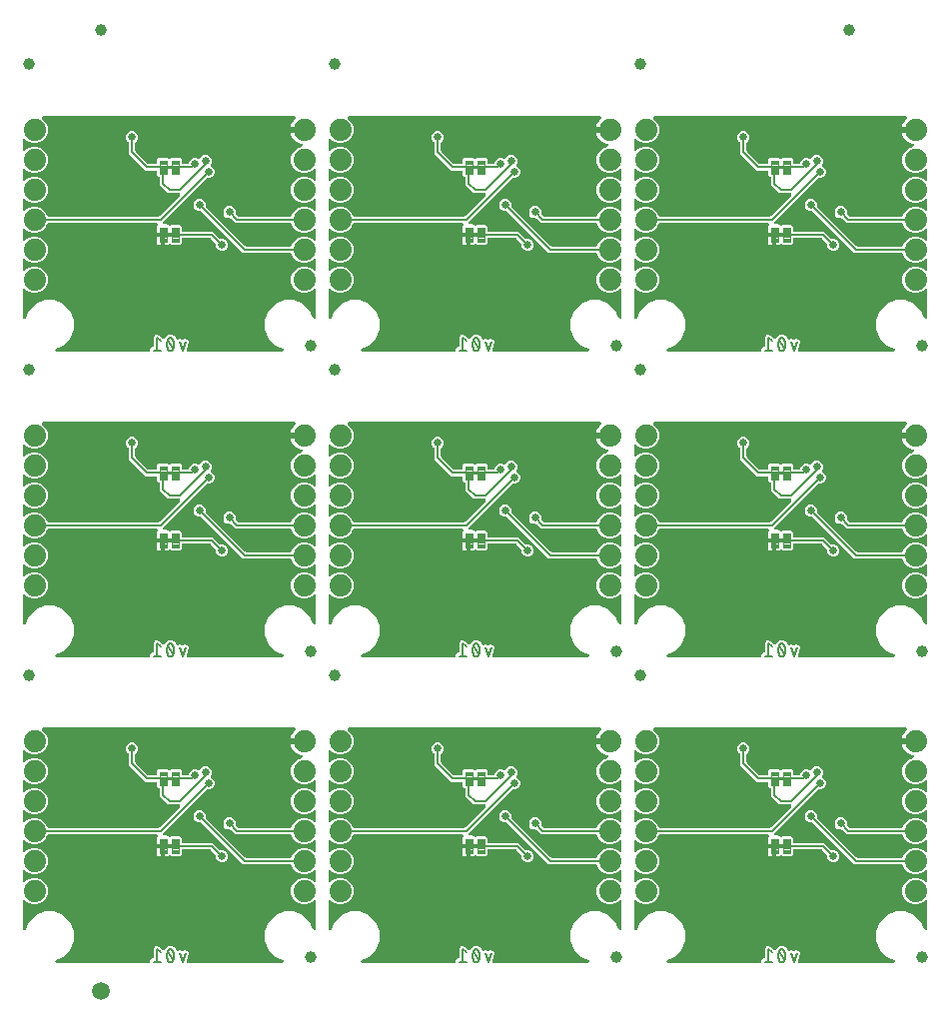
<source format=gbl>
G04 EAGLE Gerber RS-274X export*
G75*
%MOMM*%
%FSLAX34Y34*%
%LPD*%
%INBottom Copper*%
%IPPOS*%
%AMOC8*
5,1,8,0,0,1.08239X$1,22.5*%
G01*
%ADD10C,0.203200*%
%ADD11C,1.879600*%
%ADD12C,1.000000*%
%ADD13C,0.099059*%
%ADD14C,1.500000*%
%ADD15C,0.660400*%

G36*
X109529Y2810D02*
X109529Y2810D01*
X109647Y2817D01*
X109686Y2830D01*
X109726Y2835D01*
X109837Y2878D01*
X109950Y2915D01*
X109984Y2937D01*
X110022Y2952D01*
X110118Y3021D01*
X110219Y3085D01*
X110246Y3115D01*
X110279Y3138D01*
X110355Y3230D01*
X110437Y3317D01*
X110456Y3352D01*
X110482Y3383D01*
X110533Y3491D01*
X110590Y3595D01*
X110600Y3635D01*
X110617Y3671D01*
X110640Y3788D01*
X110670Y3903D01*
X110673Y3963D01*
X110677Y3983D01*
X110676Y4004D01*
X110680Y4064D01*
X110680Y4714D01*
X112317Y6351D01*
X112374Y6351D01*
X112492Y6366D01*
X112611Y6373D01*
X112649Y6386D01*
X112689Y6391D01*
X112800Y6434D01*
X112913Y6471D01*
X112948Y6493D01*
X112985Y6508D01*
X113081Y6577D01*
X113182Y6641D01*
X113210Y6671D01*
X113242Y6694D01*
X113318Y6786D01*
X113400Y6873D01*
X113419Y6908D01*
X113445Y6939D01*
X113496Y7047D01*
X113553Y7151D01*
X113564Y7191D01*
X113581Y7227D01*
X113603Y7344D01*
X113633Y7459D01*
X113637Y7519D01*
X113641Y7539D01*
X113639Y7560D01*
X113643Y7620D01*
X113643Y13999D01*
X113641Y14013D01*
X113635Y14139D01*
X113526Y15120D01*
X113531Y15128D01*
X113539Y15156D01*
X113553Y15181D01*
X113586Y15307D01*
X113594Y15332D01*
X114303Y16041D01*
X114311Y16052D01*
X114396Y16146D01*
X115013Y16917D01*
X115021Y16919D01*
X115047Y16932D01*
X115075Y16940D01*
X115187Y17006D01*
X115210Y17019D01*
X116213Y17019D01*
X116227Y17021D01*
X116353Y17026D01*
X117334Y17136D01*
X117342Y17131D01*
X117370Y17122D01*
X117395Y17108D01*
X117521Y17076D01*
X117546Y17068D01*
X118255Y16359D01*
X118266Y16351D01*
X118359Y16266D01*
X121414Y13822D01*
X121430Y13812D01*
X121444Y13799D01*
X121566Y13729D01*
X121686Y13656D01*
X121704Y13650D01*
X121720Y13641D01*
X121856Y13604D01*
X121990Y13562D01*
X122009Y13562D01*
X122027Y13557D01*
X122166Y13554D01*
X122307Y13548D01*
X122326Y13551D01*
X122345Y13551D01*
X122481Y13584D01*
X122619Y13612D01*
X122636Y13621D01*
X122654Y13625D01*
X122778Y13691D01*
X122904Y13752D01*
X122919Y13764D01*
X122935Y13773D01*
X123040Y13868D01*
X123146Y13959D01*
X123157Y13974D01*
X123171Y13987D01*
X123249Y14105D01*
X123329Y14219D01*
X123336Y14237D01*
X123346Y14253D01*
X123408Y14401D01*
X123668Y15161D01*
X126270Y17019D01*
X129466Y17019D01*
X132067Y15161D01*
X132505Y13886D01*
X132507Y13881D01*
X132564Y13742D01*
X132580Y13709D01*
X132600Y13679D01*
X132613Y13645D01*
X132641Y13608D01*
X132645Y13600D01*
X132658Y13585D01*
X132687Y13546D01*
X132754Y13442D01*
X132781Y13418D01*
X132802Y13389D01*
X132898Y13311D01*
X132989Y13228D01*
X133021Y13211D01*
X133048Y13188D01*
X133160Y13136D01*
X133269Y13078D01*
X133304Y13070D01*
X133337Y13055D01*
X133458Y13032D01*
X133578Y13003D01*
X133615Y13003D01*
X133650Y12997D01*
X133773Y13005D01*
X133896Y13007D01*
X133931Y13016D01*
X133967Y13019D01*
X134123Y13060D01*
X135999Y13685D01*
X137587Y12891D01*
X137615Y12881D01*
X137641Y12866D01*
X137765Y12829D01*
X137887Y12786D01*
X137917Y12783D01*
X137945Y12774D01*
X138075Y12769D01*
X138204Y12758D01*
X138233Y12763D01*
X138263Y12762D01*
X138390Y12789D01*
X138518Y12810D01*
X138545Y12822D01*
X138574Y12828D01*
X138722Y12891D01*
X140311Y13685D01*
X142507Y12953D01*
X143543Y10882D01*
X141404Y4465D01*
X141403Y4461D01*
X141401Y4457D01*
X141372Y4307D01*
X141342Y4153D01*
X141342Y4149D01*
X141341Y4144D01*
X141351Y3992D01*
X141359Y3836D01*
X141361Y3832D01*
X141361Y3827D01*
X141408Y3681D01*
X141455Y3533D01*
X141458Y3529D01*
X141459Y3525D01*
X141542Y3394D01*
X141623Y3263D01*
X141627Y3260D01*
X141629Y3256D01*
X141741Y3150D01*
X141854Y3043D01*
X141858Y3041D01*
X141861Y3038D01*
X141997Y2963D01*
X142131Y2888D01*
X142135Y2887D01*
X142139Y2884D01*
X142289Y2846D01*
X142438Y2806D01*
X142443Y2806D01*
X142447Y2805D01*
X142608Y2795D01*
X222365Y2795D01*
X222434Y2803D01*
X222504Y2802D01*
X222591Y2823D01*
X222680Y2835D01*
X222745Y2860D01*
X222813Y2877D01*
X222893Y2919D01*
X222976Y2952D01*
X223033Y2993D01*
X223094Y3025D01*
X223161Y3086D01*
X223234Y3138D01*
X223278Y3192D01*
X223330Y3239D01*
X223379Y3314D01*
X223436Y3383D01*
X223466Y3447D01*
X223504Y3505D01*
X223534Y3590D01*
X223572Y3671D01*
X223585Y3740D01*
X223608Y3806D01*
X223615Y3895D01*
X223632Y3983D01*
X223627Y4053D01*
X223633Y4123D01*
X223617Y4211D01*
X223612Y4301D01*
X223590Y4367D01*
X223578Y4436D01*
X223542Y4518D01*
X223514Y4603D01*
X223477Y4662D01*
X223448Y4726D01*
X223392Y4796D01*
X223344Y4872D01*
X223293Y4920D01*
X223249Y4974D01*
X223177Y5029D01*
X223112Y5090D01*
X223051Y5124D01*
X222995Y5166D01*
X222851Y5237D01*
X216801Y7742D01*
X210942Y13601D01*
X207771Y21257D01*
X207771Y29543D01*
X210942Y37199D01*
X216801Y43058D01*
X224457Y46229D01*
X232743Y46229D01*
X240398Y43058D01*
X246258Y37198D01*
X248763Y31149D01*
X248798Y31089D01*
X248824Y31024D01*
X248876Y30951D01*
X248921Y30873D01*
X248970Y30823D01*
X249010Y30766D01*
X249080Y30709D01*
X249142Y30645D01*
X249202Y30608D01*
X249255Y30564D01*
X249337Y30525D01*
X249413Y30478D01*
X249480Y30458D01*
X249543Y30428D01*
X249631Y30411D01*
X249717Y30385D01*
X249787Y30381D01*
X249856Y30368D01*
X249945Y30374D01*
X250035Y30370D01*
X250103Y30384D01*
X250173Y30388D01*
X250258Y30416D01*
X250346Y30434D01*
X250409Y30465D01*
X250475Y30486D01*
X250551Y30534D01*
X250632Y30574D01*
X250685Y30619D01*
X250744Y30656D01*
X250806Y30722D01*
X250874Y30780D01*
X250914Y30837D01*
X250962Y30888D01*
X251005Y30967D01*
X251057Y31040D01*
X251082Y31105D01*
X251116Y31166D01*
X251138Y31253D01*
X251170Y31337D01*
X251178Y31407D01*
X251195Y31474D01*
X251205Y31635D01*
X251205Y54535D01*
X251188Y54673D01*
X251175Y54811D01*
X251168Y54830D01*
X251165Y54850D01*
X251114Y54980D01*
X251067Y55110D01*
X251056Y55127D01*
X251048Y55146D01*
X250967Y55258D01*
X250889Y55374D01*
X250873Y55387D01*
X250862Y55403D01*
X250754Y55492D01*
X250650Y55584D01*
X250632Y55593D01*
X250617Y55606D01*
X250491Y55665D01*
X250367Y55729D01*
X250347Y55733D01*
X250329Y55742D01*
X250192Y55768D01*
X250057Y55798D01*
X250036Y55798D01*
X250017Y55801D01*
X249878Y55793D01*
X249739Y55789D01*
X249719Y55783D01*
X249699Y55782D01*
X249567Y55739D01*
X249433Y55700D01*
X249416Y55690D01*
X249397Y55684D01*
X249279Y55609D01*
X249159Y55539D01*
X249138Y55520D01*
X249128Y55514D01*
X249114Y55499D01*
X249039Y55432D01*
X247631Y54025D01*
X243523Y52323D01*
X239077Y52323D01*
X234969Y54025D01*
X231825Y57169D01*
X230123Y61277D01*
X230123Y65723D01*
X231825Y69831D01*
X234969Y72975D01*
X239077Y74677D01*
X243523Y74677D01*
X247631Y72975D01*
X249039Y71568D01*
X249148Y71482D01*
X249255Y71394D01*
X249274Y71385D01*
X249290Y71373D01*
X249418Y71317D01*
X249543Y71258D01*
X249563Y71255D01*
X249582Y71246D01*
X249720Y71225D01*
X249856Y71199D01*
X249876Y71200D01*
X249896Y71197D01*
X250035Y71210D01*
X250173Y71218D01*
X250192Y71225D01*
X250212Y71226D01*
X250344Y71274D01*
X250475Y71316D01*
X250493Y71327D01*
X250512Y71334D01*
X250627Y71412D01*
X250744Y71486D01*
X250758Y71501D01*
X250775Y71513D01*
X250867Y71617D01*
X250962Y71718D01*
X250972Y71736D01*
X250985Y71751D01*
X251049Y71875D01*
X251116Y71997D01*
X251121Y72016D01*
X251130Y72034D01*
X251160Y72170D01*
X251195Y72305D01*
X251197Y72333D01*
X251200Y72345D01*
X251199Y72365D01*
X251205Y72465D01*
X251205Y79935D01*
X251188Y80073D01*
X251175Y80211D01*
X251168Y80230D01*
X251165Y80250D01*
X251114Y80380D01*
X251067Y80510D01*
X251056Y80527D01*
X251048Y80546D01*
X250967Y80658D01*
X250889Y80774D01*
X250873Y80787D01*
X250862Y80803D01*
X250754Y80892D01*
X250650Y80984D01*
X250632Y80993D01*
X250617Y81006D01*
X250491Y81065D01*
X250367Y81129D01*
X250347Y81133D01*
X250329Y81142D01*
X250192Y81168D01*
X250057Y81198D01*
X250036Y81198D01*
X250017Y81201D01*
X249878Y81193D01*
X249739Y81189D01*
X249719Y81183D01*
X249699Y81182D01*
X249567Y81139D01*
X249433Y81100D01*
X249416Y81090D01*
X249397Y81084D01*
X249279Y81009D01*
X249159Y80939D01*
X249138Y80920D01*
X249128Y80914D01*
X249114Y80899D01*
X249039Y80832D01*
X247631Y79425D01*
X243523Y77723D01*
X239077Y77723D01*
X234969Y79425D01*
X231825Y82569D01*
X230685Y85322D01*
X230670Y85347D01*
X230661Y85375D01*
X230591Y85485D01*
X230527Y85598D01*
X230506Y85619D01*
X230491Y85644D01*
X230396Y85733D01*
X230306Y85826D01*
X230281Y85842D01*
X230259Y85862D01*
X230145Y85925D01*
X230035Y85993D01*
X230006Y86001D01*
X229981Y86016D01*
X229855Y86048D01*
X229731Y86086D01*
X229701Y86088D01*
X229673Y86095D01*
X229512Y86105D01*
X189342Y86105D01*
X153900Y121548D01*
X153822Y121608D01*
X153750Y121676D01*
X153697Y121705D01*
X153649Y121742D01*
X153558Y121782D01*
X153471Y121830D01*
X153413Y121845D01*
X153357Y121869D01*
X153259Y121884D01*
X153163Y121909D01*
X153063Y121915D01*
X153043Y121919D01*
X153031Y121917D01*
X153003Y121919D01*
X151389Y121919D01*
X149522Y122693D01*
X148093Y124122D01*
X147319Y125989D01*
X147319Y128011D01*
X148093Y129878D01*
X149522Y131307D01*
X151389Y132081D01*
X153411Y132081D01*
X155278Y131307D01*
X156707Y129878D01*
X157481Y128011D01*
X157481Y126397D01*
X157493Y126299D01*
X157496Y126200D01*
X157513Y126142D01*
X157521Y126082D01*
X157557Y125990D01*
X157585Y125895D01*
X157615Y125842D01*
X157638Y125786D01*
X157696Y125706D01*
X157746Y125621D01*
X157812Y125545D01*
X157824Y125529D01*
X157834Y125521D01*
X157852Y125500D01*
X191286Y92066D01*
X191364Y92006D01*
X191436Y91938D01*
X191489Y91909D01*
X191537Y91872D01*
X191628Y91832D01*
X191715Y91784D01*
X191773Y91769D01*
X191829Y91745D01*
X191927Y91730D01*
X192023Y91705D01*
X192123Y91699D01*
X192143Y91695D01*
X192155Y91697D01*
X192183Y91695D01*
X229512Y91695D01*
X229541Y91698D01*
X229571Y91696D01*
X229699Y91718D01*
X229827Y91735D01*
X229855Y91745D01*
X229884Y91750D01*
X230003Y91804D01*
X230123Y91852D01*
X230147Y91869D01*
X230174Y91881D01*
X230275Y91962D01*
X230380Y92038D01*
X230399Y92061D01*
X230422Y92080D01*
X230500Y92183D01*
X230583Y92283D01*
X230596Y92310D01*
X230614Y92334D01*
X230685Y92478D01*
X231825Y95231D01*
X234969Y98375D01*
X239077Y100077D01*
X243523Y100077D01*
X247631Y98375D01*
X249039Y96968D01*
X249148Y96882D01*
X249255Y96794D01*
X249274Y96785D01*
X249290Y96773D01*
X249418Y96717D01*
X249543Y96658D01*
X249563Y96655D01*
X249582Y96646D01*
X249720Y96625D01*
X249856Y96599D01*
X249876Y96600D01*
X249896Y96597D01*
X250035Y96610D01*
X250173Y96618D01*
X250192Y96625D01*
X250212Y96626D01*
X250344Y96674D01*
X250475Y96716D01*
X250493Y96727D01*
X250512Y96734D01*
X250627Y96812D01*
X250744Y96886D01*
X250758Y96901D01*
X250775Y96913D01*
X250867Y97017D01*
X250962Y97118D01*
X250972Y97136D01*
X250985Y97151D01*
X251049Y97275D01*
X251116Y97397D01*
X251121Y97416D01*
X251130Y97434D01*
X251160Y97570D01*
X251195Y97705D01*
X251197Y97733D01*
X251200Y97745D01*
X251199Y97765D01*
X251205Y97865D01*
X251205Y105335D01*
X251188Y105473D01*
X251175Y105611D01*
X251168Y105630D01*
X251165Y105650D01*
X251114Y105780D01*
X251067Y105910D01*
X251056Y105927D01*
X251048Y105946D01*
X250967Y106058D01*
X250889Y106174D01*
X250873Y106187D01*
X250862Y106203D01*
X250754Y106292D01*
X250650Y106384D01*
X250632Y106393D01*
X250617Y106406D01*
X250491Y106465D01*
X250367Y106529D01*
X250347Y106533D01*
X250329Y106542D01*
X250192Y106568D01*
X250057Y106598D01*
X250036Y106598D01*
X250017Y106601D01*
X249878Y106593D01*
X249739Y106589D01*
X249719Y106583D01*
X249699Y106582D01*
X249567Y106539D01*
X249433Y106500D01*
X249416Y106490D01*
X249397Y106484D01*
X249279Y106409D01*
X249159Y106339D01*
X249138Y106320D01*
X249128Y106314D01*
X249114Y106299D01*
X249039Y106232D01*
X247631Y104825D01*
X243523Y103123D01*
X239077Y103123D01*
X234969Y104825D01*
X231825Y107969D01*
X230685Y110722D01*
X230670Y110747D01*
X230661Y110775D01*
X230591Y110885D01*
X230527Y110998D01*
X230506Y111019D01*
X230491Y111044D01*
X230396Y111133D01*
X230306Y111226D01*
X230281Y111242D01*
X230259Y111262D01*
X230145Y111325D01*
X230035Y111393D01*
X230006Y111401D01*
X229981Y111416D01*
X229855Y111448D01*
X229731Y111486D01*
X229701Y111488D01*
X229673Y111495D01*
X229512Y111505D01*
X182992Y111505D01*
X179300Y115198D01*
X179222Y115258D01*
X179150Y115326D01*
X179097Y115355D01*
X179049Y115392D01*
X178958Y115432D01*
X178871Y115480D01*
X178813Y115495D01*
X178757Y115519D01*
X178659Y115534D01*
X178563Y115559D01*
X178463Y115565D01*
X178443Y115569D01*
X178431Y115567D01*
X178403Y115569D01*
X176789Y115569D01*
X174922Y116343D01*
X173493Y117772D01*
X172719Y119639D01*
X172719Y121661D01*
X173493Y123528D01*
X174922Y124957D01*
X176789Y125731D01*
X178811Y125731D01*
X180678Y124957D01*
X182107Y123528D01*
X182881Y121661D01*
X182881Y120047D01*
X182893Y119949D01*
X182896Y119850D01*
X182913Y119792D01*
X182921Y119732D01*
X182957Y119640D01*
X182985Y119545D01*
X183015Y119492D01*
X183038Y119436D01*
X183096Y119356D01*
X183146Y119271D01*
X183212Y119195D01*
X183224Y119179D01*
X183234Y119171D01*
X183252Y119150D01*
X184936Y117466D01*
X185014Y117406D01*
X185086Y117338D01*
X185139Y117309D01*
X185187Y117272D01*
X185278Y117232D01*
X185365Y117184D01*
X185423Y117169D01*
X185479Y117145D01*
X185577Y117130D01*
X185673Y117105D01*
X185773Y117099D01*
X185793Y117095D01*
X185805Y117097D01*
X185833Y117095D01*
X229512Y117095D01*
X229541Y117098D01*
X229571Y117096D01*
X229699Y117118D01*
X229827Y117135D01*
X229855Y117145D01*
X229884Y117150D01*
X230003Y117204D01*
X230123Y117252D01*
X230147Y117269D01*
X230174Y117281D01*
X230275Y117362D01*
X230380Y117438D01*
X230399Y117461D01*
X230422Y117480D01*
X230500Y117583D01*
X230583Y117683D01*
X230596Y117710D01*
X230614Y117734D01*
X230685Y117878D01*
X231825Y120631D01*
X234969Y123775D01*
X239077Y125477D01*
X243523Y125477D01*
X247631Y123775D01*
X249039Y122368D01*
X249148Y122282D01*
X249255Y122194D01*
X249274Y122185D01*
X249290Y122173D01*
X249418Y122117D01*
X249543Y122058D01*
X249563Y122055D01*
X249582Y122046D01*
X249720Y122025D01*
X249856Y121999D01*
X249876Y122000D01*
X249896Y121997D01*
X250035Y122010D01*
X250173Y122018D01*
X250192Y122025D01*
X250212Y122026D01*
X250344Y122074D01*
X250475Y122116D01*
X250493Y122127D01*
X250512Y122134D01*
X250627Y122212D01*
X250744Y122286D01*
X250758Y122301D01*
X250775Y122313D01*
X250867Y122417D01*
X250962Y122518D01*
X250972Y122536D01*
X250985Y122551D01*
X251049Y122675D01*
X251116Y122797D01*
X251121Y122816D01*
X251130Y122834D01*
X251160Y122970D01*
X251195Y123105D01*
X251197Y123133D01*
X251200Y123145D01*
X251199Y123165D01*
X251205Y123265D01*
X251205Y130735D01*
X251188Y130873D01*
X251175Y131011D01*
X251168Y131030D01*
X251165Y131050D01*
X251114Y131180D01*
X251067Y131310D01*
X251056Y131327D01*
X251048Y131346D01*
X250967Y131458D01*
X250889Y131574D01*
X250873Y131587D01*
X250862Y131603D01*
X250754Y131692D01*
X250650Y131784D01*
X250632Y131793D01*
X250617Y131806D01*
X250491Y131865D01*
X250367Y131929D01*
X250347Y131933D01*
X250329Y131942D01*
X250192Y131968D01*
X250057Y131998D01*
X250036Y131998D01*
X250017Y132001D01*
X249878Y131993D01*
X249739Y131989D01*
X249719Y131983D01*
X249699Y131982D01*
X249567Y131939D01*
X249433Y131900D01*
X249416Y131890D01*
X249397Y131884D01*
X249279Y131809D01*
X249159Y131739D01*
X249138Y131720D01*
X249128Y131714D01*
X249114Y131699D01*
X249039Y131632D01*
X247631Y130225D01*
X243523Y128523D01*
X239077Y128523D01*
X234969Y130225D01*
X231825Y133369D01*
X230123Y137477D01*
X230123Y141923D01*
X231825Y146031D01*
X234969Y149175D01*
X239077Y150877D01*
X243523Y150877D01*
X247631Y149175D01*
X249039Y147768D01*
X249148Y147682D01*
X249255Y147594D01*
X249274Y147585D01*
X249290Y147573D01*
X249418Y147517D01*
X249543Y147458D01*
X249563Y147455D01*
X249582Y147446D01*
X249720Y147425D01*
X249856Y147399D01*
X249876Y147400D01*
X249896Y147397D01*
X250035Y147410D01*
X250173Y147418D01*
X250192Y147425D01*
X250212Y147426D01*
X250344Y147474D01*
X250475Y147516D01*
X250493Y147527D01*
X250512Y147534D01*
X250627Y147612D01*
X250744Y147686D01*
X250758Y147701D01*
X250775Y147713D01*
X250867Y147817D01*
X250962Y147918D01*
X250972Y147936D01*
X250985Y147951D01*
X251049Y148075D01*
X251116Y148197D01*
X251121Y148216D01*
X251130Y148234D01*
X251160Y148370D01*
X251195Y148505D01*
X251197Y148533D01*
X251200Y148545D01*
X251199Y148565D01*
X251205Y148665D01*
X251205Y156135D01*
X251188Y156273D01*
X251175Y156411D01*
X251168Y156430D01*
X251165Y156450D01*
X251114Y156580D01*
X251067Y156710D01*
X251056Y156727D01*
X251048Y156746D01*
X250967Y156858D01*
X250889Y156974D01*
X250873Y156987D01*
X250862Y157003D01*
X250754Y157092D01*
X250650Y157184D01*
X250632Y157193D01*
X250617Y157206D01*
X250491Y157265D01*
X250367Y157329D01*
X250347Y157333D01*
X250329Y157342D01*
X250192Y157368D01*
X250057Y157398D01*
X250036Y157398D01*
X250017Y157401D01*
X249878Y157393D01*
X249739Y157389D01*
X249719Y157383D01*
X249699Y157382D01*
X249567Y157339D01*
X249433Y157300D01*
X249416Y157290D01*
X249397Y157284D01*
X249279Y157209D01*
X249159Y157139D01*
X249138Y157120D01*
X249128Y157114D01*
X249114Y157099D01*
X249039Y157032D01*
X247631Y155625D01*
X243523Y153923D01*
X239077Y153923D01*
X234969Y155625D01*
X231825Y158769D01*
X230123Y162877D01*
X230123Y167323D01*
X231825Y171431D01*
X234969Y174575D01*
X239264Y176354D01*
X239376Y176418D01*
X239491Y176477D01*
X239514Y176497D01*
X239540Y176512D01*
X239633Y176602D01*
X239730Y176687D01*
X239747Y176712D01*
X239769Y176733D01*
X239836Y176843D01*
X239909Y176950D01*
X239919Y176978D01*
X239935Y177004D01*
X239973Y177128D01*
X240017Y177249D01*
X240020Y177279D01*
X240028Y177308D01*
X240034Y177437D01*
X240047Y177566D01*
X240042Y177596D01*
X240043Y177626D01*
X240017Y177752D01*
X239997Y177880D01*
X239985Y177908D01*
X239979Y177937D01*
X239922Y178054D01*
X239871Y178172D01*
X239853Y178196D01*
X239839Y178223D01*
X239755Y178321D01*
X239677Y178423D01*
X239653Y178442D01*
X239633Y178465D01*
X239527Y178539D01*
X239425Y178619D01*
X239398Y178631D01*
X239373Y178648D01*
X239252Y178694D01*
X239134Y178745D01*
X239092Y178755D01*
X239076Y178761D01*
X239054Y178763D01*
X238977Y178780D01*
X238504Y178855D01*
X236717Y179436D01*
X235043Y180289D01*
X233522Y181394D01*
X232194Y182722D01*
X231089Y184243D01*
X230236Y185917D01*
X229655Y187704D01*
X229615Y187961D01*
X240030Y187961D01*
X240148Y187976D01*
X240267Y187983D01*
X240305Y187996D01*
X240345Y188001D01*
X240456Y188044D01*
X240569Y188081D01*
X240603Y188103D01*
X240641Y188118D01*
X240737Y188188D01*
X240838Y188251D01*
X240866Y188281D01*
X240898Y188304D01*
X240974Y188396D01*
X241056Y188483D01*
X241075Y188518D01*
X241101Y188549D01*
X241152Y188657D01*
X241209Y188761D01*
X241220Y188801D01*
X241237Y188837D01*
X241259Y188954D01*
X241289Y189069D01*
X241293Y189130D01*
X241297Y189150D01*
X241295Y189170D01*
X241299Y189230D01*
X241299Y191770D01*
X241284Y191888D01*
X241277Y192007D01*
X241264Y192045D01*
X241259Y192085D01*
X241215Y192196D01*
X241179Y192309D01*
X241157Y192344D01*
X241142Y192381D01*
X241072Y192477D01*
X241009Y192578D01*
X240979Y192606D01*
X240955Y192639D01*
X240864Y192714D01*
X240777Y192796D01*
X240742Y192816D01*
X240710Y192841D01*
X240603Y192892D01*
X240498Y192950D01*
X240459Y192960D01*
X240423Y192977D01*
X240306Y192999D01*
X240191Y193029D01*
X240130Y193033D01*
X240110Y193037D01*
X240090Y193035D01*
X240030Y193039D01*
X229615Y193039D01*
X229655Y193296D01*
X230236Y195083D01*
X231089Y196757D01*
X232194Y198278D01*
X233522Y199606D01*
X233559Y199633D01*
X233617Y199688D01*
X233682Y199734D01*
X233733Y199796D01*
X233791Y199851D01*
X233834Y199918D01*
X233885Y199979D01*
X233919Y200052D01*
X233962Y200119D01*
X233986Y200195D01*
X234020Y200267D01*
X234035Y200346D01*
X234060Y200422D01*
X234065Y200501D01*
X234080Y200580D01*
X234075Y200659D01*
X234080Y200739D01*
X234065Y200817D01*
X234060Y200897D01*
X234036Y200973D01*
X234021Y201051D01*
X233987Y201124D01*
X233962Y201199D01*
X233919Y201267D01*
X233885Y201339D01*
X233835Y201401D01*
X233792Y201468D01*
X233734Y201523D01*
X233683Y201585D01*
X233619Y201631D01*
X233560Y201686D01*
X233490Y201725D01*
X233426Y201772D01*
X233352Y201801D01*
X233282Y201840D01*
X233205Y201860D01*
X233130Y201889D01*
X233051Y201899D01*
X232974Y201919D01*
X232816Y201929D01*
X232815Y201929D01*
X232814Y201929D01*
X232813Y201929D01*
X20141Y201929D01*
X20004Y201912D01*
X19865Y201899D01*
X19846Y201892D01*
X19826Y201889D01*
X19697Y201838D01*
X19566Y201791D01*
X19549Y201780D01*
X19530Y201772D01*
X19418Y201691D01*
X19303Y201613D01*
X19289Y201597D01*
X19273Y201586D01*
X19184Y201478D01*
X19092Y201374D01*
X19083Y201356D01*
X19070Y201341D01*
X19011Y201215D01*
X18947Y201091D01*
X18943Y201071D01*
X18934Y201053D01*
X18908Y200917D01*
X18878Y200781D01*
X18878Y200760D01*
X18875Y200741D01*
X18883Y200602D01*
X18887Y200463D01*
X18893Y200443D01*
X18894Y200423D01*
X18937Y200291D01*
X18976Y200157D01*
X18986Y200140D01*
X18992Y200121D01*
X19067Y200003D01*
X19137Y199883D01*
X19156Y199862D01*
X19163Y199852D01*
X19177Y199838D01*
X19244Y199763D01*
X22175Y196831D01*
X23877Y192723D01*
X23877Y188277D01*
X22175Y184169D01*
X19031Y181025D01*
X14923Y179323D01*
X10477Y179323D01*
X6369Y181025D01*
X4961Y182432D01*
X4852Y182518D01*
X4745Y182606D01*
X4726Y182615D01*
X4710Y182627D01*
X4582Y182683D01*
X4457Y182742D01*
X4437Y182745D01*
X4418Y182754D01*
X4280Y182775D01*
X4144Y182801D01*
X4124Y182800D01*
X4104Y182803D01*
X3965Y182790D01*
X3827Y182782D01*
X3808Y182775D01*
X3788Y182774D01*
X3656Y182726D01*
X3525Y182684D01*
X3507Y182673D01*
X3488Y182666D01*
X3373Y182588D01*
X3256Y182514D01*
X3242Y182499D01*
X3225Y182487D01*
X3133Y182383D01*
X3038Y182282D01*
X3028Y182264D01*
X3015Y182249D01*
X2951Y182125D01*
X2884Y182003D01*
X2879Y181984D01*
X2870Y181966D01*
X2840Y181830D01*
X2805Y181695D01*
X2803Y181667D01*
X2800Y181655D01*
X2801Y181635D01*
X2795Y181535D01*
X2795Y174065D01*
X2812Y173927D01*
X2825Y173789D01*
X2832Y173770D01*
X2835Y173750D01*
X2886Y173620D01*
X2933Y173490D01*
X2944Y173473D01*
X2952Y173454D01*
X3033Y173342D01*
X3111Y173226D01*
X3127Y173213D01*
X3138Y173197D01*
X3246Y173108D01*
X3350Y173016D01*
X3368Y173007D01*
X3383Y172994D01*
X3509Y172935D01*
X3633Y172871D01*
X3653Y172867D01*
X3671Y172858D01*
X3808Y172832D01*
X3943Y172802D01*
X3964Y172802D01*
X3983Y172799D01*
X4122Y172807D01*
X4261Y172811D01*
X4281Y172817D01*
X4301Y172818D01*
X4433Y172861D01*
X4567Y172900D01*
X4584Y172910D01*
X4603Y172916D01*
X4721Y172991D01*
X4841Y173061D01*
X4862Y173080D01*
X4872Y173086D01*
X4886Y173101D01*
X4961Y173168D01*
X6369Y174575D01*
X10477Y176277D01*
X14923Y176277D01*
X19031Y174575D01*
X22175Y171431D01*
X23877Y167323D01*
X23877Y162877D01*
X22175Y158769D01*
X19031Y155625D01*
X14923Y153923D01*
X10477Y153923D01*
X6369Y155625D01*
X4961Y157032D01*
X4852Y157118D01*
X4745Y157206D01*
X4726Y157215D01*
X4710Y157227D01*
X4582Y157283D01*
X4457Y157342D01*
X4437Y157345D01*
X4418Y157354D01*
X4280Y157375D01*
X4144Y157401D01*
X4124Y157400D01*
X4104Y157403D01*
X3965Y157390D01*
X3827Y157382D01*
X3808Y157375D01*
X3788Y157374D01*
X3656Y157326D01*
X3525Y157284D01*
X3507Y157273D01*
X3488Y157266D01*
X3373Y157188D01*
X3256Y157114D01*
X3242Y157099D01*
X3225Y157087D01*
X3133Y156983D01*
X3038Y156882D01*
X3028Y156864D01*
X3015Y156849D01*
X2951Y156725D01*
X2884Y156603D01*
X2879Y156584D01*
X2870Y156566D01*
X2840Y156430D01*
X2805Y156295D01*
X2803Y156267D01*
X2800Y156255D01*
X2801Y156235D01*
X2795Y156135D01*
X2795Y148665D01*
X2812Y148527D01*
X2825Y148389D01*
X2832Y148370D01*
X2835Y148350D01*
X2886Y148220D01*
X2933Y148090D01*
X2944Y148073D01*
X2952Y148054D01*
X3033Y147942D01*
X3111Y147826D01*
X3127Y147813D01*
X3138Y147797D01*
X3246Y147708D01*
X3350Y147616D01*
X3368Y147607D01*
X3383Y147594D01*
X3509Y147535D01*
X3633Y147471D01*
X3653Y147467D01*
X3671Y147458D01*
X3808Y147432D01*
X3943Y147402D01*
X3964Y147402D01*
X3983Y147399D01*
X4122Y147407D01*
X4261Y147411D01*
X4281Y147417D01*
X4301Y147418D01*
X4433Y147461D01*
X4567Y147500D01*
X4584Y147510D01*
X4603Y147516D01*
X4721Y147591D01*
X4841Y147661D01*
X4862Y147680D01*
X4872Y147686D01*
X4886Y147701D01*
X4961Y147768D01*
X6369Y149175D01*
X10477Y150877D01*
X14923Y150877D01*
X19031Y149175D01*
X22175Y146031D01*
X23877Y141923D01*
X23877Y137477D01*
X22175Y133369D01*
X19031Y130225D01*
X14923Y128523D01*
X10477Y128523D01*
X6369Y130225D01*
X4961Y131632D01*
X4852Y131718D01*
X4745Y131806D01*
X4726Y131815D01*
X4710Y131827D01*
X4582Y131883D01*
X4457Y131942D01*
X4437Y131945D01*
X4418Y131954D01*
X4280Y131975D01*
X4144Y132001D01*
X4124Y132000D01*
X4104Y132003D01*
X3965Y131990D01*
X3827Y131982D01*
X3808Y131975D01*
X3788Y131974D01*
X3656Y131926D01*
X3525Y131884D01*
X3507Y131873D01*
X3488Y131866D01*
X3373Y131788D01*
X3256Y131714D01*
X3242Y131699D01*
X3225Y131687D01*
X3133Y131583D01*
X3038Y131482D01*
X3028Y131464D01*
X3015Y131449D01*
X2951Y131325D01*
X2884Y131203D01*
X2879Y131184D01*
X2870Y131166D01*
X2840Y131030D01*
X2805Y130895D01*
X2803Y130867D01*
X2800Y130855D01*
X2801Y130835D01*
X2795Y130735D01*
X2795Y123265D01*
X2812Y123127D01*
X2825Y122989D01*
X2832Y122970D01*
X2835Y122950D01*
X2886Y122820D01*
X2933Y122690D01*
X2944Y122673D01*
X2952Y122654D01*
X3033Y122542D01*
X3111Y122426D01*
X3127Y122413D01*
X3138Y122397D01*
X3246Y122308D01*
X3350Y122216D01*
X3368Y122207D01*
X3383Y122194D01*
X3509Y122135D01*
X3633Y122071D01*
X3653Y122067D01*
X3671Y122058D01*
X3808Y122032D01*
X3943Y122002D01*
X3964Y122002D01*
X3983Y121999D01*
X4122Y122007D01*
X4261Y122011D01*
X4281Y122017D01*
X4301Y122018D01*
X4433Y122061D01*
X4567Y122100D01*
X4584Y122110D01*
X4603Y122116D01*
X4721Y122191D01*
X4841Y122261D01*
X4862Y122280D01*
X4872Y122286D01*
X4886Y122301D01*
X4961Y122368D01*
X6369Y123775D01*
X10477Y125477D01*
X14923Y125477D01*
X19031Y123775D01*
X22175Y120631D01*
X23315Y117878D01*
X23330Y117853D01*
X23339Y117825D01*
X23409Y117715D01*
X23473Y117602D01*
X23494Y117581D01*
X23509Y117556D01*
X23604Y117467D01*
X23694Y117374D01*
X23719Y117358D01*
X23741Y117338D01*
X23855Y117275D01*
X23965Y117207D01*
X23994Y117199D01*
X24019Y117184D01*
X24145Y117152D01*
X24269Y117114D01*
X24299Y117112D01*
X24327Y117105D01*
X24488Y117095D01*
X117697Y117095D01*
X117795Y117107D01*
X117894Y117110D01*
X117952Y117127D01*
X118012Y117135D01*
X118104Y117171D01*
X118199Y117199D01*
X118252Y117229D01*
X118308Y117252D01*
X118388Y117310D01*
X118473Y117360D01*
X118549Y117426D01*
X118565Y117438D01*
X118573Y117448D01*
X118594Y117466D01*
X135866Y134739D01*
X135951Y134848D01*
X136040Y134955D01*
X136049Y134974D01*
X136061Y134990D01*
X136117Y135118D01*
X136176Y135243D01*
X136179Y135263D01*
X136187Y135282D01*
X136209Y135420D01*
X136235Y135556D01*
X136234Y135576D01*
X136237Y135596D01*
X136224Y135735D01*
X136216Y135873D01*
X136209Y135892D01*
X136208Y135912D01*
X136160Y136044D01*
X136118Y136175D01*
X136107Y136193D01*
X136100Y136212D01*
X136022Y136327D01*
X135947Y136444D01*
X135933Y136458D01*
X135921Y136475D01*
X135817Y136567D01*
X135716Y136662D01*
X135698Y136672D01*
X135683Y136685D01*
X135559Y136748D01*
X135437Y136816D01*
X135418Y136821D01*
X135400Y136830D01*
X135264Y136860D01*
X135129Y136895D01*
X135101Y136897D01*
X135089Y136900D01*
X135069Y136899D01*
X134969Y136905D01*
X125842Y136905D01*
X118998Y143749D01*
X118998Y149352D01*
X118983Y149470D01*
X118976Y149589D01*
X118963Y149627D01*
X118958Y149668D01*
X118915Y149778D01*
X118878Y149891D01*
X118856Y149926D01*
X118841Y149963D01*
X118772Y150059D01*
X118708Y150160D01*
X118678Y150188D01*
X118655Y150221D01*
X118563Y150297D01*
X118476Y150378D01*
X118441Y150398D01*
X118410Y150423D01*
X118302Y150474D01*
X118198Y150532D01*
X118158Y150542D01*
X118122Y150559D01*
X118103Y150563D01*
X116712Y151953D01*
X116712Y154686D01*
X116697Y154804D01*
X116690Y154923D01*
X116677Y154961D01*
X116672Y155002D01*
X116629Y155112D01*
X116592Y155225D01*
X116570Y155260D01*
X116555Y155297D01*
X116486Y155393D01*
X116422Y155494D01*
X116392Y155522D01*
X116369Y155555D01*
X116277Y155631D01*
X116190Y155712D01*
X116155Y155732D01*
X116124Y155757D01*
X116016Y155808D01*
X115912Y155866D01*
X115872Y155876D01*
X115836Y155893D01*
X115719Y155915D01*
X115604Y155945D01*
X115544Y155949D01*
X115524Y155953D01*
X115503Y155951D01*
X115443Y155955D01*
X106792Y155955D01*
X92455Y170292D01*
X92455Y179234D01*
X92443Y179332D01*
X92440Y179431D01*
X92433Y179454D01*
X92433Y179457D01*
X92426Y179479D01*
X92423Y179489D01*
X92415Y179549D01*
X92379Y179641D01*
X92351Y179736D01*
X92321Y179789D01*
X92298Y179845D01*
X92240Y179925D01*
X92190Y180010D01*
X92124Y180086D01*
X92112Y180102D01*
X92102Y180110D01*
X92084Y180131D01*
X90943Y181272D01*
X90169Y183139D01*
X90169Y185161D01*
X90943Y187028D01*
X92372Y188457D01*
X94239Y189231D01*
X96261Y189231D01*
X98128Y188457D01*
X99557Y187028D01*
X100331Y185161D01*
X100331Y183139D01*
X99557Y181272D01*
X98416Y180131D01*
X98356Y180053D01*
X98288Y179981D01*
X98259Y179928D01*
X98222Y179880D01*
X98182Y179789D01*
X98134Y179702D01*
X98119Y179644D01*
X98095Y179588D01*
X98080Y179490D01*
X98055Y179394D01*
X98050Y179314D01*
X98047Y179301D01*
X98048Y179290D01*
X98045Y179274D01*
X98047Y179262D01*
X98045Y179234D01*
X98045Y173133D01*
X98057Y173035D01*
X98060Y172936D01*
X98077Y172878D01*
X98085Y172818D01*
X98121Y172726D01*
X98149Y172631D01*
X98179Y172578D01*
X98202Y172522D01*
X98260Y172442D01*
X98310Y172357D01*
X98376Y172281D01*
X98388Y172265D01*
X98398Y172257D01*
X98416Y172236D01*
X108736Y161916D01*
X108814Y161856D01*
X108886Y161788D01*
X108939Y161759D01*
X108987Y161722D01*
X109078Y161682D01*
X109165Y161634D01*
X109223Y161619D01*
X109279Y161595D01*
X109377Y161580D01*
X109473Y161555D01*
X109573Y161549D01*
X109593Y161545D01*
X109605Y161547D01*
X109633Y161545D01*
X115443Y161545D01*
X115561Y161560D01*
X115680Y161567D01*
X115718Y161580D01*
X115759Y161585D01*
X115869Y161628D01*
X115982Y161665D01*
X116017Y161687D01*
X116054Y161702D01*
X116150Y161771D01*
X116251Y161835D01*
X116279Y161865D01*
X116312Y161888D01*
X116388Y161980D01*
X116469Y162067D01*
X116489Y162102D01*
X116514Y162133D01*
X116565Y162241D01*
X116623Y162345D01*
X116633Y162385D01*
X116650Y162421D01*
X116672Y162538D01*
X116702Y162653D01*
X116706Y162713D01*
X116710Y162733D01*
X116708Y162754D01*
X116712Y162814D01*
X116712Y165547D01*
X118044Y166879D01*
X125542Y166879D01*
X126103Y166318D01*
X126197Y166245D01*
X126286Y166166D01*
X126322Y166148D01*
X126354Y166123D01*
X126463Y166076D01*
X126569Y166022D01*
X126608Y166013D01*
X126646Y165997D01*
X126763Y165978D01*
X126879Y165952D01*
X126920Y165953D01*
X126960Y165947D01*
X127078Y165958D01*
X127197Y165962D01*
X127236Y165973D01*
X127276Y165977D01*
X127388Y166017D01*
X127503Y166050D01*
X127538Y166070D01*
X127576Y166084D01*
X127674Y166151D01*
X127777Y166211D01*
X127822Y166251D01*
X127839Y166263D01*
X127852Y166278D01*
X127898Y166318D01*
X128458Y166879D01*
X135956Y166879D01*
X137288Y165547D01*
X137288Y162814D01*
X137303Y162696D01*
X137310Y162577D01*
X137323Y162539D01*
X137328Y162498D01*
X137371Y162388D01*
X137408Y162275D01*
X137430Y162240D01*
X137445Y162203D01*
X137514Y162107D01*
X137578Y162006D01*
X137608Y161978D01*
X137631Y161945D01*
X137723Y161869D01*
X137810Y161788D01*
X137845Y161768D01*
X137876Y161743D01*
X137984Y161692D01*
X138088Y161634D01*
X138128Y161624D01*
X138164Y161607D01*
X138281Y161585D01*
X138396Y161555D01*
X138456Y161551D01*
X138476Y161547D01*
X138497Y161549D01*
X138557Y161545D01*
X142348Y161545D01*
X142377Y161548D01*
X142407Y161546D01*
X142535Y161568D01*
X142664Y161585D01*
X142691Y161595D01*
X142720Y161600D01*
X142839Y161654D01*
X142959Y161702D01*
X142983Y161719D01*
X143010Y161731D01*
X143112Y161812D01*
X143217Y161888D01*
X143235Y161911D01*
X143259Y161930D01*
X143337Y162033D01*
X143419Y162133D01*
X143432Y162160D01*
X143450Y162184D01*
X143521Y162328D01*
X144283Y164168D01*
X145712Y165597D01*
X147579Y166371D01*
X149601Y166371D01*
X151358Y165643D01*
X151473Y165612D01*
X151585Y165573D01*
X151626Y165570D01*
X151665Y165559D01*
X151784Y165557D01*
X151902Y165548D01*
X151942Y165555D01*
X151982Y165554D01*
X152098Y165582D01*
X152216Y165602D01*
X152252Y165619D01*
X152292Y165628D01*
X152397Y165684D01*
X152506Y165733D01*
X152537Y165758D01*
X152573Y165777D01*
X152661Y165857D01*
X152754Y165931D01*
X152778Y165963D01*
X152808Y165991D01*
X152874Y166090D01*
X152945Y166185D01*
X152972Y166239D01*
X152983Y166256D01*
X152990Y166276D01*
X153016Y166330D01*
X153173Y166708D01*
X154602Y168137D01*
X156469Y168911D01*
X158491Y168911D01*
X160358Y168137D01*
X161787Y166708D01*
X162561Y164841D01*
X162561Y162819D01*
X161833Y161062D01*
X161802Y160947D01*
X161763Y160835D01*
X161760Y160794D01*
X161749Y160755D01*
X161747Y160636D01*
X161738Y160518D01*
X161745Y160478D01*
X161744Y160438D01*
X161772Y160322D01*
X161792Y160204D01*
X161809Y160168D01*
X161818Y160128D01*
X161874Y160023D01*
X161923Y159914D01*
X161948Y159883D01*
X161967Y159847D01*
X162047Y159759D01*
X162121Y159666D01*
X162153Y159642D01*
X162181Y159612D01*
X162280Y159546D01*
X162375Y159475D01*
X162429Y159448D01*
X162446Y159437D01*
X162466Y159430D01*
X162520Y159404D01*
X162898Y159247D01*
X164327Y157818D01*
X165101Y155951D01*
X165101Y153929D01*
X164327Y152062D01*
X162898Y150633D01*
X161031Y149859D01*
X159417Y149859D01*
X159319Y149847D01*
X159220Y149844D01*
X159162Y149827D01*
X159102Y149819D01*
X159010Y149783D01*
X158915Y149755D01*
X158862Y149725D01*
X158806Y149702D01*
X158726Y149644D01*
X158641Y149594D01*
X158565Y149528D01*
X158549Y149516D01*
X158541Y149506D01*
X158520Y149488D01*
X122546Y113514D01*
X121690Y112657D01*
X121605Y112548D01*
X121516Y112441D01*
X121507Y112422D01*
X121495Y112406D01*
X121440Y112278D01*
X121380Y112153D01*
X121377Y112133D01*
X121369Y112114D01*
X121347Y111976D01*
X121321Y111840D01*
X121322Y111820D01*
X121319Y111800D01*
X121332Y111661D01*
X121340Y111523D01*
X121347Y111504D01*
X121348Y111484D01*
X121396Y111353D01*
X121438Y111221D01*
X121449Y111203D01*
X121456Y111184D01*
X121534Y111070D01*
X121609Y110952D01*
X121623Y110938D01*
X121635Y110921D01*
X121739Y110829D01*
X121840Y110734D01*
X121858Y110724D01*
X121873Y110711D01*
X121997Y110648D01*
X122119Y110580D01*
X122138Y110575D01*
X122156Y110566D01*
X122292Y110536D01*
X122427Y110501D01*
X122455Y110499D01*
X122467Y110496D01*
X122487Y110497D01*
X122587Y110491D01*
X124999Y110491D01*
X125772Y110284D01*
X126464Y109884D01*
X126641Y109707D01*
X126735Y109634D01*
X126825Y109555D01*
X126861Y109537D01*
X126893Y109512D01*
X127002Y109464D01*
X127108Y109410D01*
X127147Y109401D01*
X127184Y109385D01*
X127302Y109367D01*
X127418Y109341D01*
X127459Y109342D01*
X127498Y109336D01*
X127617Y109347D01*
X127736Y109350D01*
X127775Y109362D01*
X127815Y109365D01*
X127927Y109406D01*
X128042Y109439D01*
X128076Y109459D01*
X128114Y109473D01*
X128213Y109540D01*
X128316Y109600D01*
X128361Y109640D01*
X128378Y109652D01*
X128391Y109667D01*
X128436Y109707D01*
X128458Y109729D01*
X135956Y109729D01*
X137288Y108397D01*
X137288Y105664D01*
X137303Y105546D01*
X137310Y105427D01*
X137323Y105389D01*
X137328Y105348D01*
X137371Y105238D01*
X137408Y105125D01*
X137430Y105090D01*
X137445Y105053D01*
X137514Y104957D01*
X137578Y104856D01*
X137608Y104828D01*
X137631Y104795D01*
X137723Y104719D01*
X137810Y104638D01*
X137845Y104618D01*
X137876Y104593D01*
X137984Y104542D01*
X138088Y104484D01*
X138128Y104474D01*
X138164Y104457D01*
X138281Y104435D01*
X138396Y104405D01*
X138456Y104401D01*
X138476Y104397D01*
X138497Y104399D01*
X138557Y104395D01*
X163970Y104395D01*
X170076Y98289D01*
X170155Y98228D01*
X170227Y98160D01*
X170280Y98131D01*
X170328Y98094D01*
X170418Y98055D01*
X170505Y98007D01*
X170564Y97992D01*
X170619Y97968D01*
X170717Y97952D01*
X170813Y97927D01*
X170913Y97921D01*
X170933Y97918D01*
X170946Y97919D01*
X170974Y97917D01*
X172587Y97917D01*
X174454Y97144D01*
X175884Y95714D01*
X176657Y93847D01*
X176657Y91826D01*
X175884Y89958D01*
X174454Y88529D01*
X172587Y87756D01*
X170566Y87756D01*
X168698Y88529D01*
X167269Y89958D01*
X166496Y91826D01*
X166496Y93439D01*
X166483Y93537D01*
X166480Y93636D01*
X166463Y93694D01*
X166456Y93755D01*
X166419Y93847D01*
X166392Y93942D01*
X166361Y93994D01*
X166339Y94050D01*
X166281Y94130D01*
X166230Y94216D01*
X166164Y94291D01*
X166152Y94308D01*
X166143Y94315D01*
X166124Y94337D01*
X162027Y98434D01*
X161949Y98494D01*
X161877Y98562D01*
X161824Y98591D01*
X161776Y98628D01*
X161685Y98668D01*
X161598Y98716D01*
X161539Y98731D01*
X161484Y98755D01*
X161386Y98770D01*
X161290Y98795D01*
X161190Y98801D01*
X161170Y98805D01*
X161157Y98803D01*
X161129Y98805D01*
X138557Y98805D01*
X138439Y98790D01*
X138320Y98783D01*
X138282Y98770D01*
X138241Y98765D01*
X138131Y98722D01*
X138018Y98685D01*
X137983Y98663D01*
X137946Y98648D01*
X137850Y98579D01*
X137749Y98515D01*
X137721Y98485D01*
X137688Y98462D01*
X137612Y98370D01*
X137531Y98283D01*
X137511Y98248D01*
X137486Y98217D01*
X137435Y98109D01*
X137377Y98005D01*
X137367Y97965D01*
X137350Y97929D01*
X137328Y97812D01*
X137298Y97697D01*
X137294Y97637D01*
X137290Y97617D01*
X137292Y97596D01*
X137288Y97536D01*
X137288Y94803D01*
X135956Y93471D01*
X128458Y93471D01*
X128436Y93493D01*
X128342Y93566D01*
X128253Y93645D01*
X128217Y93663D01*
X128185Y93688D01*
X128076Y93736D01*
X127970Y93790D01*
X127930Y93799D01*
X127893Y93815D01*
X127775Y93833D01*
X127659Y93859D01*
X127619Y93858D01*
X127579Y93864D01*
X127460Y93853D01*
X127342Y93850D01*
X127303Y93838D01*
X127262Y93835D01*
X127150Y93794D01*
X127036Y93761D01*
X127001Y93741D01*
X126963Y93727D01*
X126865Y93660D01*
X126762Y93600D01*
X126717Y93560D01*
X126700Y93548D01*
X126687Y93533D01*
X126641Y93493D01*
X126464Y93316D01*
X125772Y92916D01*
X124999Y92709D01*
X123443Y92709D01*
X123443Y100267D01*
X133985Y100267D01*
X134004Y100279D01*
X134026Y100283D01*
X134033Y100298D01*
X134042Y100304D01*
X134041Y100314D01*
X134048Y100330D01*
X134048Y102870D01*
X134036Y102889D01*
X134032Y102911D01*
X134017Y102918D01*
X134011Y102927D01*
X134001Y102926D01*
X133985Y102933D01*
X122238Y102933D01*
X122159Y103007D01*
X122124Y103027D01*
X122092Y103052D01*
X121985Y103103D01*
X121880Y103161D01*
X121841Y103171D01*
X121805Y103188D01*
X121688Y103210D01*
X121572Y103240D01*
X121512Y103244D01*
X121492Y103248D01*
X121472Y103246D01*
X121412Y103250D01*
X115950Y103250D01*
X115950Y107854D01*
X116157Y108627D01*
X116557Y109319D01*
X116576Y109338D01*
X116662Y109448D01*
X116750Y109555D01*
X116759Y109574D01*
X116771Y109590D01*
X116827Y109718D01*
X116886Y109843D01*
X116890Y109863D01*
X116898Y109882D01*
X116920Y110019D01*
X116946Y110156D01*
X116944Y110176D01*
X116948Y110196D01*
X116935Y110334D01*
X116926Y110473D01*
X116920Y110492D01*
X116918Y110512D01*
X116871Y110644D01*
X116828Y110775D01*
X116817Y110792D01*
X116810Y110812D01*
X116732Y110927D01*
X116658Y111044D01*
X116643Y111058D01*
X116632Y111075D01*
X116528Y111167D01*
X116426Y111262D01*
X116408Y111272D01*
X116393Y111285D01*
X116270Y111348D01*
X116148Y111416D01*
X116128Y111421D01*
X116110Y111430D01*
X115974Y111460D01*
X115840Y111495D01*
X115812Y111497D01*
X115800Y111500D01*
X115779Y111499D01*
X115679Y111505D01*
X24488Y111505D01*
X24459Y111502D01*
X24429Y111504D01*
X24301Y111482D01*
X24173Y111465D01*
X24145Y111455D01*
X24116Y111450D01*
X23997Y111396D01*
X23877Y111348D01*
X23853Y111331D01*
X23826Y111319D01*
X23725Y111238D01*
X23620Y111162D01*
X23601Y111139D01*
X23578Y111120D01*
X23500Y111017D01*
X23417Y110917D01*
X23404Y110890D01*
X23386Y110866D01*
X23315Y110722D01*
X22175Y107969D01*
X19031Y104825D01*
X14923Y103123D01*
X10477Y103123D01*
X6369Y104825D01*
X4961Y106232D01*
X4852Y106318D01*
X4745Y106406D01*
X4726Y106415D01*
X4710Y106427D01*
X4582Y106483D01*
X4457Y106542D01*
X4437Y106545D01*
X4418Y106554D01*
X4280Y106575D01*
X4144Y106601D01*
X4124Y106600D01*
X4104Y106603D01*
X3965Y106590D01*
X3827Y106582D01*
X3808Y106575D01*
X3788Y106574D01*
X3656Y106526D01*
X3525Y106484D01*
X3507Y106473D01*
X3488Y106466D01*
X3373Y106388D01*
X3256Y106314D01*
X3242Y106299D01*
X3225Y106287D01*
X3133Y106183D01*
X3038Y106082D01*
X3028Y106064D01*
X3015Y106049D01*
X2951Y105925D01*
X2884Y105803D01*
X2879Y105784D01*
X2870Y105766D01*
X2840Y105630D01*
X2805Y105495D01*
X2803Y105467D01*
X2800Y105455D01*
X2801Y105435D01*
X2795Y105335D01*
X2795Y97865D01*
X2812Y97727D01*
X2825Y97589D01*
X2832Y97570D01*
X2835Y97550D01*
X2886Y97420D01*
X2933Y97290D01*
X2944Y97273D01*
X2952Y97254D01*
X3033Y97142D01*
X3111Y97026D01*
X3127Y97013D01*
X3138Y96997D01*
X3246Y96908D01*
X3350Y96816D01*
X3368Y96807D01*
X3383Y96794D01*
X3509Y96735D01*
X3633Y96671D01*
X3653Y96667D01*
X3671Y96658D01*
X3808Y96632D01*
X3943Y96602D01*
X3964Y96602D01*
X3983Y96599D01*
X4122Y96607D01*
X4261Y96611D01*
X4281Y96617D01*
X4301Y96618D01*
X4433Y96661D01*
X4567Y96700D01*
X4584Y96710D01*
X4603Y96716D01*
X4721Y96791D01*
X4841Y96861D01*
X4862Y96880D01*
X4872Y96886D01*
X4886Y96901D01*
X4961Y96968D01*
X6369Y98375D01*
X10477Y100077D01*
X14923Y100077D01*
X19031Y98375D01*
X22175Y95231D01*
X23877Y91123D01*
X23877Y86677D01*
X22175Y82569D01*
X19031Y79425D01*
X14923Y77723D01*
X10477Y77723D01*
X6369Y79425D01*
X4961Y80832D01*
X4852Y80918D01*
X4745Y81006D01*
X4726Y81015D01*
X4710Y81027D01*
X4582Y81083D01*
X4457Y81142D01*
X4437Y81145D01*
X4418Y81154D01*
X4280Y81175D01*
X4144Y81201D01*
X4124Y81200D01*
X4104Y81203D01*
X3965Y81190D01*
X3827Y81182D01*
X3808Y81175D01*
X3788Y81174D01*
X3656Y81126D01*
X3525Y81084D01*
X3507Y81073D01*
X3488Y81066D01*
X3373Y80988D01*
X3256Y80914D01*
X3242Y80899D01*
X3225Y80887D01*
X3133Y80783D01*
X3038Y80682D01*
X3028Y80664D01*
X3015Y80649D01*
X2951Y80525D01*
X2884Y80403D01*
X2879Y80384D01*
X2870Y80366D01*
X2839Y80229D01*
X2805Y80095D01*
X2803Y80067D01*
X2800Y80055D01*
X2801Y80035D01*
X2795Y79935D01*
X2795Y72465D01*
X2812Y72327D01*
X2825Y72189D01*
X2832Y72170D01*
X2835Y72150D01*
X2886Y72020D01*
X2933Y71890D01*
X2944Y71873D01*
X2952Y71854D01*
X3033Y71742D01*
X3111Y71626D01*
X3127Y71613D01*
X3138Y71597D01*
X3246Y71508D01*
X3350Y71416D01*
X3368Y71407D01*
X3383Y71394D01*
X3509Y71335D01*
X3633Y71271D01*
X3653Y71267D01*
X3671Y71258D01*
X3808Y71232D01*
X3943Y71202D01*
X3964Y71202D01*
X3983Y71199D01*
X4122Y71207D01*
X4261Y71211D01*
X4281Y71217D01*
X4301Y71218D01*
X4433Y71261D01*
X4567Y71300D01*
X4584Y71310D01*
X4603Y71316D01*
X4721Y71391D01*
X4841Y71461D01*
X4862Y71480D01*
X4872Y71486D01*
X4886Y71501D01*
X4961Y71568D01*
X6369Y72975D01*
X10477Y74677D01*
X14923Y74677D01*
X19031Y72975D01*
X22175Y69831D01*
X23877Y65723D01*
X23877Y61277D01*
X22175Y57169D01*
X19031Y54025D01*
X14923Y52323D01*
X10477Y52323D01*
X6369Y54025D01*
X4961Y55432D01*
X4852Y55518D01*
X4745Y55606D01*
X4726Y55615D01*
X4710Y55627D01*
X4582Y55683D01*
X4457Y55742D01*
X4437Y55745D01*
X4418Y55754D01*
X4280Y55775D01*
X4144Y55801D01*
X4124Y55800D01*
X4104Y55803D01*
X3965Y55790D01*
X3827Y55782D01*
X3808Y55775D01*
X3788Y55774D01*
X3656Y55726D01*
X3525Y55684D01*
X3507Y55673D01*
X3488Y55666D01*
X3373Y55588D01*
X3256Y55514D01*
X3242Y55499D01*
X3225Y55487D01*
X3133Y55383D01*
X3038Y55282D01*
X3028Y55264D01*
X3015Y55249D01*
X2951Y55125D01*
X2884Y55003D01*
X2879Y54984D01*
X2870Y54966D01*
X2840Y54830D01*
X2805Y54695D01*
X2803Y54667D01*
X2800Y54655D01*
X2801Y54635D01*
X2795Y54535D01*
X2795Y31635D01*
X2803Y31566D01*
X2802Y31496D01*
X2823Y31409D01*
X2835Y31320D01*
X2860Y31255D01*
X2877Y31187D01*
X2919Y31107D01*
X2952Y31024D01*
X2993Y30967D01*
X3025Y30906D01*
X3086Y30839D01*
X3138Y30766D01*
X3192Y30722D01*
X3239Y30670D01*
X3314Y30621D01*
X3383Y30564D01*
X3447Y30534D01*
X3505Y30496D01*
X3590Y30466D01*
X3671Y30428D01*
X3740Y30415D01*
X3806Y30392D01*
X3895Y30385D01*
X3983Y30368D01*
X4053Y30373D01*
X4123Y30367D01*
X4211Y30383D01*
X4301Y30388D01*
X4367Y30410D01*
X4436Y30422D01*
X4518Y30458D01*
X4603Y30486D01*
X4662Y30523D01*
X4726Y30552D01*
X4796Y30608D01*
X4872Y30656D01*
X4920Y30707D01*
X4974Y30751D01*
X5029Y30823D01*
X5090Y30888D01*
X5124Y30949D01*
X5166Y31005D01*
X5237Y31149D01*
X7742Y37199D01*
X13601Y43058D01*
X21257Y46229D01*
X29543Y46229D01*
X37199Y43058D01*
X43058Y37199D01*
X46229Y29543D01*
X46229Y21257D01*
X43058Y13601D01*
X37199Y7742D01*
X31149Y5237D01*
X31089Y5202D01*
X31024Y5176D01*
X30951Y5124D01*
X30873Y5079D01*
X30823Y5030D01*
X30766Y4990D01*
X30709Y4920D01*
X30645Y4858D01*
X30608Y4798D01*
X30564Y4745D01*
X30525Y4663D01*
X30478Y4587D01*
X30458Y4520D01*
X30428Y4457D01*
X30411Y4369D01*
X30385Y4283D01*
X30381Y4213D01*
X30368Y4144D01*
X30374Y4055D01*
X30370Y3965D01*
X30384Y3897D01*
X30388Y3827D01*
X30416Y3742D01*
X30434Y3654D01*
X30465Y3591D01*
X30486Y3525D01*
X30534Y3449D01*
X30574Y3368D01*
X30619Y3315D01*
X30656Y3256D01*
X30722Y3194D01*
X30780Y3126D01*
X30837Y3086D01*
X30888Y3038D01*
X30967Y2995D01*
X31040Y2943D01*
X31105Y2918D01*
X31166Y2884D01*
X31253Y2862D01*
X31337Y2830D01*
X31407Y2822D01*
X31474Y2805D01*
X31635Y2795D01*
X109411Y2795D01*
X109529Y2810D01*
G37*
G36*
X368609Y261890D02*
X368609Y261890D01*
X368727Y261897D01*
X368766Y261910D01*
X368806Y261915D01*
X368917Y261958D01*
X369030Y261995D01*
X369064Y262017D01*
X369102Y262032D01*
X369198Y262101D01*
X369299Y262165D01*
X369326Y262195D01*
X369359Y262218D01*
X369435Y262310D01*
X369517Y262397D01*
X369536Y262432D01*
X369562Y262463D01*
X369613Y262571D01*
X369670Y262675D01*
X369680Y262715D01*
X369697Y262751D01*
X369720Y262868D01*
X369750Y262983D01*
X369753Y263043D01*
X369757Y263063D01*
X369756Y263084D01*
X369760Y263144D01*
X369760Y263794D01*
X371397Y265431D01*
X371454Y265431D01*
X371572Y265446D01*
X371691Y265453D01*
X371729Y265466D01*
X371769Y265471D01*
X371880Y265514D01*
X371993Y265551D01*
X372028Y265573D01*
X372065Y265588D01*
X372161Y265657D01*
X372262Y265721D01*
X372290Y265751D01*
X372322Y265774D01*
X372398Y265866D01*
X372480Y265953D01*
X372499Y265988D01*
X372525Y266019D01*
X372576Y266127D01*
X372633Y266231D01*
X372644Y266271D01*
X372661Y266307D01*
X372683Y266424D01*
X372713Y266539D01*
X372717Y266599D01*
X372721Y266619D01*
X372719Y266640D01*
X372723Y266700D01*
X372723Y273079D01*
X372721Y273093D01*
X372715Y273219D01*
X372606Y274200D01*
X372611Y274208D01*
X372619Y274236D01*
X372633Y274261D01*
X372666Y274387D01*
X372674Y274412D01*
X373383Y275121D01*
X373391Y275132D01*
X373476Y275226D01*
X374093Y275997D01*
X374101Y275999D01*
X374127Y276012D01*
X374155Y276020D01*
X374267Y276086D01*
X374290Y276099D01*
X375293Y276099D01*
X375307Y276101D01*
X375433Y276106D01*
X376414Y276216D01*
X376422Y276211D01*
X376450Y276202D01*
X376475Y276188D01*
X376601Y276156D01*
X376626Y276148D01*
X377335Y275439D01*
X377346Y275431D01*
X377439Y275346D01*
X380494Y272902D01*
X380510Y272892D01*
X380524Y272879D01*
X380646Y272809D01*
X380766Y272736D01*
X380784Y272730D01*
X380800Y272721D01*
X380936Y272684D01*
X381070Y272642D01*
X381089Y272642D01*
X381107Y272637D01*
X381246Y272634D01*
X381387Y272628D01*
X381406Y272631D01*
X381425Y272631D01*
X381561Y272664D01*
X381699Y272692D01*
X381716Y272701D01*
X381734Y272705D01*
X381858Y272771D01*
X381984Y272832D01*
X381999Y272844D01*
X382015Y272853D01*
X382120Y272948D01*
X382226Y273039D01*
X382237Y273054D01*
X382251Y273067D01*
X382329Y273185D01*
X382409Y273299D01*
X382416Y273317D01*
X382426Y273333D01*
X382488Y273481D01*
X382748Y274241D01*
X385350Y276099D01*
X388546Y276099D01*
X391147Y274241D01*
X391585Y272966D01*
X391587Y272961D01*
X391644Y272822D01*
X391660Y272789D01*
X391680Y272759D01*
X391693Y272725D01*
X391721Y272688D01*
X391725Y272680D01*
X391738Y272665D01*
X391767Y272626D01*
X391834Y272522D01*
X391861Y272498D01*
X391882Y272469D01*
X391978Y272391D01*
X392069Y272308D01*
X392101Y272291D01*
X392128Y272268D01*
X392240Y272216D01*
X392349Y272158D01*
X392384Y272150D01*
X392417Y272135D01*
X392538Y272112D01*
X392658Y272083D01*
X392695Y272083D01*
X392730Y272077D01*
X392853Y272085D01*
X392976Y272087D01*
X393011Y272096D01*
X393047Y272099D01*
X393203Y272140D01*
X395079Y272765D01*
X396667Y271971D01*
X396695Y271961D01*
X396721Y271946D01*
X396845Y271909D01*
X396967Y271866D01*
X396997Y271863D01*
X397025Y271854D01*
X397155Y271849D01*
X397284Y271838D01*
X397313Y271843D01*
X397343Y271842D01*
X397470Y271869D01*
X397598Y271890D01*
X397625Y271902D01*
X397654Y271908D01*
X397802Y271971D01*
X399391Y272765D01*
X401587Y272033D01*
X402623Y269962D01*
X400484Y263545D01*
X400483Y263541D01*
X400481Y263537D01*
X400452Y263387D01*
X400422Y263233D01*
X400422Y263229D01*
X400421Y263224D01*
X400431Y263072D01*
X400439Y262916D01*
X400441Y262912D01*
X400441Y262907D01*
X400488Y262761D01*
X400535Y262613D01*
X400538Y262609D01*
X400539Y262605D01*
X400622Y262474D01*
X400703Y262343D01*
X400707Y262340D01*
X400709Y262336D01*
X400821Y262230D01*
X400934Y262123D01*
X400938Y262121D01*
X400941Y262118D01*
X401077Y262043D01*
X401211Y261968D01*
X401215Y261967D01*
X401219Y261964D01*
X401369Y261926D01*
X401518Y261886D01*
X401523Y261886D01*
X401527Y261885D01*
X401688Y261875D01*
X481445Y261875D01*
X481514Y261883D01*
X481584Y261882D01*
X481671Y261903D01*
X481760Y261915D01*
X481825Y261940D01*
X481893Y261957D01*
X481973Y261999D01*
X482056Y262032D01*
X482113Y262073D01*
X482174Y262105D01*
X482241Y262166D01*
X482314Y262218D01*
X482358Y262272D01*
X482410Y262319D01*
X482459Y262394D01*
X482516Y262463D01*
X482546Y262527D01*
X482584Y262585D01*
X482614Y262670D01*
X482652Y262751D01*
X482665Y262820D01*
X482688Y262886D01*
X482695Y262975D01*
X482712Y263063D01*
X482707Y263133D01*
X482713Y263203D01*
X482697Y263291D01*
X482692Y263381D01*
X482670Y263447D01*
X482658Y263516D01*
X482622Y263598D01*
X482594Y263683D01*
X482557Y263742D01*
X482528Y263806D01*
X482472Y263876D01*
X482424Y263952D01*
X482373Y264000D01*
X482329Y264054D01*
X482257Y264109D01*
X482192Y264170D01*
X482131Y264204D01*
X482075Y264246D01*
X481931Y264317D01*
X475881Y266822D01*
X470022Y272681D01*
X466851Y280337D01*
X466851Y288623D01*
X470022Y296279D01*
X475881Y302138D01*
X483537Y305309D01*
X491823Y305309D01*
X499478Y302138D01*
X505338Y296278D01*
X507843Y290229D01*
X507878Y290169D01*
X507904Y290104D01*
X507956Y290031D01*
X508001Y289953D01*
X508050Y289903D01*
X508090Y289846D01*
X508160Y289789D01*
X508222Y289725D01*
X508282Y289688D01*
X508335Y289644D01*
X508417Y289605D01*
X508493Y289558D01*
X508560Y289538D01*
X508623Y289508D01*
X508711Y289491D01*
X508797Y289465D01*
X508867Y289461D01*
X508936Y289448D01*
X509025Y289454D01*
X509115Y289450D01*
X509183Y289464D01*
X509253Y289468D01*
X509338Y289496D01*
X509426Y289514D01*
X509489Y289545D01*
X509555Y289566D01*
X509631Y289614D01*
X509712Y289654D01*
X509765Y289699D01*
X509824Y289736D01*
X509886Y289802D01*
X509954Y289860D01*
X509994Y289917D01*
X510042Y289968D01*
X510085Y290047D01*
X510137Y290120D01*
X510162Y290185D01*
X510196Y290246D01*
X510218Y290333D01*
X510250Y290417D01*
X510258Y290487D01*
X510275Y290554D01*
X510285Y290715D01*
X510285Y313615D01*
X510268Y313753D01*
X510255Y313891D01*
X510248Y313910D01*
X510245Y313930D01*
X510194Y314060D01*
X510147Y314190D01*
X510136Y314207D01*
X510128Y314226D01*
X510047Y314338D01*
X509969Y314454D01*
X509953Y314467D01*
X509942Y314483D01*
X509834Y314572D01*
X509730Y314664D01*
X509712Y314673D01*
X509697Y314686D01*
X509571Y314745D01*
X509447Y314809D01*
X509427Y314813D01*
X509409Y314822D01*
X509272Y314848D01*
X509137Y314878D01*
X509116Y314878D01*
X509097Y314881D01*
X508958Y314873D01*
X508819Y314869D01*
X508799Y314863D01*
X508779Y314862D01*
X508647Y314819D01*
X508513Y314780D01*
X508496Y314770D01*
X508477Y314764D01*
X508359Y314689D01*
X508239Y314619D01*
X508218Y314600D01*
X508208Y314594D01*
X508194Y314579D01*
X508119Y314512D01*
X506711Y313105D01*
X502603Y311403D01*
X498157Y311403D01*
X494049Y313105D01*
X490905Y316249D01*
X489203Y320357D01*
X489203Y324803D01*
X490905Y328911D01*
X494049Y332055D01*
X498157Y333757D01*
X502603Y333757D01*
X506711Y332055D01*
X508119Y330648D01*
X508228Y330562D01*
X508335Y330474D01*
X508354Y330465D01*
X508370Y330453D01*
X508498Y330397D01*
X508623Y330338D01*
X508643Y330335D01*
X508662Y330326D01*
X508800Y330305D01*
X508936Y330279D01*
X508956Y330280D01*
X508976Y330277D01*
X509115Y330290D01*
X509253Y330298D01*
X509272Y330305D01*
X509292Y330306D01*
X509424Y330354D01*
X509555Y330396D01*
X509573Y330407D01*
X509592Y330414D01*
X509707Y330492D01*
X509824Y330566D01*
X509838Y330581D01*
X509855Y330593D01*
X509947Y330697D01*
X510042Y330798D01*
X510052Y330816D01*
X510065Y330831D01*
X510129Y330955D01*
X510196Y331077D01*
X510201Y331096D01*
X510210Y331114D01*
X510240Y331250D01*
X510275Y331385D01*
X510277Y331413D01*
X510280Y331425D01*
X510279Y331445D01*
X510285Y331545D01*
X510285Y339015D01*
X510268Y339153D01*
X510255Y339291D01*
X510248Y339310D01*
X510245Y339330D01*
X510194Y339460D01*
X510147Y339590D01*
X510136Y339607D01*
X510128Y339626D01*
X510047Y339738D01*
X509969Y339854D01*
X509953Y339867D01*
X509942Y339883D01*
X509834Y339972D01*
X509730Y340064D01*
X509712Y340073D01*
X509697Y340086D01*
X509571Y340145D01*
X509447Y340209D01*
X509427Y340213D01*
X509409Y340222D01*
X509272Y340248D01*
X509137Y340278D01*
X509116Y340278D01*
X509097Y340281D01*
X508958Y340273D01*
X508819Y340269D01*
X508799Y340263D01*
X508779Y340262D01*
X508647Y340219D01*
X508513Y340180D01*
X508496Y340170D01*
X508477Y340164D01*
X508359Y340089D01*
X508239Y340019D01*
X508218Y340000D01*
X508208Y339994D01*
X508194Y339979D01*
X508119Y339912D01*
X506711Y338505D01*
X502603Y336803D01*
X498157Y336803D01*
X494049Y338505D01*
X490905Y341649D01*
X489765Y344402D01*
X489750Y344427D01*
X489741Y344455D01*
X489671Y344565D01*
X489607Y344678D01*
X489586Y344699D01*
X489571Y344724D01*
X489476Y344813D01*
X489386Y344906D01*
X489361Y344922D01*
X489339Y344942D01*
X489225Y345005D01*
X489115Y345073D01*
X489086Y345081D01*
X489061Y345096D01*
X488935Y345128D01*
X488811Y345166D01*
X488781Y345168D01*
X488753Y345175D01*
X488592Y345185D01*
X448422Y345185D01*
X412980Y380628D01*
X412902Y380688D01*
X412830Y380756D01*
X412777Y380785D01*
X412729Y380822D01*
X412638Y380862D01*
X412551Y380910D01*
X412493Y380925D01*
X412437Y380949D01*
X412339Y380964D01*
X412243Y380989D01*
X412143Y380995D01*
X412123Y380999D01*
X412111Y380997D01*
X412083Y380999D01*
X410469Y380999D01*
X408602Y381773D01*
X407173Y383202D01*
X406399Y385069D01*
X406399Y387091D01*
X407173Y388958D01*
X408602Y390387D01*
X410469Y391161D01*
X412491Y391161D01*
X414358Y390387D01*
X415787Y388958D01*
X416561Y387091D01*
X416561Y385477D01*
X416573Y385379D01*
X416576Y385280D01*
X416593Y385222D01*
X416601Y385162D01*
X416637Y385070D01*
X416665Y384975D01*
X416695Y384922D01*
X416718Y384866D01*
X416776Y384786D01*
X416826Y384701D01*
X416892Y384625D01*
X416904Y384609D01*
X416914Y384601D01*
X416932Y384580D01*
X450366Y351146D01*
X450444Y351086D01*
X450516Y351018D01*
X450569Y350989D01*
X450617Y350952D01*
X450708Y350912D01*
X450795Y350864D01*
X450853Y350849D01*
X450909Y350825D01*
X451007Y350810D01*
X451103Y350785D01*
X451203Y350779D01*
X451223Y350775D01*
X451235Y350777D01*
X451263Y350775D01*
X488592Y350775D01*
X488621Y350778D01*
X488651Y350776D01*
X488779Y350798D01*
X488907Y350815D01*
X488935Y350825D01*
X488964Y350830D01*
X489083Y350884D01*
X489203Y350932D01*
X489227Y350949D01*
X489254Y350961D01*
X489355Y351042D01*
X489460Y351118D01*
X489479Y351141D01*
X489502Y351160D01*
X489580Y351263D01*
X489663Y351363D01*
X489676Y351390D01*
X489694Y351414D01*
X489765Y351558D01*
X490905Y354311D01*
X494049Y357455D01*
X498157Y359157D01*
X502603Y359157D01*
X506711Y357455D01*
X508119Y356048D01*
X508228Y355962D01*
X508335Y355874D01*
X508354Y355865D01*
X508370Y355853D01*
X508498Y355797D01*
X508623Y355738D01*
X508643Y355735D01*
X508662Y355726D01*
X508800Y355705D01*
X508936Y355679D01*
X508956Y355680D01*
X508976Y355677D01*
X509115Y355690D01*
X509253Y355698D01*
X509272Y355705D01*
X509292Y355706D01*
X509424Y355754D01*
X509555Y355796D01*
X509573Y355807D01*
X509592Y355814D01*
X509707Y355892D01*
X509824Y355966D01*
X509838Y355981D01*
X509855Y355993D01*
X509947Y356097D01*
X510042Y356198D01*
X510052Y356216D01*
X510065Y356231D01*
X510129Y356355D01*
X510196Y356477D01*
X510201Y356496D01*
X510210Y356514D01*
X510240Y356650D01*
X510275Y356785D01*
X510277Y356813D01*
X510280Y356825D01*
X510279Y356845D01*
X510285Y356945D01*
X510285Y364415D01*
X510268Y364553D01*
X510255Y364691D01*
X510248Y364710D01*
X510245Y364730D01*
X510194Y364860D01*
X510147Y364990D01*
X510136Y365007D01*
X510128Y365026D01*
X510047Y365138D01*
X509969Y365254D01*
X509953Y365267D01*
X509942Y365283D01*
X509834Y365372D01*
X509730Y365464D01*
X509712Y365473D01*
X509697Y365486D01*
X509571Y365545D01*
X509447Y365609D01*
X509427Y365613D01*
X509409Y365622D01*
X509272Y365648D01*
X509137Y365678D01*
X509116Y365678D01*
X509097Y365681D01*
X508958Y365673D01*
X508819Y365669D01*
X508799Y365663D01*
X508779Y365662D01*
X508647Y365619D01*
X508513Y365580D01*
X508496Y365570D01*
X508477Y365564D01*
X508359Y365489D01*
X508239Y365419D01*
X508218Y365400D01*
X508208Y365394D01*
X508194Y365379D01*
X508119Y365312D01*
X506711Y363905D01*
X502603Y362203D01*
X498157Y362203D01*
X494049Y363905D01*
X490905Y367049D01*
X489765Y369802D01*
X489750Y369827D01*
X489741Y369855D01*
X489671Y369965D01*
X489607Y370078D01*
X489586Y370099D01*
X489571Y370124D01*
X489476Y370213D01*
X489386Y370306D01*
X489361Y370322D01*
X489339Y370342D01*
X489225Y370405D01*
X489115Y370473D01*
X489086Y370481D01*
X489061Y370496D01*
X488935Y370528D01*
X488811Y370566D01*
X488781Y370568D01*
X488753Y370575D01*
X488592Y370585D01*
X442072Y370585D01*
X438380Y374278D01*
X438302Y374338D01*
X438230Y374406D01*
X438177Y374435D01*
X438129Y374472D01*
X438038Y374512D01*
X437951Y374560D01*
X437893Y374575D01*
X437837Y374599D01*
X437739Y374614D01*
X437643Y374639D01*
X437543Y374645D01*
X437523Y374649D01*
X437511Y374647D01*
X437483Y374649D01*
X435869Y374649D01*
X434002Y375423D01*
X432573Y376852D01*
X431799Y378719D01*
X431799Y380741D01*
X432573Y382608D01*
X434002Y384037D01*
X435869Y384811D01*
X437891Y384811D01*
X439758Y384037D01*
X441187Y382608D01*
X441961Y380741D01*
X441961Y379127D01*
X441973Y379029D01*
X441976Y378930D01*
X441993Y378872D01*
X442001Y378812D01*
X442037Y378720D01*
X442065Y378625D01*
X442095Y378572D01*
X442118Y378516D01*
X442176Y378436D01*
X442226Y378351D01*
X442292Y378275D01*
X442304Y378259D01*
X442314Y378251D01*
X442332Y378230D01*
X444016Y376546D01*
X444094Y376486D01*
X444166Y376418D01*
X444219Y376389D01*
X444267Y376352D01*
X444358Y376312D01*
X444445Y376264D01*
X444503Y376249D01*
X444559Y376225D01*
X444657Y376210D01*
X444753Y376185D01*
X444853Y376179D01*
X444873Y376175D01*
X444885Y376177D01*
X444913Y376175D01*
X488592Y376175D01*
X488621Y376178D01*
X488651Y376176D01*
X488779Y376198D01*
X488907Y376215D01*
X488935Y376225D01*
X488964Y376230D01*
X489083Y376284D01*
X489203Y376332D01*
X489227Y376349D01*
X489254Y376361D01*
X489355Y376442D01*
X489460Y376518D01*
X489479Y376541D01*
X489502Y376560D01*
X489580Y376663D01*
X489663Y376763D01*
X489676Y376790D01*
X489694Y376814D01*
X489765Y376958D01*
X490905Y379711D01*
X494049Y382855D01*
X498157Y384557D01*
X502603Y384557D01*
X506711Y382855D01*
X508119Y381448D01*
X508228Y381362D01*
X508335Y381274D01*
X508354Y381265D01*
X508370Y381253D01*
X508498Y381197D01*
X508623Y381138D01*
X508643Y381135D01*
X508662Y381126D01*
X508800Y381105D01*
X508936Y381079D01*
X508956Y381080D01*
X508976Y381077D01*
X509115Y381090D01*
X509253Y381098D01*
X509272Y381105D01*
X509292Y381106D01*
X509424Y381154D01*
X509555Y381196D01*
X509573Y381207D01*
X509592Y381214D01*
X509707Y381292D01*
X509824Y381366D01*
X509838Y381381D01*
X509855Y381393D01*
X509947Y381497D01*
X510042Y381598D01*
X510052Y381616D01*
X510065Y381631D01*
X510129Y381755D01*
X510196Y381877D01*
X510201Y381896D01*
X510210Y381914D01*
X510240Y382050D01*
X510275Y382185D01*
X510277Y382213D01*
X510280Y382225D01*
X510279Y382245D01*
X510285Y382345D01*
X510285Y389815D01*
X510268Y389953D01*
X510255Y390091D01*
X510248Y390110D01*
X510245Y390130D01*
X510194Y390260D01*
X510147Y390390D01*
X510136Y390407D01*
X510128Y390426D01*
X510047Y390538D01*
X509969Y390654D01*
X509953Y390667D01*
X509942Y390683D01*
X509834Y390772D01*
X509730Y390864D01*
X509712Y390873D01*
X509697Y390886D01*
X509571Y390945D01*
X509447Y391009D01*
X509427Y391013D01*
X509409Y391022D01*
X509272Y391048D01*
X509137Y391078D01*
X509116Y391078D01*
X509097Y391081D01*
X508958Y391073D01*
X508819Y391069D01*
X508799Y391063D01*
X508779Y391062D01*
X508647Y391019D01*
X508513Y390980D01*
X508496Y390970D01*
X508477Y390964D01*
X508359Y390889D01*
X508239Y390819D01*
X508218Y390800D01*
X508208Y390794D01*
X508194Y390779D01*
X508119Y390712D01*
X506711Y389305D01*
X502603Y387603D01*
X498157Y387603D01*
X494049Y389305D01*
X490905Y392449D01*
X489203Y396557D01*
X489203Y401003D01*
X490905Y405111D01*
X494049Y408255D01*
X498157Y409957D01*
X502603Y409957D01*
X506711Y408255D01*
X508119Y406848D01*
X508228Y406762D01*
X508335Y406674D01*
X508354Y406665D01*
X508370Y406653D01*
X508498Y406597D01*
X508623Y406538D01*
X508643Y406535D01*
X508662Y406526D01*
X508800Y406505D01*
X508936Y406479D01*
X508956Y406480D01*
X508976Y406477D01*
X509115Y406490D01*
X509253Y406498D01*
X509272Y406505D01*
X509292Y406506D01*
X509424Y406554D01*
X509555Y406596D01*
X509573Y406607D01*
X509592Y406614D01*
X509707Y406692D01*
X509824Y406766D01*
X509838Y406781D01*
X509855Y406793D01*
X509947Y406897D01*
X510042Y406998D01*
X510052Y407016D01*
X510065Y407031D01*
X510129Y407155D01*
X510196Y407277D01*
X510201Y407296D01*
X510210Y407314D01*
X510240Y407450D01*
X510275Y407585D01*
X510277Y407613D01*
X510280Y407625D01*
X510279Y407645D01*
X510285Y407745D01*
X510285Y415215D01*
X510268Y415353D01*
X510255Y415491D01*
X510248Y415510D01*
X510245Y415530D01*
X510194Y415660D01*
X510147Y415790D01*
X510136Y415807D01*
X510128Y415826D01*
X510047Y415938D01*
X509969Y416054D01*
X509953Y416067D01*
X509942Y416083D01*
X509834Y416172D01*
X509730Y416264D01*
X509712Y416273D01*
X509697Y416286D01*
X509571Y416345D01*
X509447Y416409D01*
X509427Y416413D01*
X509409Y416422D01*
X509272Y416448D01*
X509137Y416478D01*
X509116Y416478D01*
X509097Y416481D01*
X508958Y416473D01*
X508819Y416469D01*
X508799Y416463D01*
X508779Y416462D01*
X508647Y416419D01*
X508513Y416380D01*
X508496Y416370D01*
X508477Y416364D01*
X508359Y416289D01*
X508239Y416219D01*
X508218Y416200D01*
X508208Y416194D01*
X508194Y416179D01*
X508119Y416112D01*
X506711Y414705D01*
X502603Y413003D01*
X498157Y413003D01*
X494049Y414705D01*
X490905Y417849D01*
X489203Y421957D01*
X489203Y426403D01*
X490905Y430511D01*
X494049Y433655D01*
X498344Y435434D01*
X498456Y435498D01*
X498571Y435557D01*
X498594Y435577D01*
X498620Y435592D01*
X498713Y435682D01*
X498810Y435767D01*
X498827Y435792D01*
X498849Y435813D01*
X498916Y435923D01*
X498989Y436030D01*
X498999Y436058D01*
X499015Y436084D01*
X499053Y436208D01*
X499097Y436329D01*
X499100Y436359D01*
X499108Y436388D01*
X499114Y436517D01*
X499127Y436646D01*
X499122Y436676D01*
X499123Y436706D01*
X499097Y436832D01*
X499077Y436960D01*
X499065Y436988D01*
X499059Y437017D01*
X499002Y437134D01*
X498951Y437252D01*
X498933Y437276D01*
X498919Y437303D01*
X498835Y437401D01*
X498757Y437503D01*
X498733Y437522D01*
X498713Y437545D01*
X498607Y437619D01*
X498505Y437699D01*
X498478Y437711D01*
X498453Y437728D01*
X498332Y437774D01*
X498214Y437825D01*
X498172Y437835D01*
X498156Y437841D01*
X498134Y437843D01*
X498057Y437860D01*
X497584Y437935D01*
X495797Y438516D01*
X494123Y439369D01*
X492602Y440474D01*
X491274Y441802D01*
X490169Y443323D01*
X489316Y444997D01*
X488735Y446784D01*
X488695Y447041D01*
X499110Y447041D01*
X499228Y447056D01*
X499347Y447063D01*
X499385Y447076D01*
X499425Y447081D01*
X499536Y447124D01*
X499649Y447161D01*
X499683Y447183D01*
X499721Y447198D01*
X499817Y447268D01*
X499918Y447331D01*
X499946Y447361D01*
X499978Y447384D01*
X500054Y447476D01*
X500136Y447563D01*
X500155Y447598D01*
X500181Y447629D01*
X500232Y447737D01*
X500289Y447841D01*
X500300Y447881D01*
X500317Y447917D01*
X500339Y448034D01*
X500369Y448149D01*
X500373Y448210D01*
X500377Y448230D01*
X500375Y448250D01*
X500379Y448310D01*
X500379Y450850D01*
X500364Y450968D01*
X500357Y451087D01*
X500344Y451125D01*
X500339Y451165D01*
X500295Y451276D01*
X500259Y451389D01*
X500237Y451424D01*
X500222Y451461D01*
X500152Y451557D01*
X500089Y451658D01*
X500059Y451686D01*
X500035Y451719D01*
X499944Y451794D01*
X499857Y451876D01*
X499822Y451896D01*
X499790Y451921D01*
X499683Y451972D01*
X499578Y452030D01*
X499539Y452040D01*
X499503Y452057D01*
X499386Y452079D01*
X499271Y452109D01*
X499210Y452113D01*
X499190Y452117D01*
X499170Y452115D01*
X499110Y452119D01*
X488695Y452119D01*
X488735Y452376D01*
X489316Y454163D01*
X490169Y455837D01*
X491274Y457358D01*
X492602Y458686D01*
X492639Y458713D01*
X492697Y458768D01*
X492762Y458814D01*
X492813Y458876D01*
X492871Y458931D01*
X492914Y458998D01*
X492965Y459059D01*
X492999Y459132D01*
X493042Y459199D01*
X493066Y459275D01*
X493100Y459347D01*
X493115Y459426D01*
X493140Y459502D01*
X493145Y459581D01*
X493160Y459660D01*
X493155Y459739D01*
X493160Y459819D01*
X493145Y459897D01*
X493140Y459977D01*
X493116Y460053D01*
X493101Y460131D01*
X493067Y460204D01*
X493042Y460279D01*
X492999Y460347D01*
X492965Y460419D01*
X492915Y460481D01*
X492872Y460548D01*
X492814Y460603D01*
X492763Y460665D01*
X492699Y460711D01*
X492640Y460766D01*
X492570Y460805D01*
X492506Y460852D01*
X492432Y460881D01*
X492362Y460920D01*
X492285Y460940D01*
X492210Y460969D01*
X492131Y460979D01*
X492054Y460999D01*
X491896Y461009D01*
X491895Y461009D01*
X491894Y461009D01*
X491893Y461009D01*
X279221Y461009D01*
X279084Y460992D01*
X278945Y460979D01*
X278926Y460972D01*
X278906Y460969D01*
X278777Y460918D01*
X278646Y460871D01*
X278629Y460860D01*
X278610Y460852D01*
X278498Y460771D01*
X278383Y460693D01*
X278369Y460677D01*
X278353Y460666D01*
X278264Y460558D01*
X278172Y460454D01*
X278163Y460436D01*
X278150Y460421D01*
X278091Y460295D01*
X278027Y460171D01*
X278023Y460151D01*
X278014Y460133D01*
X277988Y459997D01*
X277958Y459861D01*
X277958Y459840D01*
X277955Y459821D01*
X277963Y459682D01*
X277967Y459543D01*
X277973Y459523D01*
X277974Y459503D01*
X278017Y459371D01*
X278056Y459237D01*
X278066Y459220D01*
X278072Y459201D01*
X278147Y459083D01*
X278217Y458963D01*
X278236Y458942D01*
X278243Y458932D01*
X278257Y458918D01*
X278324Y458843D01*
X281255Y455911D01*
X282957Y451803D01*
X282957Y447357D01*
X281255Y443249D01*
X278111Y440105D01*
X274003Y438403D01*
X269557Y438403D01*
X265449Y440105D01*
X264041Y441512D01*
X263932Y441598D01*
X263825Y441686D01*
X263806Y441695D01*
X263790Y441707D01*
X263662Y441763D01*
X263537Y441822D01*
X263517Y441825D01*
X263498Y441834D01*
X263360Y441855D01*
X263224Y441881D01*
X263204Y441880D01*
X263184Y441883D01*
X263045Y441870D01*
X262907Y441862D01*
X262888Y441855D01*
X262868Y441854D01*
X262736Y441806D01*
X262605Y441764D01*
X262587Y441753D01*
X262568Y441746D01*
X262453Y441668D01*
X262336Y441594D01*
X262322Y441579D01*
X262305Y441567D01*
X262213Y441463D01*
X262118Y441362D01*
X262108Y441344D01*
X262095Y441329D01*
X262031Y441205D01*
X261964Y441083D01*
X261959Y441064D01*
X261950Y441046D01*
X261920Y440910D01*
X261885Y440775D01*
X261883Y440747D01*
X261880Y440735D01*
X261881Y440715D01*
X261875Y440615D01*
X261875Y433145D01*
X261892Y433007D01*
X261905Y432869D01*
X261912Y432850D01*
X261915Y432830D01*
X261966Y432700D01*
X262013Y432570D01*
X262024Y432553D01*
X262032Y432534D01*
X262113Y432422D01*
X262191Y432306D01*
X262207Y432293D01*
X262218Y432277D01*
X262326Y432188D01*
X262430Y432096D01*
X262448Y432087D01*
X262463Y432074D01*
X262589Y432015D01*
X262713Y431951D01*
X262733Y431947D01*
X262751Y431938D01*
X262888Y431912D01*
X263023Y431882D01*
X263044Y431882D01*
X263063Y431879D01*
X263202Y431887D01*
X263341Y431891D01*
X263361Y431897D01*
X263381Y431898D01*
X263513Y431941D01*
X263647Y431980D01*
X263664Y431990D01*
X263683Y431996D01*
X263801Y432071D01*
X263921Y432141D01*
X263942Y432160D01*
X263952Y432166D01*
X263966Y432181D01*
X264041Y432248D01*
X265449Y433655D01*
X269557Y435357D01*
X274003Y435357D01*
X278111Y433655D01*
X281255Y430511D01*
X282957Y426403D01*
X282957Y421957D01*
X281255Y417849D01*
X278111Y414705D01*
X274003Y413003D01*
X269557Y413003D01*
X265449Y414705D01*
X264041Y416112D01*
X263932Y416198D01*
X263825Y416286D01*
X263806Y416295D01*
X263790Y416307D01*
X263662Y416363D01*
X263537Y416422D01*
X263517Y416425D01*
X263498Y416434D01*
X263360Y416455D01*
X263224Y416481D01*
X263204Y416480D01*
X263184Y416483D01*
X263045Y416470D01*
X262907Y416462D01*
X262888Y416455D01*
X262868Y416454D01*
X262736Y416406D01*
X262605Y416364D01*
X262587Y416353D01*
X262568Y416346D01*
X262453Y416268D01*
X262336Y416194D01*
X262322Y416179D01*
X262305Y416167D01*
X262213Y416063D01*
X262118Y415962D01*
X262108Y415944D01*
X262095Y415929D01*
X262031Y415805D01*
X261964Y415683D01*
X261959Y415664D01*
X261950Y415646D01*
X261920Y415510D01*
X261885Y415375D01*
X261883Y415347D01*
X261880Y415335D01*
X261881Y415315D01*
X261875Y415215D01*
X261875Y407745D01*
X261892Y407607D01*
X261905Y407469D01*
X261912Y407450D01*
X261915Y407430D01*
X261966Y407300D01*
X262013Y407170D01*
X262024Y407153D01*
X262032Y407134D01*
X262113Y407022D01*
X262191Y406906D01*
X262207Y406893D01*
X262218Y406877D01*
X262326Y406788D01*
X262430Y406696D01*
X262448Y406687D01*
X262463Y406674D01*
X262589Y406615D01*
X262713Y406551D01*
X262733Y406547D01*
X262751Y406538D01*
X262888Y406512D01*
X263023Y406482D01*
X263044Y406482D01*
X263063Y406479D01*
X263202Y406487D01*
X263341Y406491D01*
X263361Y406497D01*
X263381Y406498D01*
X263513Y406541D01*
X263647Y406580D01*
X263664Y406590D01*
X263683Y406596D01*
X263801Y406671D01*
X263921Y406741D01*
X263942Y406760D01*
X263952Y406766D01*
X263966Y406781D01*
X264041Y406848D01*
X265449Y408255D01*
X269557Y409957D01*
X274003Y409957D01*
X278111Y408255D01*
X281255Y405111D01*
X282957Y401003D01*
X282957Y396557D01*
X281255Y392449D01*
X278111Y389305D01*
X274003Y387603D01*
X269557Y387603D01*
X265449Y389305D01*
X264041Y390712D01*
X263932Y390798D01*
X263825Y390886D01*
X263806Y390895D01*
X263790Y390907D01*
X263662Y390963D01*
X263537Y391022D01*
X263517Y391025D01*
X263498Y391034D01*
X263360Y391055D01*
X263224Y391081D01*
X263204Y391080D01*
X263184Y391083D01*
X263045Y391070D01*
X262907Y391062D01*
X262888Y391055D01*
X262868Y391054D01*
X262736Y391006D01*
X262605Y390964D01*
X262587Y390953D01*
X262568Y390946D01*
X262453Y390868D01*
X262336Y390794D01*
X262322Y390779D01*
X262305Y390767D01*
X262213Y390663D01*
X262118Y390562D01*
X262108Y390544D01*
X262095Y390529D01*
X262031Y390405D01*
X261964Y390283D01*
X261959Y390264D01*
X261950Y390246D01*
X261920Y390110D01*
X261885Y389975D01*
X261883Y389947D01*
X261880Y389935D01*
X261881Y389915D01*
X261875Y389815D01*
X261875Y382345D01*
X261892Y382207D01*
X261905Y382069D01*
X261912Y382050D01*
X261915Y382030D01*
X261966Y381900D01*
X262013Y381770D01*
X262024Y381753D01*
X262032Y381734D01*
X262113Y381622D01*
X262191Y381506D01*
X262207Y381493D01*
X262218Y381477D01*
X262326Y381388D01*
X262430Y381296D01*
X262448Y381287D01*
X262463Y381274D01*
X262589Y381215D01*
X262713Y381151D01*
X262733Y381147D01*
X262751Y381138D01*
X262888Y381112D01*
X263023Y381082D01*
X263044Y381082D01*
X263063Y381079D01*
X263202Y381087D01*
X263341Y381091D01*
X263361Y381097D01*
X263381Y381098D01*
X263513Y381141D01*
X263647Y381180D01*
X263664Y381190D01*
X263683Y381196D01*
X263801Y381271D01*
X263921Y381341D01*
X263942Y381360D01*
X263952Y381366D01*
X263966Y381381D01*
X264041Y381448D01*
X265449Y382855D01*
X269557Y384557D01*
X274003Y384557D01*
X278111Y382855D01*
X281255Y379711D01*
X282395Y376958D01*
X282410Y376933D01*
X282419Y376905D01*
X282489Y376795D01*
X282553Y376682D01*
X282574Y376661D01*
X282589Y376636D01*
X282684Y376547D01*
X282774Y376454D01*
X282799Y376438D01*
X282821Y376418D01*
X282935Y376355D01*
X283045Y376287D01*
X283074Y376279D01*
X283099Y376264D01*
X283225Y376232D01*
X283349Y376194D01*
X283379Y376192D01*
X283407Y376185D01*
X283568Y376175D01*
X376777Y376175D01*
X376875Y376187D01*
X376974Y376190D01*
X377032Y376207D01*
X377092Y376215D01*
X377184Y376251D01*
X377279Y376279D01*
X377332Y376309D01*
X377388Y376332D01*
X377468Y376390D01*
X377553Y376440D01*
X377629Y376506D01*
X377645Y376518D01*
X377653Y376528D01*
X377674Y376546D01*
X394946Y393819D01*
X395031Y393928D01*
X395120Y394035D01*
X395129Y394054D01*
X395141Y394070D01*
X395197Y394198D01*
X395256Y394323D01*
X395259Y394343D01*
X395267Y394362D01*
X395289Y394500D01*
X395315Y394636D01*
X395314Y394656D01*
X395317Y394676D01*
X395304Y394815D01*
X395296Y394953D01*
X395289Y394972D01*
X395288Y394992D01*
X395240Y395124D01*
X395198Y395255D01*
X395187Y395273D01*
X395180Y395292D01*
X395102Y395407D01*
X395027Y395524D01*
X395013Y395538D01*
X395001Y395555D01*
X394897Y395647D01*
X394796Y395742D01*
X394778Y395752D01*
X394763Y395765D01*
X394639Y395828D01*
X394517Y395896D01*
X394498Y395901D01*
X394480Y395910D01*
X394344Y395940D01*
X394209Y395975D01*
X394181Y395977D01*
X394169Y395980D01*
X394149Y395979D01*
X394049Y395985D01*
X384922Y395985D01*
X378078Y402829D01*
X378078Y408432D01*
X378063Y408550D01*
X378056Y408669D01*
X378043Y408707D01*
X378038Y408748D01*
X377995Y408858D01*
X377958Y408971D01*
X377936Y409006D01*
X377921Y409043D01*
X377852Y409139D01*
X377788Y409240D01*
X377758Y409268D01*
X377735Y409301D01*
X377643Y409377D01*
X377556Y409458D01*
X377521Y409478D01*
X377490Y409503D01*
X377382Y409554D01*
X377278Y409612D01*
X377238Y409622D01*
X377202Y409639D01*
X377183Y409643D01*
X375792Y411033D01*
X375792Y413766D01*
X375777Y413884D01*
X375770Y414003D01*
X375757Y414041D01*
X375752Y414082D01*
X375709Y414192D01*
X375672Y414305D01*
X375650Y414340D01*
X375635Y414377D01*
X375566Y414473D01*
X375502Y414574D01*
X375472Y414602D01*
X375449Y414635D01*
X375357Y414711D01*
X375270Y414792D01*
X375235Y414812D01*
X375204Y414837D01*
X375096Y414888D01*
X374992Y414946D01*
X374952Y414956D01*
X374916Y414973D01*
X374799Y414995D01*
X374684Y415025D01*
X374624Y415029D01*
X374604Y415033D01*
X374583Y415031D01*
X374523Y415035D01*
X365872Y415035D01*
X351535Y429372D01*
X351535Y438314D01*
X351523Y438412D01*
X351520Y438511D01*
X351513Y438534D01*
X351513Y438537D01*
X351506Y438559D01*
X351503Y438569D01*
X351495Y438629D01*
X351459Y438721D01*
X351431Y438816D01*
X351401Y438869D01*
X351378Y438925D01*
X351320Y439005D01*
X351270Y439090D01*
X351204Y439166D01*
X351192Y439182D01*
X351182Y439190D01*
X351164Y439211D01*
X350023Y440352D01*
X349249Y442219D01*
X349249Y444241D01*
X350023Y446108D01*
X351452Y447537D01*
X353319Y448311D01*
X355341Y448311D01*
X357208Y447537D01*
X358637Y446108D01*
X359411Y444241D01*
X359411Y442219D01*
X358637Y440352D01*
X357496Y439211D01*
X357436Y439133D01*
X357368Y439061D01*
X357339Y439008D01*
X357302Y438960D01*
X357262Y438869D01*
X357214Y438782D01*
X357199Y438724D01*
X357175Y438668D01*
X357160Y438570D01*
X357135Y438474D01*
X357130Y438394D01*
X357127Y438381D01*
X357128Y438370D01*
X357125Y438354D01*
X357127Y438342D01*
X357125Y438314D01*
X357125Y432213D01*
X357137Y432115D01*
X357140Y432016D01*
X357157Y431958D01*
X357165Y431898D01*
X357201Y431806D01*
X357229Y431711D01*
X357259Y431658D01*
X357282Y431602D01*
X357340Y431522D01*
X357390Y431437D01*
X357456Y431361D01*
X357468Y431345D01*
X357478Y431337D01*
X357496Y431316D01*
X367816Y420996D01*
X367894Y420936D01*
X367966Y420868D01*
X368019Y420839D01*
X368067Y420802D01*
X368158Y420762D01*
X368245Y420714D01*
X368303Y420699D01*
X368359Y420675D01*
X368457Y420660D01*
X368553Y420635D01*
X368653Y420629D01*
X368673Y420625D01*
X368685Y420627D01*
X368713Y420625D01*
X374523Y420625D01*
X374641Y420640D01*
X374760Y420647D01*
X374798Y420660D01*
X374839Y420665D01*
X374949Y420708D01*
X375062Y420745D01*
X375097Y420767D01*
X375134Y420782D01*
X375230Y420851D01*
X375331Y420915D01*
X375359Y420945D01*
X375392Y420968D01*
X375468Y421060D01*
X375549Y421147D01*
X375569Y421182D01*
X375594Y421213D01*
X375645Y421321D01*
X375703Y421425D01*
X375713Y421465D01*
X375730Y421501D01*
X375752Y421618D01*
X375782Y421733D01*
X375786Y421793D01*
X375790Y421813D01*
X375788Y421834D01*
X375792Y421894D01*
X375792Y424627D01*
X377124Y425959D01*
X384622Y425959D01*
X385183Y425398D01*
X385277Y425325D01*
X385366Y425246D01*
X385402Y425228D01*
X385434Y425203D01*
X385543Y425156D01*
X385649Y425102D01*
X385688Y425093D01*
X385726Y425077D01*
X385843Y425058D01*
X385959Y425032D01*
X386000Y425033D01*
X386040Y425027D01*
X386158Y425038D01*
X386277Y425042D01*
X386316Y425053D01*
X386356Y425057D01*
X386468Y425097D01*
X386583Y425130D01*
X386618Y425150D01*
X386656Y425164D01*
X386754Y425231D01*
X386857Y425291D01*
X386902Y425331D01*
X386919Y425343D01*
X386932Y425358D01*
X386978Y425398D01*
X387538Y425959D01*
X395036Y425959D01*
X396368Y424627D01*
X396368Y421894D01*
X396383Y421776D01*
X396390Y421657D01*
X396403Y421619D01*
X396408Y421578D01*
X396451Y421468D01*
X396488Y421355D01*
X396510Y421320D01*
X396525Y421283D01*
X396594Y421187D01*
X396658Y421086D01*
X396688Y421058D01*
X396711Y421025D01*
X396803Y420949D01*
X396890Y420868D01*
X396925Y420848D01*
X396956Y420823D01*
X397064Y420772D01*
X397168Y420714D01*
X397208Y420704D01*
X397244Y420687D01*
X397361Y420665D01*
X397476Y420635D01*
X397536Y420631D01*
X397556Y420627D01*
X397577Y420629D01*
X397637Y420625D01*
X401428Y420625D01*
X401457Y420628D01*
X401487Y420626D01*
X401615Y420648D01*
X401744Y420665D01*
X401771Y420675D01*
X401800Y420680D01*
X401919Y420734D01*
X402039Y420782D01*
X402063Y420799D01*
X402090Y420811D01*
X402192Y420892D01*
X402297Y420968D01*
X402315Y420991D01*
X402339Y421010D01*
X402417Y421113D01*
X402499Y421213D01*
X402512Y421240D01*
X402530Y421264D01*
X402601Y421408D01*
X403363Y423248D01*
X404792Y424677D01*
X406659Y425451D01*
X408681Y425451D01*
X410438Y424723D01*
X410553Y424692D01*
X410665Y424653D01*
X410706Y424650D01*
X410745Y424639D01*
X410864Y424637D01*
X410982Y424628D01*
X411022Y424635D01*
X411062Y424634D01*
X411178Y424662D01*
X411296Y424682D01*
X411332Y424699D01*
X411372Y424708D01*
X411477Y424764D01*
X411586Y424813D01*
X411617Y424838D01*
X411653Y424857D01*
X411741Y424937D01*
X411834Y425011D01*
X411858Y425043D01*
X411888Y425071D01*
X411954Y425170D01*
X412025Y425265D01*
X412052Y425319D01*
X412063Y425336D01*
X412070Y425356D01*
X412096Y425410D01*
X412253Y425788D01*
X413682Y427217D01*
X415549Y427991D01*
X417571Y427991D01*
X419438Y427217D01*
X420867Y425788D01*
X421641Y423921D01*
X421641Y421899D01*
X420913Y420142D01*
X420882Y420027D01*
X420843Y419915D01*
X420840Y419874D01*
X420829Y419835D01*
X420827Y419716D01*
X420818Y419598D01*
X420825Y419558D01*
X420824Y419518D01*
X420852Y419402D01*
X420872Y419284D01*
X420889Y419248D01*
X420898Y419208D01*
X420954Y419103D01*
X421003Y418994D01*
X421028Y418963D01*
X421047Y418927D01*
X421127Y418839D01*
X421201Y418746D01*
X421233Y418722D01*
X421261Y418692D01*
X421360Y418626D01*
X421455Y418555D01*
X421509Y418528D01*
X421526Y418517D01*
X421546Y418510D01*
X421600Y418484D01*
X421978Y418327D01*
X423407Y416898D01*
X424181Y415031D01*
X424181Y413009D01*
X423407Y411142D01*
X421978Y409713D01*
X420111Y408939D01*
X418497Y408939D01*
X418399Y408927D01*
X418300Y408924D01*
X418242Y408907D01*
X418182Y408899D01*
X418090Y408863D01*
X417995Y408835D01*
X417942Y408805D01*
X417886Y408782D01*
X417806Y408724D01*
X417721Y408674D01*
X417645Y408608D01*
X417629Y408596D01*
X417621Y408586D01*
X417600Y408568D01*
X381626Y372594D01*
X380770Y371737D01*
X380685Y371628D01*
X380596Y371521D01*
X380587Y371502D01*
X380575Y371486D01*
X380520Y371358D01*
X380460Y371233D01*
X380457Y371213D01*
X380449Y371194D01*
X380427Y371056D01*
X380401Y370920D01*
X380402Y370900D01*
X380399Y370880D01*
X380412Y370741D01*
X380420Y370603D01*
X380427Y370584D01*
X380428Y370564D01*
X380476Y370433D01*
X380518Y370301D01*
X380529Y370283D01*
X380536Y370264D01*
X380614Y370150D01*
X380689Y370032D01*
X380703Y370018D01*
X380715Y370001D01*
X380819Y369909D01*
X380920Y369814D01*
X380938Y369804D01*
X380953Y369791D01*
X381077Y369728D01*
X381199Y369660D01*
X381218Y369655D01*
X381236Y369646D01*
X381372Y369616D01*
X381507Y369581D01*
X381535Y369579D01*
X381547Y369576D01*
X381567Y369577D01*
X381667Y369571D01*
X384079Y369571D01*
X384852Y369364D01*
X385544Y368964D01*
X385721Y368787D01*
X385815Y368714D01*
X385905Y368635D01*
X385941Y368617D01*
X385973Y368592D01*
X386082Y368544D01*
X386188Y368490D01*
X386227Y368481D01*
X386264Y368465D01*
X386382Y368447D01*
X386498Y368421D01*
X386539Y368422D01*
X386578Y368416D01*
X386697Y368427D01*
X386816Y368430D01*
X386855Y368442D01*
X386895Y368445D01*
X387007Y368486D01*
X387122Y368519D01*
X387156Y368539D01*
X387194Y368553D01*
X387293Y368620D01*
X387396Y368680D01*
X387441Y368720D01*
X387458Y368732D01*
X387471Y368747D01*
X387516Y368787D01*
X387538Y368809D01*
X395036Y368809D01*
X396368Y367477D01*
X396368Y364744D01*
X396383Y364626D01*
X396390Y364507D01*
X396403Y364469D01*
X396408Y364428D01*
X396451Y364318D01*
X396488Y364205D01*
X396510Y364170D01*
X396525Y364133D01*
X396594Y364037D01*
X396658Y363936D01*
X396688Y363908D01*
X396711Y363875D01*
X396803Y363799D01*
X396890Y363718D01*
X396925Y363698D01*
X396956Y363673D01*
X397064Y363622D01*
X397168Y363564D01*
X397208Y363554D01*
X397244Y363537D01*
X397361Y363515D01*
X397476Y363485D01*
X397536Y363481D01*
X397556Y363477D01*
X397577Y363479D01*
X397637Y363475D01*
X423050Y363475D01*
X429156Y357369D01*
X429235Y357308D01*
X429307Y357240D01*
X429360Y357211D01*
X429408Y357174D01*
X429498Y357135D01*
X429585Y357087D01*
X429644Y357072D01*
X429699Y357048D01*
X429797Y357032D01*
X429893Y357007D01*
X429993Y357001D01*
X430013Y356998D01*
X430026Y356999D01*
X430054Y356997D01*
X431667Y356997D01*
X433534Y356224D01*
X434964Y354794D01*
X435737Y352927D01*
X435737Y350906D01*
X434964Y349038D01*
X433534Y347609D01*
X431667Y346836D01*
X429646Y346836D01*
X427778Y347609D01*
X426349Y349038D01*
X425576Y350906D01*
X425576Y352519D01*
X425563Y352617D01*
X425560Y352716D01*
X425543Y352774D01*
X425536Y352835D01*
X425499Y352927D01*
X425472Y353022D01*
X425441Y353074D01*
X425419Y353130D01*
X425361Y353210D01*
X425310Y353296D01*
X425244Y353371D01*
X425232Y353388D01*
X425223Y353395D01*
X425204Y353417D01*
X421107Y357514D01*
X421029Y357574D01*
X420957Y357642D01*
X420904Y357671D01*
X420856Y357708D01*
X420765Y357748D01*
X420678Y357796D01*
X420619Y357811D01*
X420564Y357835D01*
X420466Y357850D01*
X420370Y357875D01*
X420270Y357881D01*
X420250Y357885D01*
X420237Y357883D01*
X420209Y357885D01*
X397637Y357885D01*
X397519Y357870D01*
X397400Y357863D01*
X397362Y357850D01*
X397321Y357845D01*
X397211Y357802D01*
X397098Y357765D01*
X397063Y357743D01*
X397026Y357728D01*
X396930Y357659D01*
X396829Y357595D01*
X396801Y357565D01*
X396768Y357542D01*
X396692Y357450D01*
X396611Y357363D01*
X396591Y357328D01*
X396566Y357297D01*
X396515Y357189D01*
X396457Y357085D01*
X396447Y357045D01*
X396430Y357009D01*
X396408Y356892D01*
X396378Y356777D01*
X396374Y356717D01*
X396370Y356697D01*
X396372Y356676D01*
X396368Y356616D01*
X396368Y353883D01*
X395036Y352551D01*
X387538Y352551D01*
X387516Y352573D01*
X387422Y352646D01*
X387333Y352725D01*
X387297Y352743D01*
X387265Y352768D01*
X387156Y352816D01*
X387050Y352870D01*
X387010Y352879D01*
X386973Y352895D01*
X386855Y352913D01*
X386739Y352939D01*
X386699Y352938D01*
X386659Y352944D01*
X386540Y352933D01*
X386422Y352930D01*
X386383Y352918D01*
X386342Y352915D01*
X386230Y352874D01*
X386116Y352841D01*
X386081Y352821D01*
X386043Y352807D01*
X385945Y352740D01*
X385842Y352680D01*
X385797Y352640D01*
X385780Y352628D01*
X385767Y352613D01*
X385721Y352573D01*
X385544Y352396D01*
X384852Y351996D01*
X384079Y351789D01*
X382523Y351789D01*
X382523Y359347D01*
X393065Y359347D01*
X393084Y359359D01*
X393106Y359363D01*
X393113Y359378D01*
X393122Y359384D01*
X393121Y359394D01*
X393128Y359410D01*
X393128Y361950D01*
X393116Y361969D01*
X393112Y361991D01*
X393097Y361998D01*
X393091Y362007D01*
X393081Y362006D01*
X393065Y362013D01*
X381318Y362013D01*
X381239Y362087D01*
X381204Y362107D01*
X381172Y362132D01*
X381065Y362183D01*
X380960Y362241D01*
X380921Y362251D01*
X380885Y362268D01*
X380768Y362290D01*
X380652Y362320D01*
X380592Y362324D01*
X380572Y362328D01*
X380552Y362326D01*
X380492Y362330D01*
X375030Y362330D01*
X375030Y366934D01*
X375237Y367707D01*
X375637Y368399D01*
X375656Y368418D01*
X375742Y368528D01*
X375830Y368635D01*
X375839Y368654D01*
X375851Y368670D01*
X375907Y368798D01*
X375966Y368923D01*
X375970Y368943D01*
X375978Y368962D01*
X376000Y369099D01*
X376026Y369236D01*
X376024Y369256D01*
X376028Y369276D01*
X376015Y369414D01*
X376006Y369553D01*
X376000Y369572D01*
X375998Y369592D01*
X375951Y369724D01*
X375908Y369855D01*
X375897Y369872D01*
X375890Y369892D01*
X375812Y370007D01*
X375738Y370124D01*
X375723Y370138D01*
X375712Y370155D01*
X375608Y370247D01*
X375506Y370342D01*
X375488Y370352D01*
X375473Y370365D01*
X375350Y370428D01*
X375228Y370496D01*
X375208Y370501D01*
X375190Y370510D01*
X375054Y370540D01*
X374920Y370575D01*
X374892Y370577D01*
X374880Y370580D01*
X374859Y370579D01*
X374759Y370585D01*
X283568Y370585D01*
X283539Y370582D01*
X283509Y370584D01*
X283381Y370562D01*
X283253Y370545D01*
X283225Y370535D01*
X283196Y370530D01*
X283077Y370476D01*
X282957Y370428D01*
X282933Y370411D01*
X282906Y370399D01*
X282805Y370318D01*
X282700Y370242D01*
X282681Y370219D01*
X282658Y370200D01*
X282580Y370097D01*
X282497Y369997D01*
X282484Y369970D01*
X282466Y369946D01*
X282395Y369802D01*
X281255Y367049D01*
X278111Y363905D01*
X274003Y362203D01*
X269557Y362203D01*
X265449Y363905D01*
X264041Y365312D01*
X263932Y365398D01*
X263825Y365486D01*
X263806Y365495D01*
X263790Y365507D01*
X263662Y365563D01*
X263537Y365622D01*
X263517Y365625D01*
X263498Y365634D01*
X263360Y365655D01*
X263224Y365681D01*
X263204Y365680D01*
X263184Y365683D01*
X263045Y365670D01*
X262907Y365662D01*
X262888Y365655D01*
X262868Y365654D01*
X262736Y365606D01*
X262605Y365564D01*
X262587Y365553D01*
X262568Y365546D01*
X262453Y365468D01*
X262336Y365394D01*
X262322Y365379D01*
X262305Y365367D01*
X262213Y365263D01*
X262118Y365162D01*
X262108Y365144D01*
X262095Y365129D01*
X262031Y365005D01*
X261964Y364883D01*
X261959Y364864D01*
X261950Y364846D01*
X261920Y364710D01*
X261885Y364575D01*
X261883Y364547D01*
X261880Y364535D01*
X261881Y364515D01*
X261875Y364415D01*
X261875Y356945D01*
X261892Y356807D01*
X261905Y356669D01*
X261912Y356650D01*
X261915Y356630D01*
X261966Y356500D01*
X262013Y356370D01*
X262024Y356353D01*
X262032Y356334D01*
X262113Y356222D01*
X262191Y356106D01*
X262207Y356093D01*
X262218Y356077D01*
X262326Y355988D01*
X262430Y355896D01*
X262448Y355887D01*
X262463Y355874D01*
X262589Y355815D01*
X262713Y355751D01*
X262733Y355747D01*
X262751Y355738D01*
X262888Y355712D01*
X263023Y355682D01*
X263044Y355682D01*
X263063Y355679D01*
X263202Y355687D01*
X263341Y355691D01*
X263361Y355697D01*
X263381Y355698D01*
X263513Y355741D01*
X263647Y355780D01*
X263664Y355790D01*
X263683Y355796D01*
X263801Y355871D01*
X263921Y355941D01*
X263942Y355960D01*
X263952Y355966D01*
X263966Y355981D01*
X264041Y356048D01*
X265449Y357455D01*
X269557Y359157D01*
X274003Y359157D01*
X278111Y357455D01*
X281255Y354311D01*
X282957Y350203D01*
X282957Y345757D01*
X281255Y341649D01*
X278111Y338505D01*
X274003Y336803D01*
X269557Y336803D01*
X265449Y338505D01*
X264041Y339912D01*
X263932Y339998D01*
X263825Y340086D01*
X263806Y340095D01*
X263790Y340107D01*
X263662Y340163D01*
X263537Y340222D01*
X263517Y340225D01*
X263498Y340234D01*
X263360Y340255D01*
X263224Y340281D01*
X263204Y340280D01*
X263184Y340283D01*
X263045Y340270D01*
X262907Y340262D01*
X262888Y340255D01*
X262868Y340254D01*
X262736Y340206D01*
X262605Y340164D01*
X262587Y340153D01*
X262568Y340146D01*
X262453Y340068D01*
X262336Y339994D01*
X262322Y339979D01*
X262305Y339967D01*
X262213Y339863D01*
X262118Y339762D01*
X262108Y339744D01*
X262095Y339729D01*
X262031Y339605D01*
X261964Y339483D01*
X261959Y339464D01*
X261950Y339446D01*
X261919Y339309D01*
X261885Y339175D01*
X261883Y339147D01*
X261880Y339135D01*
X261881Y339115D01*
X261875Y339015D01*
X261875Y331545D01*
X261892Y331407D01*
X261905Y331269D01*
X261912Y331250D01*
X261915Y331230D01*
X261966Y331100D01*
X262013Y330970D01*
X262024Y330953D01*
X262032Y330934D01*
X262113Y330822D01*
X262191Y330706D01*
X262207Y330693D01*
X262218Y330677D01*
X262326Y330588D01*
X262430Y330496D01*
X262448Y330487D01*
X262463Y330474D01*
X262589Y330415D01*
X262713Y330351D01*
X262733Y330347D01*
X262751Y330338D01*
X262888Y330312D01*
X263023Y330282D01*
X263044Y330282D01*
X263063Y330279D01*
X263202Y330287D01*
X263341Y330291D01*
X263361Y330297D01*
X263381Y330298D01*
X263513Y330341D01*
X263647Y330380D01*
X263664Y330390D01*
X263683Y330396D01*
X263801Y330471D01*
X263921Y330541D01*
X263942Y330560D01*
X263952Y330566D01*
X263966Y330581D01*
X264041Y330648D01*
X265449Y332055D01*
X269557Y333757D01*
X274003Y333757D01*
X278111Y332055D01*
X281255Y328911D01*
X282957Y324803D01*
X282957Y320357D01*
X281255Y316249D01*
X278111Y313105D01*
X274003Y311403D01*
X269557Y311403D01*
X265449Y313105D01*
X264041Y314512D01*
X263932Y314598D01*
X263825Y314686D01*
X263806Y314695D01*
X263790Y314707D01*
X263662Y314763D01*
X263537Y314822D01*
X263517Y314825D01*
X263498Y314834D01*
X263360Y314855D01*
X263224Y314881D01*
X263204Y314880D01*
X263184Y314883D01*
X263045Y314870D01*
X262907Y314862D01*
X262888Y314855D01*
X262868Y314854D01*
X262736Y314806D01*
X262605Y314764D01*
X262587Y314753D01*
X262568Y314746D01*
X262453Y314668D01*
X262336Y314594D01*
X262322Y314579D01*
X262305Y314567D01*
X262213Y314463D01*
X262118Y314362D01*
X262108Y314344D01*
X262095Y314329D01*
X262031Y314205D01*
X261964Y314083D01*
X261959Y314064D01*
X261950Y314046D01*
X261920Y313910D01*
X261885Y313775D01*
X261883Y313747D01*
X261880Y313735D01*
X261881Y313715D01*
X261875Y313615D01*
X261875Y290715D01*
X261883Y290646D01*
X261882Y290576D01*
X261903Y290489D01*
X261915Y290400D01*
X261940Y290335D01*
X261957Y290267D01*
X261999Y290187D01*
X262032Y290104D01*
X262073Y290047D01*
X262105Y289986D01*
X262166Y289919D01*
X262218Y289846D01*
X262272Y289802D01*
X262319Y289750D01*
X262394Y289701D01*
X262463Y289644D01*
X262527Y289614D01*
X262585Y289576D01*
X262670Y289546D01*
X262751Y289508D01*
X262820Y289495D01*
X262886Y289472D01*
X262975Y289465D01*
X263063Y289448D01*
X263133Y289453D01*
X263203Y289447D01*
X263291Y289463D01*
X263381Y289468D01*
X263447Y289490D01*
X263516Y289502D01*
X263598Y289538D01*
X263683Y289566D01*
X263742Y289603D01*
X263806Y289632D01*
X263876Y289688D01*
X263952Y289736D01*
X264000Y289787D01*
X264054Y289831D01*
X264109Y289903D01*
X264170Y289968D01*
X264204Y290029D01*
X264246Y290085D01*
X264317Y290229D01*
X266822Y296279D01*
X272681Y302138D01*
X280337Y305309D01*
X288623Y305309D01*
X296279Y302138D01*
X302138Y296279D01*
X305309Y288623D01*
X305309Y280337D01*
X302138Y272681D01*
X296279Y266822D01*
X290229Y264317D01*
X290169Y264282D01*
X290104Y264256D01*
X290031Y264204D01*
X289953Y264159D01*
X289903Y264110D01*
X289846Y264070D01*
X289789Y264000D01*
X289725Y263938D01*
X289688Y263878D01*
X289644Y263825D01*
X289605Y263743D01*
X289558Y263667D01*
X289538Y263600D01*
X289508Y263537D01*
X289491Y263449D01*
X289465Y263363D01*
X289461Y263293D01*
X289448Y263224D01*
X289454Y263135D01*
X289450Y263045D01*
X289464Y262977D01*
X289468Y262907D01*
X289496Y262822D01*
X289514Y262734D01*
X289545Y262671D01*
X289566Y262605D01*
X289614Y262529D01*
X289654Y262448D01*
X289699Y262395D01*
X289736Y262336D01*
X289802Y262274D01*
X289860Y262206D01*
X289917Y262166D01*
X289968Y262118D01*
X290047Y262075D01*
X290120Y262023D01*
X290185Y261998D01*
X290246Y261964D01*
X290333Y261942D01*
X290417Y261910D01*
X290487Y261902D01*
X290554Y261885D01*
X290715Y261875D01*
X368491Y261875D01*
X368609Y261890D01*
G37*
G36*
X368609Y520970D02*
X368609Y520970D01*
X368727Y520977D01*
X368766Y520990D01*
X368806Y520995D01*
X368917Y521038D01*
X369030Y521075D01*
X369064Y521097D01*
X369102Y521112D01*
X369198Y521181D01*
X369299Y521245D01*
X369326Y521275D01*
X369359Y521298D01*
X369435Y521390D01*
X369517Y521477D01*
X369536Y521512D01*
X369562Y521543D01*
X369613Y521651D01*
X369670Y521755D01*
X369680Y521795D01*
X369697Y521831D01*
X369720Y521948D01*
X369750Y522063D01*
X369753Y522123D01*
X369757Y522143D01*
X369756Y522164D01*
X369760Y522224D01*
X369760Y522874D01*
X371397Y524511D01*
X371454Y524511D01*
X371572Y524526D01*
X371691Y524533D01*
X371729Y524546D01*
X371769Y524551D01*
X371880Y524594D01*
X371993Y524631D01*
X372028Y524653D01*
X372065Y524668D01*
X372161Y524737D01*
X372262Y524801D01*
X372290Y524831D01*
X372322Y524854D01*
X372398Y524946D01*
X372480Y525033D01*
X372499Y525068D01*
X372525Y525099D01*
X372576Y525207D01*
X372633Y525311D01*
X372644Y525351D01*
X372661Y525387D01*
X372683Y525504D01*
X372713Y525619D01*
X372717Y525679D01*
X372721Y525699D01*
X372719Y525720D01*
X372723Y525780D01*
X372723Y532159D01*
X372721Y532173D01*
X372715Y532299D01*
X372606Y533280D01*
X372611Y533288D01*
X372619Y533316D01*
X372633Y533341D01*
X372666Y533467D01*
X372674Y533492D01*
X373383Y534201D01*
X373391Y534212D01*
X373476Y534306D01*
X374093Y535077D01*
X374101Y535079D01*
X374127Y535092D01*
X374155Y535100D01*
X374267Y535166D01*
X374290Y535179D01*
X375293Y535179D01*
X375307Y535181D01*
X375433Y535186D01*
X376414Y535296D01*
X376422Y535291D01*
X376450Y535282D01*
X376475Y535268D01*
X376601Y535236D01*
X376626Y535228D01*
X377335Y534519D01*
X377346Y534511D01*
X377439Y534426D01*
X380494Y531982D01*
X380510Y531972D01*
X380524Y531959D01*
X380646Y531889D01*
X380766Y531816D01*
X380784Y531810D01*
X380800Y531801D01*
X380936Y531764D01*
X381070Y531722D01*
X381089Y531722D01*
X381107Y531717D01*
X381246Y531714D01*
X381387Y531708D01*
X381406Y531711D01*
X381425Y531711D01*
X381561Y531744D01*
X381699Y531772D01*
X381716Y531781D01*
X381734Y531785D01*
X381858Y531851D01*
X381984Y531912D01*
X381999Y531924D01*
X382015Y531933D01*
X382120Y532028D01*
X382226Y532119D01*
X382237Y532134D01*
X382251Y532147D01*
X382329Y532265D01*
X382409Y532379D01*
X382416Y532397D01*
X382426Y532413D01*
X382488Y532561D01*
X382748Y533321D01*
X385350Y535179D01*
X388546Y535179D01*
X391147Y533321D01*
X391585Y532046D01*
X391587Y532041D01*
X391644Y531902D01*
X391660Y531869D01*
X391680Y531839D01*
X391693Y531805D01*
X391721Y531768D01*
X391725Y531760D01*
X391738Y531745D01*
X391767Y531706D01*
X391834Y531602D01*
X391861Y531578D01*
X391882Y531549D01*
X391978Y531471D01*
X392069Y531388D01*
X392101Y531371D01*
X392128Y531348D01*
X392240Y531296D01*
X392349Y531238D01*
X392384Y531230D01*
X392417Y531215D01*
X392538Y531192D01*
X392658Y531163D01*
X392695Y531163D01*
X392730Y531157D01*
X392853Y531165D01*
X392976Y531167D01*
X393011Y531176D01*
X393047Y531179D01*
X393203Y531220D01*
X395079Y531845D01*
X396667Y531051D01*
X396695Y531041D01*
X396721Y531026D01*
X396845Y530989D01*
X396967Y530946D01*
X396997Y530943D01*
X397025Y530934D01*
X397155Y530929D01*
X397284Y530918D01*
X397313Y530923D01*
X397343Y530922D01*
X397470Y530949D01*
X397598Y530970D01*
X397625Y530982D01*
X397654Y530988D01*
X397802Y531051D01*
X399391Y531845D01*
X401587Y531113D01*
X402623Y529042D01*
X400484Y522625D01*
X400483Y522621D01*
X400481Y522617D01*
X400452Y522467D01*
X400422Y522313D01*
X400422Y522309D01*
X400421Y522304D01*
X400431Y522152D01*
X400439Y521996D01*
X400441Y521992D01*
X400441Y521987D01*
X400488Y521841D01*
X400535Y521693D01*
X400538Y521689D01*
X400539Y521685D01*
X400622Y521554D01*
X400703Y521423D01*
X400707Y521420D01*
X400709Y521416D01*
X400821Y521310D01*
X400934Y521203D01*
X400938Y521201D01*
X400941Y521198D01*
X401077Y521123D01*
X401211Y521048D01*
X401215Y521047D01*
X401219Y521044D01*
X401369Y521006D01*
X401518Y520966D01*
X401523Y520966D01*
X401527Y520965D01*
X401688Y520955D01*
X481445Y520955D01*
X481514Y520963D01*
X481584Y520962D01*
X481671Y520983D01*
X481760Y520995D01*
X481825Y521020D01*
X481893Y521037D01*
X481973Y521079D01*
X482056Y521112D01*
X482113Y521153D01*
X482174Y521185D01*
X482241Y521246D01*
X482313Y521298D01*
X482358Y521352D01*
X482410Y521399D01*
X482459Y521474D01*
X482516Y521543D01*
X482546Y521607D01*
X482584Y521665D01*
X482614Y521750D01*
X482652Y521831D01*
X482665Y521900D01*
X482688Y521966D01*
X482695Y522055D01*
X482712Y522143D01*
X482707Y522213D01*
X482713Y522283D01*
X482697Y522371D01*
X482692Y522461D01*
X482670Y522527D01*
X482658Y522596D01*
X482621Y522678D01*
X482594Y522763D01*
X482556Y522822D01*
X482528Y522886D01*
X482472Y522956D01*
X482424Y523032D01*
X482373Y523080D01*
X482329Y523134D01*
X482257Y523189D01*
X482192Y523250D01*
X482131Y523284D01*
X482075Y523326D01*
X481931Y523397D01*
X475881Y525902D01*
X470022Y531761D01*
X466851Y539417D01*
X466851Y547703D01*
X470022Y555359D01*
X475881Y561218D01*
X483537Y564389D01*
X491823Y564389D01*
X499479Y561218D01*
X505338Y555359D01*
X507843Y549309D01*
X507878Y549249D01*
X507904Y549184D01*
X507956Y549111D01*
X508001Y549033D01*
X508050Y548983D01*
X508090Y548927D01*
X508160Y548869D01*
X508222Y548805D01*
X508282Y548768D01*
X508335Y548724D01*
X508417Y548685D01*
X508493Y548638D01*
X508560Y548618D01*
X508623Y548588D01*
X508711Y548571D01*
X508797Y548545D01*
X508867Y548542D01*
X508936Y548528D01*
X509025Y548534D01*
X509115Y548530D01*
X509183Y548544D01*
X509253Y548548D01*
X509338Y548576D01*
X509426Y548594D01*
X509489Y548625D01*
X509555Y548646D01*
X509631Y548694D01*
X509712Y548734D01*
X509765Y548779D01*
X509824Y548816D01*
X509886Y548882D01*
X509954Y548940D01*
X509994Y548997D01*
X510042Y549048D01*
X510085Y549127D01*
X510137Y549200D01*
X510162Y549265D01*
X510196Y549326D01*
X510218Y549413D01*
X510250Y549497D01*
X510258Y549567D01*
X510275Y549634D01*
X510285Y549795D01*
X510285Y572695D01*
X510268Y572833D01*
X510255Y572971D01*
X510248Y572990D01*
X510245Y573010D01*
X510194Y573140D01*
X510147Y573270D01*
X510136Y573287D01*
X510128Y573306D01*
X510047Y573418D01*
X509969Y573534D01*
X509953Y573547D01*
X509942Y573563D01*
X509834Y573652D01*
X509730Y573744D01*
X509712Y573753D01*
X509697Y573766D01*
X509571Y573825D01*
X509447Y573889D01*
X509427Y573893D01*
X509409Y573902D01*
X509272Y573928D01*
X509137Y573958D01*
X509116Y573958D01*
X509097Y573961D01*
X508958Y573953D01*
X508819Y573949D01*
X508799Y573943D01*
X508779Y573942D01*
X508647Y573899D01*
X508513Y573860D01*
X508496Y573850D01*
X508477Y573844D01*
X508359Y573769D01*
X508239Y573699D01*
X508218Y573680D01*
X508208Y573674D01*
X508194Y573659D01*
X508119Y573592D01*
X506711Y572185D01*
X502603Y570483D01*
X498157Y570483D01*
X494049Y572185D01*
X490905Y575329D01*
X489203Y579437D01*
X489203Y583883D01*
X490905Y587991D01*
X494049Y591135D01*
X498157Y592837D01*
X502603Y592837D01*
X506711Y591135D01*
X508119Y589728D01*
X508228Y589642D01*
X508335Y589554D01*
X508354Y589545D01*
X508370Y589533D01*
X508498Y589477D01*
X508623Y589418D01*
X508643Y589415D01*
X508662Y589406D01*
X508800Y589385D01*
X508936Y589359D01*
X508956Y589360D01*
X508976Y589357D01*
X509115Y589370D01*
X509253Y589378D01*
X509272Y589385D01*
X509292Y589386D01*
X509424Y589434D01*
X509555Y589476D01*
X509573Y589487D01*
X509592Y589494D01*
X509707Y589572D01*
X509824Y589646D01*
X509838Y589661D01*
X509855Y589673D01*
X509947Y589777D01*
X510042Y589878D01*
X510052Y589896D01*
X510065Y589911D01*
X510129Y590035D01*
X510196Y590157D01*
X510201Y590176D01*
X510210Y590194D01*
X510240Y590330D01*
X510275Y590465D01*
X510277Y590493D01*
X510280Y590505D01*
X510279Y590525D01*
X510285Y590625D01*
X510285Y598095D01*
X510268Y598233D01*
X510255Y598371D01*
X510248Y598390D01*
X510245Y598410D01*
X510194Y598540D01*
X510147Y598670D01*
X510136Y598687D01*
X510128Y598706D01*
X510047Y598818D01*
X509969Y598934D01*
X509953Y598947D01*
X509942Y598963D01*
X509834Y599052D01*
X509730Y599144D01*
X509712Y599153D01*
X509697Y599166D01*
X509571Y599225D01*
X509447Y599289D01*
X509427Y599293D01*
X509409Y599302D01*
X509272Y599328D01*
X509137Y599358D01*
X509116Y599358D01*
X509097Y599361D01*
X508958Y599353D01*
X508819Y599349D01*
X508799Y599343D01*
X508779Y599342D01*
X508647Y599299D01*
X508513Y599260D01*
X508496Y599250D01*
X508477Y599244D01*
X508359Y599169D01*
X508239Y599099D01*
X508218Y599080D01*
X508208Y599074D01*
X508194Y599059D01*
X508119Y598992D01*
X506711Y597585D01*
X502603Y595883D01*
X498157Y595883D01*
X494049Y597585D01*
X490905Y600729D01*
X489765Y603482D01*
X489750Y603507D01*
X489741Y603535D01*
X489671Y603645D01*
X489607Y603758D01*
X489586Y603779D01*
X489571Y603804D01*
X489476Y603893D01*
X489386Y603986D01*
X489361Y604002D01*
X489339Y604022D01*
X489225Y604085D01*
X489115Y604153D01*
X489086Y604161D01*
X489061Y604176D01*
X488935Y604208D01*
X488811Y604246D01*
X488781Y604248D01*
X488753Y604255D01*
X488592Y604265D01*
X448422Y604265D01*
X412980Y639708D01*
X412902Y639768D01*
X412830Y639836D01*
X412777Y639865D01*
X412729Y639902D01*
X412638Y639942D01*
X412551Y639990D01*
X412493Y640005D01*
X412437Y640029D01*
X412339Y640044D01*
X412243Y640069D01*
X412143Y640075D01*
X412123Y640079D01*
X412111Y640077D01*
X412083Y640079D01*
X410469Y640079D01*
X408602Y640853D01*
X407173Y642282D01*
X406399Y644149D01*
X406399Y646171D01*
X407173Y648038D01*
X408602Y649467D01*
X410469Y650241D01*
X412491Y650241D01*
X414358Y649467D01*
X415787Y648038D01*
X416561Y646171D01*
X416561Y644557D01*
X416573Y644459D01*
X416576Y644360D01*
X416593Y644302D01*
X416601Y644242D01*
X416637Y644150D01*
X416665Y644055D01*
X416695Y644002D01*
X416718Y643946D01*
X416776Y643866D01*
X416826Y643781D01*
X416892Y643705D01*
X416904Y643689D01*
X416914Y643681D01*
X416932Y643660D01*
X450366Y610226D01*
X450444Y610166D01*
X450516Y610098D01*
X450569Y610069D01*
X450617Y610032D01*
X450708Y609992D01*
X450795Y609944D01*
X450853Y609929D01*
X450909Y609905D01*
X451007Y609890D01*
X451103Y609865D01*
X451203Y609859D01*
X451223Y609855D01*
X451235Y609857D01*
X451263Y609855D01*
X488592Y609855D01*
X488621Y609858D01*
X488651Y609856D01*
X488779Y609878D01*
X488907Y609895D01*
X488935Y609905D01*
X488964Y609910D01*
X489083Y609964D01*
X489203Y610012D01*
X489227Y610029D01*
X489254Y610041D01*
X489355Y610122D01*
X489460Y610198D01*
X489479Y610221D01*
X489502Y610240D01*
X489580Y610343D01*
X489663Y610443D01*
X489676Y610470D01*
X489694Y610494D01*
X489765Y610638D01*
X490905Y613391D01*
X494049Y616535D01*
X498157Y618237D01*
X502603Y618237D01*
X506711Y616535D01*
X508119Y615128D01*
X508228Y615042D01*
X508335Y614954D01*
X508354Y614945D01*
X508370Y614933D01*
X508498Y614877D01*
X508623Y614818D01*
X508643Y614815D01*
X508662Y614806D01*
X508800Y614785D01*
X508936Y614759D01*
X508956Y614760D01*
X508976Y614757D01*
X509115Y614770D01*
X509253Y614778D01*
X509272Y614785D01*
X509292Y614786D01*
X509424Y614834D01*
X509555Y614876D01*
X509573Y614887D01*
X509592Y614894D01*
X509707Y614972D01*
X509824Y615046D01*
X509838Y615061D01*
X509855Y615073D01*
X509947Y615177D01*
X510042Y615278D01*
X510052Y615296D01*
X510065Y615311D01*
X510129Y615435D01*
X510196Y615557D01*
X510201Y615576D01*
X510210Y615594D01*
X510240Y615730D01*
X510275Y615865D01*
X510277Y615893D01*
X510280Y615905D01*
X510279Y615925D01*
X510285Y616025D01*
X510285Y623495D01*
X510268Y623633D01*
X510255Y623771D01*
X510248Y623790D01*
X510245Y623810D01*
X510194Y623940D01*
X510147Y624070D01*
X510136Y624087D01*
X510128Y624106D01*
X510047Y624218D01*
X509969Y624334D01*
X509953Y624347D01*
X509942Y624363D01*
X509834Y624452D01*
X509730Y624544D01*
X509712Y624553D01*
X509697Y624566D01*
X509571Y624625D01*
X509447Y624689D01*
X509427Y624693D01*
X509409Y624702D01*
X509272Y624728D01*
X509137Y624758D01*
X509116Y624758D01*
X509097Y624761D01*
X508958Y624753D01*
X508819Y624749D01*
X508799Y624743D01*
X508779Y624742D01*
X508647Y624699D01*
X508513Y624660D01*
X508496Y624650D01*
X508477Y624644D01*
X508359Y624569D01*
X508239Y624499D01*
X508218Y624480D01*
X508208Y624474D01*
X508194Y624459D01*
X508119Y624392D01*
X506711Y622985D01*
X502603Y621283D01*
X498157Y621283D01*
X494049Y622985D01*
X490905Y626129D01*
X489765Y628882D01*
X489750Y628907D01*
X489741Y628935D01*
X489671Y629045D01*
X489607Y629158D01*
X489586Y629179D01*
X489571Y629204D01*
X489476Y629293D01*
X489386Y629386D01*
X489361Y629402D01*
X489339Y629422D01*
X489225Y629485D01*
X489115Y629553D01*
X489086Y629561D01*
X489061Y629576D01*
X488935Y629608D01*
X488811Y629646D01*
X488781Y629648D01*
X488753Y629655D01*
X488592Y629665D01*
X442072Y629665D01*
X438380Y633358D01*
X438302Y633418D01*
X438230Y633486D01*
X438177Y633515D01*
X438129Y633552D01*
X438038Y633592D01*
X437951Y633640D01*
X437893Y633655D01*
X437837Y633679D01*
X437739Y633694D01*
X437643Y633719D01*
X437543Y633725D01*
X437523Y633729D01*
X437511Y633727D01*
X437483Y633729D01*
X435869Y633729D01*
X434002Y634503D01*
X432573Y635932D01*
X431799Y637799D01*
X431799Y639821D01*
X432573Y641688D01*
X434002Y643117D01*
X435869Y643891D01*
X437891Y643891D01*
X439758Y643117D01*
X441187Y641688D01*
X441961Y639821D01*
X441961Y638207D01*
X441973Y638109D01*
X441976Y638010D01*
X441993Y637952D01*
X442001Y637892D01*
X442037Y637800D01*
X442065Y637705D01*
X442095Y637652D01*
X442118Y637596D01*
X442176Y637516D01*
X442226Y637431D01*
X442292Y637355D01*
X442304Y637339D01*
X442314Y637331D01*
X442332Y637310D01*
X444016Y635626D01*
X444094Y635566D01*
X444166Y635498D01*
X444219Y635469D01*
X444267Y635432D01*
X444358Y635392D01*
X444445Y635344D01*
X444503Y635329D01*
X444559Y635305D01*
X444657Y635290D01*
X444753Y635265D01*
X444853Y635259D01*
X444873Y635255D01*
X444885Y635257D01*
X444913Y635255D01*
X488592Y635255D01*
X488621Y635258D01*
X488651Y635256D01*
X488779Y635278D01*
X488907Y635295D01*
X488935Y635305D01*
X488964Y635310D01*
X489083Y635364D01*
X489203Y635412D01*
X489227Y635429D01*
X489254Y635441D01*
X489355Y635522D01*
X489460Y635598D01*
X489479Y635621D01*
X489502Y635640D01*
X489580Y635743D01*
X489663Y635843D01*
X489676Y635870D01*
X489694Y635894D01*
X489765Y636038D01*
X490905Y638791D01*
X494049Y641935D01*
X498157Y643637D01*
X502603Y643637D01*
X506711Y641935D01*
X508119Y640528D01*
X508228Y640442D01*
X508335Y640354D01*
X508354Y640345D01*
X508370Y640333D01*
X508498Y640277D01*
X508623Y640218D01*
X508643Y640215D01*
X508662Y640206D01*
X508800Y640185D01*
X508936Y640159D01*
X508956Y640160D01*
X508976Y640157D01*
X509115Y640170D01*
X509253Y640178D01*
X509272Y640185D01*
X509292Y640186D01*
X509424Y640234D01*
X509555Y640276D01*
X509573Y640287D01*
X509592Y640294D01*
X509707Y640372D01*
X509824Y640446D01*
X509838Y640461D01*
X509855Y640473D01*
X509947Y640577D01*
X510042Y640678D01*
X510052Y640696D01*
X510065Y640711D01*
X510129Y640835D01*
X510196Y640957D01*
X510201Y640976D01*
X510210Y640994D01*
X510240Y641130D01*
X510275Y641265D01*
X510277Y641293D01*
X510280Y641305D01*
X510279Y641325D01*
X510285Y641425D01*
X510285Y648895D01*
X510268Y649033D01*
X510255Y649171D01*
X510248Y649190D01*
X510245Y649210D01*
X510194Y649340D01*
X510147Y649470D01*
X510136Y649487D01*
X510128Y649506D01*
X510047Y649618D01*
X509969Y649734D01*
X509953Y649747D01*
X509942Y649763D01*
X509834Y649852D01*
X509730Y649944D01*
X509712Y649953D01*
X509697Y649966D01*
X509571Y650025D01*
X509447Y650089D01*
X509427Y650093D01*
X509409Y650102D01*
X509272Y650128D01*
X509137Y650158D01*
X509116Y650158D01*
X509097Y650161D01*
X508958Y650153D01*
X508819Y650149D01*
X508799Y650143D01*
X508779Y650142D01*
X508647Y650099D01*
X508513Y650060D01*
X508496Y650050D01*
X508477Y650044D01*
X508359Y649969D01*
X508239Y649899D01*
X508218Y649880D01*
X508208Y649874D01*
X508194Y649859D01*
X508119Y649792D01*
X506711Y648385D01*
X502603Y646683D01*
X498157Y646683D01*
X494049Y648385D01*
X490905Y651529D01*
X489203Y655637D01*
X489203Y660083D01*
X490905Y664191D01*
X494049Y667335D01*
X498157Y669037D01*
X502603Y669037D01*
X506711Y667335D01*
X508119Y665928D01*
X508228Y665842D01*
X508335Y665754D01*
X508354Y665745D01*
X508370Y665733D01*
X508498Y665677D01*
X508623Y665618D01*
X508643Y665615D01*
X508662Y665606D01*
X508800Y665585D01*
X508936Y665559D01*
X508956Y665560D01*
X508976Y665557D01*
X509115Y665570D01*
X509253Y665578D01*
X509272Y665585D01*
X509292Y665586D01*
X509424Y665634D01*
X509555Y665676D01*
X509573Y665687D01*
X509592Y665694D01*
X509707Y665772D01*
X509824Y665846D01*
X509838Y665861D01*
X509855Y665873D01*
X509947Y665977D01*
X510042Y666078D01*
X510052Y666096D01*
X510065Y666111D01*
X510129Y666235D01*
X510196Y666357D01*
X510201Y666376D01*
X510210Y666394D01*
X510240Y666530D01*
X510275Y666665D01*
X510277Y666693D01*
X510280Y666705D01*
X510279Y666725D01*
X510285Y666825D01*
X510285Y674295D01*
X510268Y674433D01*
X510255Y674571D01*
X510248Y674590D01*
X510245Y674610D01*
X510194Y674740D01*
X510147Y674870D01*
X510136Y674887D01*
X510128Y674906D01*
X510047Y675018D01*
X509969Y675134D01*
X509953Y675147D01*
X509942Y675163D01*
X509834Y675252D01*
X509730Y675344D01*
X509712Y675353D01*
X509697Y675366D01*
X509571Y675425D01*
X509447Y675489D01*
X509427Y675493D01*
X509409Y675502D01*
X509272Y675528D01*
X509137Y675558D01*
X509116Y675558D01*
X509097Y675561D01*
X508958Y675553D01*
X508819Y675549D01*
X508799Y675543D01*
X508779Y675542D01*
X508647Y675499D01*
X508513Y675460D01*
X508496Y675450D01*
X508477Y675444D01*
X508359Y675369D01*
X508239Y675299D01*
X508218Y675280D01*
X508208Y675274D01*
X508194Y675259D01*
X508119Y675192D01*
X506711Y673785D01*
X502603Y672083D01*
X498157Y672083D01*
X494049Y673785D01*
X490905Y676929D01*
X489203Y681037D01*
X489203Y685483D01*
X490905Y689591D01*
X494049Y692735D01*
X498344Y694514D01*
X498456Y694578D01*
X498571Y694637D01*
X498594Y694657D01*
X498620Y694672D01*
X498713Y694762D01*
X498810Y694847D01*
X498827Y694872D01*
X498848Y694893D01*
X498916Y695003D01*
X498989Y695110D01*
X498999Y695138D01*
X499015Y695164D01*
X499053Y695287D01*
X499097Y695409D01*
X499099Y695439D01*
X499108Y695468D01*
X499114Y695597D01*
X499127Y695726D01*
X499122Y695756D01*
X499123Y695786D01*
X499097Y695912D01*
X499077Y696040D01*
X499065Y696068D01*
X499059Y696097D01*
X499002Y696213D01*
X498951Y696332D01*
X498933Y696356D01*
X498919Y696383D01*
X498835Y696481D01*
X498757Y696583D01*
X498733Y696602D01*
X498713Y696625D01*
X498607Y696699D01*
X498505Y696779D01*
X498478Y696791D01*
X498453Y696808D01*
X498332Y696854D01*
X498214Y696905D01*
X498172Y696915D01*
X498156Y696921D01*
X498134Y696923D01*
X498057Y696940D01*
X497584Y697015D01*
X495797Y697596D01*
X494123Y698449D01*
X492602Y699554D01*
X491274Y700882D01*
X490169Y702403D01*
X489316Y704077D01*
X488735Y705864D01*
X488695Y706121D01*
X499110Y706121D01*
X499228Y706136D01*
X499347Y706143D01*
X499385Y706156D01*
X499425Y706161D01*
X499536Y706204D01*
X499649Y706241D01*
X499683Y706263D01*
X499721Y706278D01*
X499817Y706348D01*
X499918Y706411D01*
X499946Y706441D01*
X499978Y706464D01*
X500054Y706556D01*
X500136Y706643D01*
X500155Y706678D01*
X500181Y706709D01*
X500232Y706817D01*
X500289Y706921D01*
X500300Y706961D01*
X500317Y706997D01*
X500339Y707114D01*
X500369Y707229D01*
X500373Y707290D01*
X500377Y707310D01*
X500375Y707330D01*
X500379Y707390D01*
X500379Y709930D01*
X500364Y710048D01*
X500357Y710167D01*
X500344Y710205D01*
X500339Y710245D01*
X500295Y710356D01*
X500259Y710469D01*
X500237Y710504D01*
X500222Y710541D01*
X500152Y710637D01*
X500089Y710738D01*
X500059Y710766D01*
X500035Y710799D01*
X499944Y710874D01*
X499857Y710956D01*
X499822Y710976D01*
X499790Y711001D01*
X499683Y711052D01*
X499578Y711110D01*
X499539Y711120D01*
X499503Y711137D01*
X499386Y711159D01*
X499271Y711189D01*
X499210Y711193D01*
X499190Y711197D01*
X499170Y711195D01*
X499110Y711199D01*
X488695Y711199D01*
X488735Y711456D01*
X489316Y713243D01*
X490169Y714917D01*
X491274Y716438D01*
X492602Y717766D01*
X492639Y717793D01*
X492697Y717848D01*
X492762Y717894D01*
X492813Y717956D01*
X492871Y718011D01*
X492914Y718078D01*
X492965Y718139D01*
X492999Y718212D01*
X493042Y718279D01*
X493066Y718355D01*
X493100Y718427D01*
X493115Y718506D01*
X493140Y718582D01*
X493145Y718661D01*
X493160Y718740D01*
X493155Y718819D01*
X493160Y718899D01*
X493145Y718977D01*
X493140Y719057D01*
X493116Y719133D01*
X493101Y719212D01*
X493067Y719284D01*
X493042Y719359D01*
X492999Y719427D01*
X492965Y719499D01*
X492915Y719561D01*
X492872Y719628D01*
X492814Y719683D01*
X492763Y719745D01*
X492698Y719792D01*
X492640Y719846D01*
X492570Y719885D01*
X492506Y719932D01*
X492432Y719961D01*
X492362Y720000D01*
X492285Y720020D01*
X492210Y720049D01*
X492131Y720059D01*
X492054Y720079D01*
X491896Y720089D01*
X491895Y720089D01*
X491894Y720089D01*
X491893Y720089D01*
X279221Y720089D01*
X279084Y720072D01*
X278945Y720059D01*
X278926Y720052D01*
X278906Y720049D01*
X278777Y719998D01*
X278646Y719951D01*
X278629Y719940D01*
X278610Y719932D01*
X278498Y719851D01*
X278383Y719773D01*
X278369Y719757D01*
X278353Y719746D01*
X278264Y719638D01*
X278172Y719534D01*
X278163Y719516D01*
X278150Y719501D01*
X278091Y719375D01*
X278027Y719251D01*
X278023Y719231D01*
X278014Y719213D01*
X277988Y719077D01*
X277958Y718941D01*
X277958Y718920D01*
X277955Y718901D01*
X277963Y718762D01*
X277967Y718623D01*
X277973Y718603D01*
X277974Y718583D01*
X278017Y718451D01*
X278056Y718317D01*
X278066Y718300D01*
X278072Y718281D01*
X278147Y718163D01*
X278217Y718043D01*
X278236Y718022D01*
X278243Y718012D01*
X278257Y717998D01*
X278324Y717923D01*
X281255Y714991D01*
X282957Y710883D01*
X282957Y706437D01*
X281255Y702329D01*
X278111Y699185D01*
X274003Y697483D01*
X269557Y697483D01*
X265449Y699185D01*
X264041Y700592D01*
X263932Y700678D01*
X263825Y700766D01*
X263806Y700775D01*
X263790Y700787D01*
X263662Y700843D01*
X263537Y700902D01*
X263517Y700905D01*
X263498Y700914D01*
X263360Y700935D01*
X263224Y700961D01*
X263204Y700960D01*
X263184Y700963D01*
X263045Y700950D01*
X262907Y700942D01*
X262888Y700935D01*
X262868Y700934D01*
X262736Y700886D01*
X262605Y700844D01*
X262587Y700833D01*
X262568Y700826D01*
X262453Y700748D01*
X262336Y700674D01*
X262322Y700659D01*
X262305Y700647D01*
X262213Y700543D01*
X262118Y700442D01*
X262108Y700424D01*
X262095Y700409D01*
X262031Y700285D01*
X261964Y700163D01*
X261959Y700144D01*
X261950Y700126D01*
X261920Y699990D01*
X261885Y699855D01*
X261883Y699827D01*
X261880Y699815D01*
X261881Y699795D01*
X261875Y699695D01*
X261875Y692225D01*
X261892Y692087D01*
X261905Y691949D01*
X261912Y691930D01*
X261915Y691910D01*
X261966Y691780D01*
X262013Y691650D01*
X262024Y691633D01*
X262032Y691614D01*
X262113Y691502D01*
X262191Y691386D01*
X262207Y691373D01*
X262218Y691357D01*
X262326Y691268D01*
X262430Y691176D01*
X262448Y691167D01*
X262463Y691154D01*
X262589Y691095D01*
X262713Y691031D01*
X262733Y691027D01*
X262751Y691018D01*
X262888Y690992D01*
X263023Y690962D01*
X263044Y690962D01*
X263063Y690959D01*
X263202Y690967D01*
X263341Y690971D01*
X263361Y690977D01*
X263381Y690978D01*
X263513Y691021D01*
X263647Y691060D01*
X263664Y691070D01*
X263683Y691076D01*
X263801Y691151D01*
X263921Y691221D01*
X263942Y691240D01*
X263952Y691246D01*
X263966Y691261D01*
X264041Y691328D01*
X265449Y692735D01*
X269557Y694437D01*
X274003Y694437D01*
X278111Y692735D01*
X281255Y689591D01*
X282957Y685483D01*
X282957Y681037D01*
X281255Y676929D01*
X278111Y673785D01*
X274003Y672083D01*
X269557Y672083D01*
X265449Y673785D01*
X264041Y675192D01*
X263932Y675278D01*
X263825Y675366D01*
X263806Y675375D01*
X263790Y675387D01*
X263662Y675443D01*
X263537Y675502D01*
X263517Y675505D01*
X263498Y675514D01*
X263360Y675535D01*
X263224Y675561D01*
X263204Y675560D01*
X263184Y675563D01*
X263045Y675550D01*
X262907Y675542D01*
X262888Y675535D01*
X262868Y675534D01*
X262736Y675486D01*
X262605Y675444D01*
X262587Y675433D01*
X262568Y675426D01*
X262453Y675348D01*
X262336Y675274D01*
X262322Y675259D01*
X262305Y675247D01*
X262213Y675143D01*
X262118Y675042D01*
X262108Y675024D01*
X262095Y675009D01*
X262031Y674885D01*
X261964Y674763D01*
X261959Y674744D01*
X261950Y674726D01*
X261920Y674590D01*
X261885Y674455D01*
X261883Y674427D01*
X261880Y674415D01*
X261881Y674395D01*
X261875Y674295D01*
X261875Y666825D01*
X261892Y666687D01*
X261905Y666549D01*
X261912Y666530D01*
X261915Y666510D01*
X261966Y666380D01*
X262013Y666250D01*
X262024Y666233D01*
X262032Y666214D01*
X262113Y666102D01*
X262191Y665986D01*
X262207Y665973D01*
X262218Y665957D01*
X262326Y665868D01*
X262430Y665776D01*
X262448Y665767D01*
X262463Y665754D01*
X262589Y665695D01*
X262713Y665631D01*
X262733Y665627D01*
X262751Y665618D01*
X262888Y665592D01*
X263023Y665562D01*
X263044Y665562D01*
X263063Y665559D01*
X263202Y665567D01*
X263341Y665571D01*
X263361Y665577D01*
X263381Y665578D01*
X263513Y665621D01*
X263647Y665660D01*
X263664Y665670D01*
X263683Y665676D01*
X263801Y665751D01*
X263921Y665821D01*
X263942Y665840D01*
X263952Y665846D01*
X263966Y665861D01*
X264041Y665928D01*
X265449Y667335D01*
X269557Y669037D01*
X274003Y669037D01*
X278111Y667335D01*
X281255Y664191D01*
X282957Y660083D01*
X282957Y655637D01*
X281255Y651529D01*
X278111Y648385D01*
X274003Y646683D01*
X269557Y646683D01*
X265449Y648385D01*
X264041Y649792D01*
X263932Y649878D01*
X263825Y649966D01*
X263806Y649975D01*
X263790Y649987D01*
X263662Y650043D01*
X263537Y650102D01*
X263517Y650105D01*
X263498Y650114D01*
X263360Y650135D01*
X263224Y650161D01*
X263204Y650160D01*
X263184Y650163D01*
X263045Y650150D01*
X262907Y650142D01*
X262888Y650135D01*
X262868Y650134D01*
X262736Y650086D01*
X262605Y650044D01*
X262587Y650033D01*
X262568Y650026D01*
X262453Y649948D01*
X262336Y649874D01*
X262322Y649859D01*
X262305Y649847D01*
X262213Y649743D01*
X262118Y649642D01*
X262108Y649624D01*
X262095Y649609D01*
X262031Y649485D01*
X261964Y649363D01*
X261959Y649344D01*
X261950Y649326D01*
X261920Y649190D01*
X261885Y649055D01*
X261883Y649027D01*
X261880Y649015D01*
X261881Y648995D01*
X261875Y648895D01*
X261875Y641425D01*
X261892Y641287D01*
X261905Y641149D01*
X261912Y641130D01*
X261915Y641110D01*
X261966Y640980D01*
X262013Y640850D01*
X262024Y640833D01*
X262032Y640814D01*
X262113Y640702D01*
X262191Y640586D01*
X262207Y640573D01*
X262218Y640557D01*
X262326Y640468D01*
X262430Y640376D01*
X262448Y640367D01*
X262463Y640354D01*
X262589Y640295D01*
X262713Y640231D01*
X262733Y640227D01*
X262751Y640218D01*
X262888Y640192D01*
X263023Y640162D01*
X263044Y640162D01*
X263063Y640159D01*
X263202Y640167D01*
X263341Y640171D01*
X263361Y640177D01*
X263381Y640178D01*
X263513Y640221D01*
X263647Y640260D01*
X263664Y640270D01*
X263683Y640276D01*
X263801Y640351D01*
X263921Y640421D01*
X263942Y640440D01*
X263952Y640446D01*
X263966Y640461D01*
X264041Y640528D01*
X265449Y641935D01*
X269557Y643637D01*
X274003Y643637D01*
X278111Y641935D01*
X281255Y638791D01*
X282395Y636038D01*
X282410Y636013D01*
X282419Y635985D01*
X282489Y635875D01*
X282553Y635762D01*
X282574Y635741D01*
X282589Y635716D01*
X282684Y635627D01*
X282774Y635534D01*
X282799Y635518D01*
X282821Y635498D01*
X282935Y635435D01*
X283045Y635367D01*
X283074Y635359D01*
X283099Y635344D01*
X283225Y635312D01*
X283349Y635274D01*
X283379Y635272D01*
X283407Y635265D01*
X283568Y635255D01*
X376777Y635255D01*
X376875Y635267D01*
X376974Y635270D01*
X377032Y635287D01*
X377092Y635295D01*
X377184Y635331D01*
X377279Y635359D01*
X377332Y635389D01*
X377388Y635412D01*
X377468Y635470D01*
X377553Y635520D01*
X377629Y635586D01*
X377645Y635598D01*
X377653Y635608D01*
X377674Y635626D01*
X394946Y652899D01*
X395031Y653008D01*
X395120Y653115D01*
X395129Y653134D01*
X395141Y653150D01*
X395197Y653278D01*
X395256Y653403D01*
X395259Y653423D01*
X395267Y653442D01*
X395289Y653580D01*
X395315Y653716D01*
X395314Y653736D01*
X395317Y653756D01*
X395304Y653895D01*
X395296Y654033D01*
X395289Y654052D01*
X395288Y654072D01*
X395240Y654204D01*
X395198Y654335D01*
X395187Y654353D01*
X395180Y654372D01*
X395102Y654487D01*
X395027Y654604D01*
X395013Y654618D01*
X395001Y654635D01*
X394897Y654727D01*
X394796Y654822D01*
X394778Y654832D01*
X394763Y654845D01*
X394639Y654908D01*
X394517Y654976D01*
X394498Y654981D01*
X394480Y654990D01*
X394344Y655020D01*
X394209Y655055D01*
X394181Y655057D01*
X394169Y655060D01*
X394149Y655059D01*
X394049Y655065D01*
X384922Y655065D01*
X378078Y661909D01*
X378078Y667512D01*
X378063Y667630D01*
X378056Y667749D01*
X378043Y667787D01*
X378038Y667828D01*
X377995Y667938D01*
X377958Y668051D01*
X377936Y668086D01*
X377921Y668123D01*
X377852Y668219D01*
X377788Y668320D01*
X377758Y668348D01*
X377735Y668381D01*
X377643Y668457D01*
X377556Y668538D01*
X377521Y668558D01*
X377490Y668583D01*
X377382Y668634D01*
X377278Y668692D01*
X377238Y668702D01*
X377202Y668719D01*
X377183Y668723D01*
X375792Y670113D01*
X375792Y672846D01*
X375777Y672964D01*
X375770Y673083D01*
X375757Y673121D01*
X375752Y673162D01*
X375709Y673272D01*
X375672Y673385D01*
X375650Y673420D01*
X375635Y673457D01*
X375566Y673553D01*
X375502Y673654D01*
X375472Y673682D01*
X375449Y673715D01*
X375357Y673791D01*
X375270Y673872D01*
X375235Y673892D01*
X375204Y673917D01*
X375096Y673968D01*
X374992Y674026D01*
X374952Y674036D01*
X374916Y674053D01*
X374799Y674075D01*
X374684Y674105D01*
X374624Y674109D01*
X374604Y674113D01*
X374583Y674111D01*
X374523Y674115D01*
X365872Y674115D01*
X351535Y688452D01*
X351535Y697394D01*
X351523Y697492D01*
X351520Y697591D01*
X351513Y697614D01*
X351513Y697617D01*
X351506Y697639D01*
X351503Y697649D01*
X351495Y697709D01*
X351459Y697801D01*
X351431Y697896D01*
X351401Y697949D01*
X351378Y698005D01*
X351320Y698085D01*
X351270Y698170D01*
X351204Y698246D01*
X351192Y698262D01*
X351182Y698270D01*
X351164Y698291D01*
X350023Y699432D01*
X349249Y701299D01*
X349249Y703321D01*
X350023Y705188D01*
X351452Y706617D01*
X353319Y707391D01*
X355341Y707391D01*
X357208Y706617D01*
X358637Y705188D01*
X359411Y703321D01*
X359411Y701299D01*
X358637Y699432D01*
X357496Y698291D01*
X357436Y698213D01*
X357368Y698141D01*
X357339Y698088D01*
X357302Y698040D01*
X357262Y697949D01*
X357214Y697862D01*
X357199Y697804D01*
X357175Y697748D01*
X357160Y697650D01*
X357135Y697554D01*
X357130Y697474D01*
X357127Y697461D01*
X357128Y697450D01*
X357125Y697434D01*
X357127Y697422D01*
X357125Y697394D01*
X357125Y691293D01*
X357137Y691195D01*
X357140Y691096D01*
X357157Y691038D01*
X357165Y690978D01*
X357201Y690886D01*
X357229Y690791D01*
X357259Y690738D01*
X357282Y690682D01*
X357340Y690602D01*
X357390Y690517D01*
X357456Y690441D01*
X357468Y690425D01*
X357478Y690417D01*
X357496Y690396D01*
X367816Y680076D01*
X367894Y680016D01*
X367966Y679948D01*
X368019Y679919D01*
X368067Y679882D01*
X368158Y679842D01*
X368245Y679794D01*
X368303Y679779D01*
X368359Y679755D01*
X368457Y679740D01*
X368553Y679715D01*
X368653Y679709D01*
X368673Y679705D01*
X368685Y679707D01*
X368713Y679705D01*
X374523Y679705D01*
X374641Y679720D01*
X374760Y679727D01*
X374798Y679740D01*
X374839Y679745D01*
X374949Y679788D01*
X375062Y679825D01*
X375097Y679847D01*
X375134Y679862D01*
X375230Y679931D01*
X375331Y679995D01*
X375359Y680025D01*
X375392Y680048D01*
X375468Y680140D01*
X375549Y680227D01*
X375569Y680262D01*
X375594Y680293D01*
X375645Y680401D01*
X375703Y680505D01*
X375713Y680545D01*
X375730Y680581D01*
X375752Y680698D01*
X375782Y680813D01*
X375786Y680873D01*
X375790Y680893D01*
X375788Y680914D01*
X375792Y680974D01*
X375792Y683707D01*
X377124Y685039D01*
X384622Y685039D01*
X385183Y684478D01*
X385277Y684405D01*
X385366Y684326D01*
X385402Y684308D01*
X385434Y684283D01*
X385543Y684236D01*
X385649Y684182D01*
X385688Y684173D01*
X385726Y684157D01*
X385843Y684138D01*
X385959Y684112D01*
X386000Y684113D01*
X386040Y684107D01*
X386158Y684118D01*
X386277Y684122D01*
X386316Y684133D01*
X386356Y684137D01*
X386468Y684177D01*
X386583Y684210D01*
X386618Y684230D01*
X386656Y684244D01*
X386754Y684311D01*
X386857Y684371D01*
X386902Y684411D01*
X386919Y684423D01*
X386932Y684438D01*
X386978Y684478D01*
X387538Y685039D01*
X395036Y685039D01*
X396368Y683707D01*
X396368Y680974D01*
X396383Y680856D01*
X396390Y680737D01*
X396403Y680699D01*
X396408Y680658D01*
X396451Y680548D01*
X396488Y680435D01*
X396510Y680400D01*
X396525Y680363D01*
X396594Y680267D01*
X396658Y680166D01*
X396688Y680138D01*
X396711Y680105D01*
X396803Y680029D01*
X396890Y679948D01*
X396925Y679928D01*
X396956Y679903D01*
X397064Y679852D01*
X397168Y679794D01*
X397208Y679784D01*
X397244Y679767D01*
X397361Y679745D01*
X397476Y679715D01*
X397536Y679711D01*
X397556Y679707D01*
X397577Y679709D01*
X397637Y679705D01*
X401428Y679705D01*
X401457Y679708D01*
X401487Y679706D01*
X401615Y679728D01*
X401744Y679745D01*
X401771Y679755D01*
X401800Y679760D01*
X401919Y679814D01*
X402039Y679862D01*
X402063Y679879D01*
X402090Y679891D01*
X402192Y679972D01*
X402297Y680048D01*
X402315Y680071D01*
X402339Y680090D01*
X402417Y680193D01*
X402499Y680293D01*
X402512Y680320D01*
X402530Y680344D01*
X402601Y680488D01*
X403363Y682328D01*
X404792Y683757D01*
X406659Y684531D01*
X408681Y684531D01*
X410438Y683803D01*
X410553Y683771D01*
X410665Y683733D01*
X410705Y683730D01*
X410744Y683719D01*
X410864Y683717D01*
X410982Y683708D01*
X411022Y683715D01*
X411062Y683714D01*
X411179Y683742D01*
X411296Y683762D01*
X411332Y683779D01*
X411372Y683788D01*
X411477Y683844D01*
X411586Y683893D01*
X411617Y683918D01*
X411653Y683937D01*
X411741Y684017D01*
X411834Y684091D01*
X411858Y684124D01*
X411888Y684151D01*
X411954Y684250D01*
X412025Y684345D01*
X412052Y684399D01*
X412063Y684416D01*
X412070Y684436D01*
X412096Y684490D01*
X412253Y684868D01*
X413682Y686297D01*
X415549Y687071D01*
X417571Y687071D01*
X419438Y686297D01*
X420867Y684868D01*
X421641Y683001D01*
X421641Y680979D01*
X420913Y679222D01*
X420881Y679107D01*
X420843Y678995D01*
X420840Y678955D01*
X420829Y678916D01*
X420827Y678796D01*
X420818Y678678D01*
X420825Y678638D01*
X420824Y678598D01*
X420852Y678481D01*
X420872Y678364D01*
X420889Y678328D01*
X420898Y678288D01*
X420954Y678183D01*
X421003Y678074D01*
X421028Y678043D01*
X421047Y678007D01*
X421127Y677919D01*
X421201Y677826D01*
X421234Y677802D01*
X421261Y677772D01*
X421360Y677706D01*
X421455Y677635D01*
X421509Y677608D01*
X421526Y677597D01*
X421546Y677590D01*
X421600Y677564D01*
X421978Y677407D01*
X423407Y675978D01*
X424181Y674111D01*
X424181Y672089D01*
X423407Y670222D01*
X421978Y668793D01*
X420111Y668019D01*
X418497Y668019D01*
X418399Y668007D01*
X418300Y668004D01*
X418242Y667987D01*
X418182Y667979D01*
X418090Y667943D01*
X417995Y667915D01*
X417942Y667885D01*
X417886Y667862D01*
X417806Y667804D01*
X417721Y667754D01*
X417645Y667688D01*
X417629Y667676D01*
X417621Y667666D01*
X417600Y667648D01*
X381626Y631674D01*
X380770Y630817D01*
X380685Y630708D01*
X380596Y630601D01*
X380587Y630582D01*
X380575Y630566D01*
X380520Y630438D01*
X380460Y630313D01*
X380457Y630293D01*
X380449Y630274D01*
X380427Y630136D01*
X380401Y630000D01*
X380402Y629980D01*
X380399Y629960D01*
X380412Y629821D01*
X380420Y629683D01*
X380427Y629664D01*
X380428Y629644D01*
X380476Y629513D01*
X380518Y629381D01*
X380529Y629363D01*
X380536Y629344D01*
X380614Y629230D01*
X380689Y629112D01*
X380703Y629098D01*
X380715Y629081D01*
X380819Y628989D01*
X380920Y628894D01*
X380938Y628884D01*
X380953Y628871D01*
X381077Y628808D01*
X381199Y628740D01*
X381218Y628735D01*
X381236Y628726D01*
X381372Y628696D01*
X381507Y628661D01*
X381535Y628659D01*
X381547Y628656D01*
X381567Y628657D01*
X381667Y628651D01*
X384079Y628651D01*
X384852Y628444D01*
X385544Y628044D01*
X385721Y627867D01*
X385815Y627794D01*
X385905Y627715D01*
X385941Y627697D01*
X385973Y627672D01*
X386082Y627624D01*
X386188Y627570D01*
X386227Y627561D01*
X386264Y627545D01*
X386382Y627527D01*
X386498Y627501D01*
X386539Y627502D01*
X386578Y627496D01*
X386697Y627507D01*
X386816Y627510D01*
X386855Y627522D01*
X386895Y627525D01*
X387007Y627566D01*
X387122Y627599D01*
X387156Y627619D01*
X387194Y627633D01*
X387293Y627700D01*
X387396Y627760D01*
X387441Y627800D01*
X387458Y627812D01*
X387471Y627827D01*
X387516Y627867D01*
X387538Y627889D01*
X395036Y627889D01*
X396368Y626557D01*
X396368Y623824D01*
X396383Y623706D01*
X396390Y623587D01*
X396403Y623549D01*
X396408Y623508D01*
X396451Y623398D01*
X396488Y623285D01*
X396510Y623250D01*
X396525Y623213D01*
X396594Y623117D01*
X396658Y623016D01*
X396688Y622988D01*
X396711Y622955D01*
X396803Y622879D01*
X396890Y622798D01*
X396925Y622778D01*
X396956Y622753D01*
X397064Y622702D01*
X397168Y622644D01*
X397208Y622634D01*
X397244Y622617D01*
X397361Y622595D01*
X397476Y622565D01*
X397536Y622561D01*
X397556Y622557D01*
X397577Y622559D01*
X397637Y622555D01*
X423050Y622555D01*
X429156Y616449D01*
X429235Y616388D01*
X429307Y616320D01*
X429360Y616291D01*
X429408Y616254D01*
X429498Y616215D01*
X429585Y616167D01*
X429644Y616152D01*
X429699Y616128D01*
X429797Y616112D01*
X429893Y616087D01*
X429993Y616081D01*
X430013Y616078D01*
X430026Y616079D01*
X430054Y616077D01*
X431667Y616077D01*
X433534Y615304D01*
X434964Y613874D01*
X435737Y612007D01*
X435737Y609986D01*
X434964Y608118D01*
X433534Y606689D01*
X431667Y605916D01*
X429646Y605916D01*
X427778Y606689D01*
X426349Y608118D01*
X425576Y609986D01*
X425576Y611599D01*
X425563Y611697D01*
X425560Y611796D01*
X425543Y611854D01*
X425536Y611915D01*
X425499Y612007D01*
X425472Y612102D01*
X425441Y612154D01*
X425419Y612210D01*
X425361Y612290D01*
X425310Y612376D01*
X425244Y612451D01*
X425232Y612468D01*
X425223Y612475D01*
X425204Y612497D01*
X421107Y616594D01*
X421029Y616654D01*
X420957Y616722D01*
X420904Y616751D01*
X420856Y616788D01*
X420765Y616828D01*
X420678Y616876D01*
X420619Y616891D01*
X420564Y616915D01*
X420466Y616930D01*
X420370Y616955D01*
X420270Y616961D01*
X420250Y616965D01*
X420237Y616963D01*
X420209Y616965D01*
X397637Y616965D01*
X397519Y616950D01*
X397400Y616943D01*
X397362Y616930D01*
X397321Y616925D01*
X397211Y616882D01*
X397098Y616845D01*
X397063Y616823D01*
X397026Y616808D01*
X396930Y616739D01*
X396829Y616675D01*
X396801Y616645D01*
X396768Y616622D01*
X396692Y616530D01*
X396611Y616443D01*
X396591Y616408D01*
X396566Y616377D01*
X396515Y616269D01*
X396457Y616165D01*
X396447Y616125D01*
X396430Y616089D01*
X396408Y615972D01*
X396378Y615857D01*
X396374Y615797D01*
X396370Y615777D01*
X396372Y615756D01*
X396368Y615696D01*
X396368Y612963D01*
X395036Y611631D01*
X387538Y611631D01*
X387516Y611653D01*
X387422Y611726D01*
X387333Y611805D01*
X387297Y611823D01*
X387265Y611848D01*
X387156Y611895D01*
X387050Y611950D01*
X387010Y611959D01*
X386973Y611975D01*
X386856Y611993D01*
X386740Y612019D01*
X386699Y612018D01*
X386659Y612024D01*
X386541Y612013D01*
X386422Y612010D01*
X386383Y611998D01*
X386343Y611995D01*
X386230Y611954D01*
X386116Y611921D01*
X386081Y611901D01*
X386043Y611887D01*
X385945Y611820D01*
X385842Y611760D01*
X385797Y611720D01*
X385780Y611708D01*
X385767Y611693D01*
X385721Y611653D01*
X385544Y611476D01*
X384852Y611076D01*
X384079Y610869D01*
X382523Y610869D01*
X382523Y618427D01*
X393065Y618427D01*
X393084Y618439D01*
X393106Y618443D01*
X393113Y618458D01*
X393122Y618464D01*
X393121Y618474D01*
X393128Y618490D01*
X393128Y621030D01*
X393116Y621049D01*
X393112Y621071D01*
X393097Y621078D01*
X393091Y621087D01*
X393081Y621086D01*
X393065Y621093D01*
X381318Y621093D01*
X381239Y621167D01*
X381204Y621187D01*
X381172Y621212D01*
X381065Y621263D01*
X380960Y621321D01*
X380921Y621331D01*
X380885Y621348D01*
X380768Y621370D01*
X380652Y621400D01*
X380592Y621404D01*
X380572Y621408D01*
X380552Y621406D01*
X380492Y621410D01*
X375030Y621410D01*
X375030Y626014D01*
X375237Y626787D01*
X375637Y627479D01*
X375656Y627498D01*
X375742Y627608D01*
X375830Y627715D01*
X375839Y627734D01*
X375851Y627750D01*
X375907Y627878D01*
X375966Y628003D01*
X375970Y628023D01*
X375978Y628042D01*
X376000Y628179D01*
X376026Y628316D01*
X376024Y628336D01*
X376028Y628356D01*
X376015Y628494D01*
X376006Y628633D01*
X376000Y628652D01*
X375998Y628672D01*
X375951Y628804D01*
X375908Y628935D01*
X375897Y628952D01*
X375890Y628972D01*
X375812Y629087D01*
X375738Y629204D01*
X375723Y629218D01*
X375712Y629235D01*
X375608Y629327D01*
X375506Y629422D01*
X375488Y629432D01*
X375473Y629445D01*
X375350Y629508D01*
X375228Y629576D01*
X375208Y629581D01*
X375190Y629590D01*
X375054Y629620D01*
X374920Y629655D01*
X374892Y629657D01*
X374880Y629660D01*
X374859Y629659D01*
X374759Y629665D01*
X283568Y629665D01*
X283539Y629662D01*
X283509Y629664D01*
X283381Y629642D01*
X283253Y629625D01*
X283225Y629615D01*
X283196Y629610D01*
X283077Y629556D01*
X282957Y629508D01*
X282933Y629491D01*
X282906Y629479D01*
X282805Y629398D01*
X282700Y629322D01*
X282681Y629299D01*
X282658Y629280D01*
X282580Y629177D01*
X282497Y629077D01*
X282484Y629050D01*
X282466Y629026D01*
X282395Y628882D01*
X281255Y626129D01*
X278111Y622985D01*
X274003Y621283D01*
X269557Y621283D01*
X265449Y622985D01*
X264041Y624392D01*
X263932Y624478D01*
X263825Y624566D01*
X263806Y624575D01*
X263790Y624587D01*
X263662Y624643D01*
X263537Y624702D01*
X263517Y624705D01*
X263498Y624714D01*
X263360Y624735D01*
X263224Y624761D01*
X263204Y624760D01*
X263184Y624763D01*
X263045Y624750D01*
X262907Y624742D01*
X262888Y624735D01*
X262868Y624734D01*
X262736Y624686D01*
X262605Y624644D01*
X262587Y624633D01*
X262568Y624626D01*
X262453Y624548D01*
X262336Y624474D01*
X262322Y624459D01*
X262305Y624447D01*
X262213Y624343D01*
X262118Y624242D01*
X262108Y624224D01*
X262095Y624209D01*
X262031Y624085D01*
X261964Y623963D01*
X261959Y623944D01*
X261950Y623926D01*
X261920Y623790D01*
X261885Y623655D01*
X261883Y623627D01*
X261880Y623615D01*
X261881Y623595D01*
X261875Y623495D01*
X261875Y616025D01*
X261892Y615887D01*
X261905Y615749D01*
X261912Y615730D01*
X261915Y615710D01*
X261966Y615580D01*
X262013Y615450D01*
X262024Y615433D01*
X262032Y615414D01*
X262113Y615302D01*
X262191Y615186D01*
X262207Y615173D01*
X262218Y615157D01*
X262326Y615068D01*
X262430Y614976D01*
X262448Y614967D01*
X262463Y614954D01*
X262589Y614895D01*
X262713Y614831D01*
X262733Y614827D01*
X262751Y614818D01*
X262888Y614792D01*
X263023Y614762D01*
X263044Y614762D01*
X263063Y614759D01*
X263202Y614767D01*
X263341Y614771D01*
X263361Y614777D01*
X263381Y614778D01*
X263513Y614821D01*
X263647Y614860D01*
X263664Y614870D01*
X263683Y614876D01*
X263801Y614951D01*
X263921Y615021D01*
X263942Y615040D01*
X263952Y615046D01*
X263966Y615061D01*
X264041Y615128D01*
X265449Y616535D01*
X269557Y618237D01*
X274003Y618237D01*
X278111Y616535D01*
X281255Y613391D01*
X282957Y609283D01*
X282957Y604837D01*
X281255Y600729D01*
X278111Y597585D01*
X274003Y595883D01*
X269557Y595883D01*
X265449Y597585D01*
X264041Y598992D01*
X263932Y599078D01*
X263825Y599166D01*
X263806Y599175D01*
X263790Y599187D01*
X263662Y599243D01*
X263537Y599302D01*
X263517Y599305D01*
X263498Y599314D01*
X263360Y599335D01*
X263224Y599361D01*
X263204Y599360D01*
X263184Y599363D01*
X263045Y599350D01*
X262907Y599342D01*
X262888Y599335D01*
X262868Y599334D01*
X262736Y599286D01*
X262605Y599244D01*
X262587Y599233D01*
X262568Y599226D01*
X262453Y599148D01*
X262336Y599074D01*
X262322Y599059D01*
X262305Y599047D01*
X262213Y598943D01*
X262118Y598842D01*
X262108Y598824D01*
X262095Y598809D01*
X262031Y598685D01*
X261964Y598563D01*
X261959Y598544D01*
X261950Y598526D01*
X261919Y598389D01*
X261885Y598255D01*
X261883Y598227D01*
X261880Y598215D01*
X261881Y598195D01*
X261875Y598095D01*
X261875Y590625D01*
X261892Y590487D01*
X261905Y590349D01*
X261912Y590330D01*
X261915Y590310D01*
X261966Y590180D01*
X262013Y590050D01*
X262024Y590033D01*
X262032Y590014D01*
X262113Y589902D01*
X262191Y589786D01*
X262207Y589773D01*
X262218Y589757D01*
X262326Y589668D01*
X262430Y589576D01*
X262448Y589567D01*
X262463Y589554D01*
X262589Y589495D01*
X262713Y589431D01*
X262733Y589427D01*
X262751Y589418D01*
X262888Y589392D01*
X263023Y589362D01*
X263044Y589362D01*
X263063Y589359D01*
X263202Y589367D01*
X263341Y589371D01*
X263361Y589377D01*
X263381Y589378D01*
X263513Y589421D01*
X263647Y589460D01*
X263664Y589470D01*
X263683Y589476D01*
X263801Y589551D01*
X263921Y589621D01*
X263942Y589640D01*
X263952Y589646D01*
X263966Y589661D01*
X264041Y589728D01*
X265449Y591135D01*
X269557Y592837D01*
X274003Y592837D01*
X278111Y591135D01*
X281255Y587991D01*
X282957Y583883D01*
X282957Y579437D01*
X281255Y575329D01*
X278111Y572185D01*
X274003Y570483D01*
X269557Y570483D01*
X265449Y572185D01*
X264041Y573592D01*
X263932Y573678D01*
X263825Y573766D01*
X263806Y573775D01*
X263790Y573787D01*
X263662Y573843D01*
X263537Y573902D01*
X263517Y573905D01*
X263498Y573914D01*
X263360Y573935D01*
X263224Y573961D01*
X263204Y573960D01*
X263184Y573963D01*
X263045Y573950D01*
X262907Y573942D01*
X262888Y573935D01*
X262868Y573934D01*
X262736Y573886D01*
X262605Y573844D01*
X262587Y573833D01*
X262568Y573826D01*
X262453Y573748D01*
X262336Y573674D01*
X262322Y573659D01*
X262305Y573647D01*
X262213Y573543D01*
X262118Y573442D01*
X262108Y573424D01*
X262095Y573409D01*
X262031Y573285D01*
X261964Y573163D01*
X261959Y573144D01*
X261950Y573126D01*
X261920Y572990D01*
X261885Y572855D01*
X261883Y572827D01*
X261880Y572815D01*
X261881Y572795D01*
X261875Y572695D01*
X261875Y549795D01*
X261883Y549726D01*
X261882Y549656D01*
X261903Y549569D01*
X261915Y549480D01*
X261940Y549415D01*
X261957Y549347D01*
X261999Y549267D01*
X262032Y549184D01*
X262073Y549127D01*
X262105Y549066D01*
X262166Y548999D01*
X262218Y548926D01*
X262272Y548882D01*
X262319Y548830D01*
X262394Y548781D01*
X262463Y548724D01*
X262527Y548694D01*
X262585Y548656D01*
X262670Y548626D01*
X262751Y548588D01*
X262820Y548575D01*
X262886Y548552D01*
X262975Y548545D01*
X263063Y548528D01*
X263133Y548533D01*
X263203Y548527D01*
X263291Y548543D01*
X263381Y548548D01*
X263447Y548570D01*
X263516Y548582D01*
X263598Y548618D01*
X263683Y548646D01*
X263742Y548683D01*
X263806Y548712D01*
X263876Y548768D01*
X263952Y548816D01*
X264000Y548867D01*
X264054Y548911D01*
X264109Y548983D01*
X264170Y549048D01*
X264204Y549109D01*
X264246Y549165D01*
X264317Y549309D01*
X266822Y555358D01*
X272681Y561218D01*
X280337Y564389D01*
X288623Y564389D01*
X296279Y561218D01*
X302138Y555359D01*
X305309Y547703D01*
X305309Y539417D01*
X302138Y531761D01*
X296279Y525902D01*
X290229Y523397D01*
X290169Y523362D01*
X290104Y523336D01*
X290031Y523284D01*
X289953Y523239D01*
X289903Y523190D01*
X289847Y523150D01*
X289789Y523080D01*
X289725Y523018D01*
X289688Y522958D01*
X289644Y522905D01*
X289605Y522823D01*
X289558Y522747D01*
X289538Y522680D01*
X289508Y522617D01*
X289491Y522529D01*
X289465Y522443D01*
X289462Y522373D01*
X289448Y522304D01*
X289454Y522215D01*
X289450Y522125D01*
X289464Y522057D01*
X289468Y521987D01*
X289496Y521902D01*
X289514Y521814D01*
X289545Y521751D01*
X289566Y521685D01*
X289614Y521609D01*
X289654Y521528D01*
X289699Y521475D01*
X289736Y521416D01*
X289802Y521354D01*
X289860Y521286D01*
X289917Y521246D01*
X289968Y521198D01*
X290047Y521155D01*
X290120Y521103D01*
X290185Y521078D01*
X290246Y521044D01*
X290333Y521022D01*
X290417Y520990D01*
X290487Y520982D01*
X290554Y520965D01*
X290715Y520955D01*
X368491Y520955D01*
X368609Y520970D01*
G37*
G36*
X109529Y261890D02*
X109529Y261890D01*
X109647Y261897D01*
X109686Y261910D01*
X109726Y261915D01*
X109837Y261958D01*
X109950Y261995D01*
X109984Y262017D01*
X110022Y262032D01*
X110118Y262101D01*
X110219Y262165D01*
X110246Y262195D01*
X110279Y262218D01*
X110355Y262310D01*
X110437Y262397D01*
X110456Y262432D01*
X110482Y262463D01*
X110533Y262571D01*
X110590Y262675D01*
X110600Y262715D01*
X110617Y262751D01*
X110640Y262868D01*
X110670Y262983D01*
X110673Y263043D01*
X110677Y263063D01*
X110676Y263084D01*
X110680Y263144D01*
X110680Y263794D01*
X112317Y265431D01*
X112374Y265431D01*
X112492Y265446D01*
X112611Y265453D01*
X112649Y265466D01*
X112689Y265471D01*
X112800Y265514D01*
X112913Y265551D01*
X112948Y265573D01*
X112985Y265588D01*
X113081Y265657D01*
X113182Y265721D01*
X113210Y265751D01*
X113242Y265774D01*
X113318Y265866D01*
X113400Y265953D01*
X113419Y265988D01*
X113445Y266019D01*
X113496Y266127D01*
X113553Y266231D01*
X113564Y266271D01*
X113581Y266307D01*
X113603Y266424D01*
X113633Y266539D01*
X113637Y266599D01*
X113641Y266619D01*
X113639Y266640D01*
X113643Y266700D01*
X113643Y273079D01*
X113641Y273093D01*
X113635Y273219D01*
X113526Y274200D01*
X113531Y274208D01*
X113539Y274236D01*
X113553Y274261D01*
X113586Y274387D01*
X113594Y274412D01*
X114303Y275121D01*
X114311Y275132D01*
X114396Y275226D01*
X115013Y275997D01*
X115021Y275999D01*
X115047Y276012D01*
X115075Y276020D01*
X115187Y276086D01*
X115210Y276099D01*
X116213Y276099D01*
X116227Y276101D01*
X116353Y276106D01*
X117334Y276216D01*
X117342Y276211D01*
X117370Y276202D01*
X117395Y276188D01*
X117521Y276156D01*
X117546Y276148D01*
X118255Y275439D01*
X118266Y275431D01*
X118359Y275346D01*
X121414Y272902D01*
X121430Y272892D01*
X121444Y272879D01*
X121566Y272809D01*
X121686Y272736D01*
X121704Y272730D01*
X121720Y272721D01*
X121856Y272684D01*
X121990Y272642D01*
X122009Y272642D01*
X122027Y272637D01*
X122166Y272634D01*
X122307Y272628D01*
X122326Y272631D01*
X122345Y272631D01*
X122481Y272664D01*
X122619Y272692D01*
X122636Y272701D01*
X122654Y272705D01*
X122778Y272771D01*
X122904Y272832D01*
X122919Y272844D01*
X122935Y272853D01*
X123040Y272948D01*
X123146Y273039D01*
X123157Y273054D01*
X123171Y273067D01*
X123249Y273185D01*
X123329Y273299D01*
X123336Y273317D01*
X123346Y273333D01*
X123408Y273481D01*
X123668Y274241D01*
X126270Y276099D01*
X129466Y276099D01*
X132067Y274241D01*
X132505Y272966D01*
X132507Y272961D01*
X132564Y272822D01*
X132580Y272789D01*
X132600Y272759D01*
X132613Y272725D01*
X132641Y272688D01*
X132645Y272680D01*
X132658Y272665D01*
X132687Y272626D01*
X132754Y272522D01*
X132781Y272498D01*
X132802Y272469D01*
X132898Y272391D01*
X132989Y272308D01*
X133021Y272291D01*
X133048Y272268D01*
X133160Y272216D01*
X133269Y272158D01*
X133304Y272150D01*
X133337Y272135D01*
X133458Y272112D01*
X133578Y272083D01*
X133615Y272083D01*
X133650Y272077D01*
X133773Y272085D01*
X133896Y272087D01*
X133931Y272096D01*
X133967Y272099D01*
X134123Y272140D01*
X135999Y272765D01*
X137587Y271971D01*
X137615Y271961D01*
X137641Y271946D01*
X137765Y271909D01*
X137887Y271866D01*
X137917Y271863D01*
X137945Y271854D01*
X138075Y271849D01*
X138204Y271838D01*
X138233Y271843D01*
X138263Y271842D01*
X138390Y271869D01*
X138518Y271890D01*
X138545Y271902D01*
X138574Y271908D01*
X138722Y271971D01*
X140311Y272765D01*
X142507Y272033D01*
X143543Y269962D01*
X141404Y263545D01*
X141403Y263541D01*
X141401Y263537D01*
X141372Y263387D01*
X141342Y263233D01*
X141342Y263229D01*
X141341Y263224D01*
X141351Y263072D01*
X141359Y262916D01*
X141361Y262912D01*
X141361Y262907D01*
X141408Y262761D01*
X141455Y262613D01*
X141458Y262609D01*
X141459Y262605D01*
X141542Y262474D01*
X141624Y262343D01*
X141627Y262340D01*
X141629Y262336D01*
X141743Y262229D01*
X141854Y262123D01*
X141857Y262121D01*
X141861Y262118D01*
X141996Y262044D01*
X142131Y261968D01*
X142135Y261967D01*
X142139Y261964D01*
X142287Y261926D01*
X142438Y261886D01*
X142443Y261886D01*
X142447Y261885D01*
X142608Y261875D01*
X222365Y261875D01*
X222434Y261883D01*
X222504Y261882D01*
X222591Y261903D01*
X222680Y261915D01*
X222745Y261940D01*
X222813Y261957D01*
X222893Y261999D01*
X222976Y262032D01*
X223033Y262073D01*
X223094Y262105D01*
X223161Y262166D01*
X223233Y262218D01*
X223278Y262272D01*
X223330Y262319D01*
X223379Y262394D01*
X223436Y262463D01*
X223466Y262527D01*
X223504Y262585D01*
X223534Y262670D01*
X223572Y262751D01*
X223585Y262820D01*
X223608Y262886D01*
X223615Y262975D01*
X223632Y263063D01*
X223627Y263133D01*
X223633Y263203D01*
X223617Y263291D01*
X223612Y263381D01*
X223590Y263447D01*
X223578Y263516D01*
X223541Y263598D01*
X223514Y263683D01*
X223476Y263742D01*
X223448Y263806D01*
X223392Y263876D01*
X223344Y263952D01*
X223293Y264000D01*
X223249Y264054D01*
X223177Y264109D01*
X223112Y264170D01*
X223051Y264204D01*
X222995Y264246D01*
X222851Y264317D01*
X216801Y266822D01*
X210942Y272681D01*
X207771Y280337D01*
X207771Y288623D01*
X210942Y296279D01*
X216801Y302138D01*
X224457Y305309D01*
X232743Y305309D01*
X240399Y302138D01*
X246258Y296279D01*
X248763Y290229D01*
X248798Y290169D01*
X248824Y290104D01*
X248876Y290031D01*
X248921Y289953D01*
X248970Y289903D01*
X249010Y289847D01*
X249080Y289789D01*
X249142Y289725D01*
X249202Y289688D01*
X249255Y289644D01*
X249337Y289605D01*
X249413Y289558D01*
X249480Y289538D01*
X249543Y289508D01*
X249631Y289491D01*
X249717Y289465D01*
X249787Y289462D01*
X249856Y289448D01*
X249945Y289454D01*
X250035Y289450D01*
X250103Y289464D01*
X250173Y289468D01*
X250258Y289496D01*
X250346Y289514D01*
X250409Y289545D01*
X250475Y289566D01*
X250551Y289614D01*
X250632Y289654D01*
X250685Y289699D01*
X250744Y289736D01*
X250806Y289802D01*
X250874Y289860D01*
X250914Y289917D01*
X250962Y289968D01*
X251005Y290047D01*
X251057Y290120D01*
X251082Y290185D01*
X251116Y290246D01*
X251138Y290333D01*
X251170Y290417D01*
X251178Y290487D01*
X251195Y290554D01*
X251205Y290715D01*
X251205Y313615D01*
X251188Y313753D01*
X251175Y313891D01*
X251168Y313910D01*
X251165Y313930D01*
X251114Y314060D01*
X251067Y314190D01*
X251056Y314207D01*
X251048Y314226D01*
X250967Y314338D01*
X250889Y314454D01*
X250873Y314467D01*
X250862Y314483D01*
X250754Y314572D01*
X250650Y314664D01*
X250632Y314673D01*
X250617Y314686D01*
X250491Y314745D01*
X250367Y314809D01*
X250347Y314813D01*
X250329Y314822D01*
X250192Y314848D01*
X250057Y314878D01*
X250036Y314878D01*
X250017Y314881D01*
X249878Y314873D01*
X249739Y314869D01*
X249719Y314863D01*
X249699Y314862D01*
X249567Y314819D01*
X249433Y314780D01*
X249416Y314770D01*
X249397Y314764D01*
X249279Y314689D01*
X249159Y314619D01*
X249138Y314600D01*
X249128Y314594D01*
X249114Y314579D01*
X249039Y314512D01*
X247631Y313105D01*
X243523Y311403D01*
X239077Y311403D01*
X234969Y313105D01*
X231825Y316249D01*
X230123Y320357D01*
X230123Y324803D01*
X231825Y328911D01*
X234969Y332055D01*
X239077Y333757D01*
X243523Y333757D01*
X247631Y332055D01*
X249039Y330648D01*
X249148Y330562D01*
X249255Y330474D01*
X249274Y330465D01*
X249290Y330453D01*
X249418Y330397D01*
X249543Y330338D01*
X249563Y330335D01*
X249582Y330326D01*
X249720Y330305D01*
X249856Y330279D01*
X249876Y330280D01*
X249896Y330277D01*
X250035Y330290D01*
X250173Y330298D01*
X250192Y330305D01*
X250212Y330306D01*
X250344Y330354D01*
X250475Y330396D01*
X250493Y330407D01*
X250512Y330414D01*
X250627Y330492D01*
X250744Y330566D01*
X250758Y330581D01*
X250775Y330593D01*
X250867Y330697D01*
X250962Y330798D01*
X250972Y330816D01*
X250985Y330831D01*
X251049Y330955D01*
X251116Y331077D01*
X251121Y331096D01*
X251130Y331114D01*
X251160Y331250D01*
X251195Y331385D01*
X251197Y331413D01*
X251200Y331425D01*
X251199Y331445D01*
X251205Y331545D01*
X251205Y339015D01*
X251188Y339153D01*
X251175Y339291D01*
X251168Y339310D01*
X251165Y339330D01*
X251114Y339460D01*
X251067Y339590D01*
X251056Y339607D01*
X251048Y339626D01*
X250967Y339738D01*
X250889Y339854D01*
X250873Y339867D01*
X250862Y339883D01*
X250754Y339972D01*
X250650Y340064D01*
X250632Y340073D01*
X250617Y340086D01*
X250491Y340145D01*
X250367Y340209D01*
X250347Y340213D01*
X250329Y340222D01*
X250192Y340248D01*
X250057Y340278D01*
X250036Y340278D01*
X250017Y340281D01*
X249878Y340273D01*
X249739Y340269D01*
X249719Y340263D01*
X249699Y340262D01*
X249567Y340219D01*
X249433Y340180D01*
X249416Y340170D01*
X249397Y340164D01*
X249279Y340089D01*
X249159Y340019D01*
X249138Y340000D01*
X249128Y339994D01*
X249114Y339979D01*
X249039Y339912D01*
X247631Y338505D01*
X243523Y336803D01*
X239077Y336803D01*
X234969Y338505D01*
X231825Y341649D01*
X230685Y344402D01*
X230670Y344427D01*
X230661Y344455D01*
X230591Y344565D01*
X230527Y344678D01*
X230506Y344699D01*
X230491Y344724D01*
X230396Y344813D01*
X230306Y344906D01*
X230281Y344922D01*
X230259Y344942D01*
X230145Y345005D01*
X230035Y345073D01*
X230006Y345081D01*
X229981Y345096D01*
X229855Y345128D01*
X229731Y345166D01*
X229701Y345168D01*
X229673Y345175D01*
X229512Y345185D01*
X189342Y345185D01*
X153900Y380628D01*
X153822Y380688D01*
X153750Y380756D01*
X153697Y380785D01*
X153649Y380822D01*
X153558Y380862D01*
X153471Y380910D01*
X153413Y380925D01*
X153357Y380949D01*
X153259Y380964D01*
X153163Y380989D01*
X153063Y380995D01*
X153043Y380999D01*
X153031Y380997D01*
X153003Y380999D01*
X151389Y380999D01*
X149522Y381773D01*
X148093Y383202D01*
X147319Y385069D01*
X147319Y387091D01*
X148093Y388958D01*
X149522Y390387D01*
X151389Y391161D01*
X153411Y391161D01*
X155278Y390387D01*
X156707Y388958D01*
X157481Y387091D01*
X157481Y385477D01*
X157493Y385379D01*
X157496Y385280D01*
X157513Y385222D01*
X157521Y385162D01*
X157557Y385070D01*
X157585Y384975D01*
X157615Y384922D01*
X157638Y384866D01*
X157696Y384786D01*
X157746Y384701D01*
X157812Y384625D01*
X157824Y384609D01*
X157834Y384601D01*
X157852Y384580D01*
X191286Y351146D01*
X191364Y351086D01*
X191436Y351018D01*
X191489Y350989D01*
X191537Y350952D01*
X191628Y350912D01*
X191715Y350864D01*
X191773Y350849D01*
X191829Y350825D01*
X191927Y350810D01*
X192023Y350785D01*
X192123Y350779D01*
X192143Y350775D01*
X192155Y350777D01*
X192183Y350775D01*
X229512Y350775D01*
X229541Y350778D01*
X229571Y350776D01*
X229699Y350798D01*
X229827Y350815D01*
X229855Y350825D01*
X229884Y350830D01*
X230003Y350884D01*
X230123Y350932D01*
X230147Y350949D01*
X230174Y350961D01*
X230275Y351042D01*
X230380Y351118D01*
X230399Y351141D01*
X230422Y351160D01*
X230500Y351263D01*
X230583Y351363D01*
X230596Y351390D01*
X230614Y351414D01*
X230685Y351558D01*
X231825Y354311D01*
X234969Y357455D01*
X239077Y359157D01*
X243523Y359157D01*
X247631Y357455D01*
X249039Y356048D01*
X249148Y355962D01*
X249255Y355874D01*
X249274Y355865D01*
X249290Y355853D01*
X249418Y355797D01*
X249543Y355738D01*
X249563Y355735D01*
X249582Y355726D01*
X249720Y355705D01*
X249856Y355679D01*
X249876Y355680D01*
X249896Y355677D01*
X250035Y355690D01*
X250173Y355698D01*
X250192Y355705D01*
X250212Y355706D01*
X250344Y355754D01*
X250475Y355796D01*
X250493Y355807D01*
X250512Y355814D01*
X250627Y355892D01*
X250744Y355966D01*
X250758Y355981D01*
X250775Y355993D01*
X250867Y356097D01*
X250962Y356198D01*
X250972Y356216D01*
X250985Y356231D01*
X251049Y356355D01*
X251116Y356477D01*
X251121Y356496D01*
X251130Y356514D01*
X251160Y356650D01*
X251195Y356785D01*
X251197Y356813D01*
X251200Y356825D01*
X251199Y356845D01*
X251205Y356945D01*
X251205Y364415D01*
X251188Y364553D01*
X251175Y364691D01*
X251168Y364710D01*
X251165Y364730D01*
X251114Y364860D01*
X251067Y364990D01*
X251056Y365007D01*
X251048Y365026D01*
X250967Y365138D01*
X250889Y365254D01*
X250873Y365267D01*
X250862Y365283D01*
X250754Y365372D01*
X250650Y365464D01*
X250632Y365473D01*
X250617Y365486D01*
X250491Y365545D01*
X250367Y365609D01*
X250347Y365613D01*
X250329Y365622D01*
X250192Y365648D01*
X250057Y365678D01*
X250036Y365678D01*
X250017Y365681D01*
X249878Y365673D01*
X249739Y365669D01*
X249719Y365663D01*
X249699Y365662D01*
X249567Y365619D01*
X249433Y365580D01*
X249416Y365570D01*
X249397Y365564D01*
X249279Y365489D01*
X249159Y365419D01*
X249138Y365400D01*
X249128Y365394D01*
X249114Y365379D01*
X249039Y365312D01*
X247631Y363905D01*
X243523Y362203D01*
X239077Y362203D01*
X234969Y363905D01*
X231825Y367049D01*
X230685Y369802D01*
X230670Y369827D01*
X230661Y369855D01*
X230591Y369965D01*
X230527Y370078D01*
X230506Y370099D01*
X230491Y370124D01*
X230396Y370213D01*
X230306Y370306D01*
X230281Y370322D01*
X230259Y370342D01*
X230145Y370405D01*
X230035Y370473D01*
X230006Y370481D01*
X229981Y370496D01*
X229855Y370528D01*
X229731Y370566D01*
X229701Y370568D01*
X229673Y370575D01*
X229512Y370585D01*
X182992Y370585D01*
X179300Y374278D01*
X179222Y374338D01*
X179150Y374406D01*
X179097Y374435D01*
X179049Y374472D01*
X178958Y374512D01*
X178871Y374560D01*
X178813Y374575D01*
X178757Y374599D01*
X178659Y374614D01*
X178563Y374639D01*
X178463Y374645D01*
X178443Y374649D01*
X178431Y374647D01*
X178403Y374649D01*
X176789Y374649D01*
X174922Y375423D01*
X173493Y376852D01*
X172719Y378719D01*
X172719Y380741D01*
X173493Y382608D01*
X174922Y384037D01*
X176789Y384811D01*
X178811Y384811D01*
X180678Y384037D01*
X182107Y382608D01*
X182881Y380741D01*
X182881Y379127D01*
X182893Y379029D01*
X182896Y378930D01*
X182913Y378872D01*
X182921Y378812D01*
X182957Y378720D01*
X182985Y378625D01*
X183015Y378572D01*
X183038Y378516D01*
X183096Y378436D01*
X183146Y378351D01*
X183212Y378275D01*
X183224Y378259D01*
X183234Y378251D01*
X183252Y378230D01*
X184936Y376546D01*
X185014Y376486D01*
X185086Y376418D01*
X185139Y376389D01*
X185187Y376352D01*
X185278Y376312D01*
X185365Y376264D01*
X185423Y376249D01*
X185479Y376225D01*
X185577Y376210D01*
X185673Y376185D01*
X185773Y376179D01*
X185793Y376175D01*
X185805Y376177D01*
X185833Y376175D01*
X229512Y376175D01*
X229541Y376178D01*
X229571Y376176D01*
X229699Y376198D01*
X229827Y376215D01*
X229855Y376225D01*
X229884Y376230D01*
X230003Y376284D01*
X230123Y376332D01*
X230147Y376349D01*
X230174Y376361D01*
X230275Y376442D01*
X230380Y376518D01*
X230399Y376541D01*
X230422Y376560D01*
X230500Y376663D01*
X230583Y376763D01*
X230596Y376790D01*
X230614Y376814D01*
X230685Y376958D01*
X231825Y379711D01*
X234969Y382855D01*
X239077Y384557D01*
X243523Y384557D01*
X247631Y382855D01*
X249039Y381448D01*
X249148Y381362D01*
X249255Y381274D01*
X249274Y381265D01*
X249290Y381253D01*
X249418Y381197D01*
X249543Y381138D01*
X249563Y381135D01*
X249582Y381126D01*
X249720Y381105D01*
X249856Y381079D01*
X249876Y381080D01*
X249896Y381077D01*
X250035Y381090D01*
X250173Y381098D01*
X250192Y381105D01*
X250212Y381106D01*
X250344Y381154D01*
X250475Y381196D01*
X250493Y381207D01*
X250512Y381214D01*
X250627Y381292D01*
X250744Y381366D01*
X250758Y381381D01*
X250775Y381393D01*
X250867Y381497D01*
X250962Y381598D01*
X250972Y381616D01*
X250985Y381631D01*
X251049Y381755D01*
X251116Y381877D01*
X251121Y381896D01*
X251130Y381914D01*
X251160Y382050D01*
X251195Y382185D01*
X251197Y382213D01*
X251200Y382225D01*
X251199Y382245D01*
X251205Y382345D01*
X251205Y389815D01*
X251188Y389953D01*
X251175Y390091D01*
X251168Y390110D01*
X251165Y390130D01*
X251114Y390260D01*
X251067Y390390D01*
X251056Y390407D01*
X251048Y390426D01*
X250967Y390538D01*
X250889Y390654D01*
X250873Y390667D01*
X250862Y390683D01*
X250754Y390772D01*
X250650Y390864D01*
X250632Y390873D01*
X250617Y390886D01*
X250491Y390945D01*
X250367Y391009D01*
X250347Y391013D01*
X250329Y391022D01*
X250192Y391048D01*
X250057Y391078D01*
X250036Y391078D01*
X250017Y391081D01*
X249878Y391073D01*
X249739Y391069D01*
X249719Y391063D01*
X249699Y391062D01*
X249567Y391019D01*
X249433Y390980D01*
X249416Y390970D01*
X249397Y390964D01*
X249279Y390889D01*
X249159Y390819D01*
X249138Y390800D01*
X249128Y390794D01*
X249114Y390779D01*
X249039Y390712D01*
X247631Y389305D01*
X243523Y387603D01*
X239077Y387603D01*
X234969Y389305D01*
X231825Y392449D01*
X230123Y396557D01*
X230123Y401003D01*
X231825Y405111D01*
X234969Y408255D01*
X239077Y409957D01*
X243523Y409957D01*
X247631Y408255D01*
X249039Y406848D01*
X249148Y406762D01*
X249255Y406674D01*
X249274Y406665D01*
X249290Y406653D01*
X249418Y406597D01*
X249543Y406538D01*
X249563Y406535D01*
X249582Y406526D01*
X249720Y406505D01*
X249856Y406479D01*
X249876Y406480D01*
X249896Y406477D01*
X250035Y406490D01*
X250173Y406498D01*
X250192Y406505D01*
X250212Y406506D01*
X250344Y406554D01*
X250475Y406596D01*
X250493Y406607D01*
X250512Y406614D01*
X250627Y406692D01*
X250744Y406766D01*
X250758Y406781D01*
X250775Y406793D01*
X250867Y406897D01*
X250962Y406998D01*
X250972Y407016D01*
X250985Y407031D01*
X251049Y407155D01*
X251116Y407277D01*
X251121Y407296D01*
X251130Y407314D01*
X251160Y407450D01*
X251195Y407585D01*
X251197Y407613D01*
X251200Y407625D01*
X251199Y407645D01*
X251205Y407745D01*
X251205Y415215D01*
X251188Y415353D01*
X251175Y415491D01*
X251168Y415510D01*
X251165Y415530D01*
X251114Y415660D01*
X251067Y415790D01*
X251056Y415807D01*
X251048Y415826D01*
X250967Y415938D01*
X250889Y416054D01*
X250873Y416067D01*
X250862Y416083D01*
X250754Y416172D01*
X250650Y416264D01*
X250632Y416273D01*
X250617Y416286D01*
X250491Y416345D01*
X250367Y416409D01*
X250347Y416413D01*
X250329Y416422D01*
X250192Y416448D01*
X250057Y416478D01*
X250036Y416478D01*
X250017Y416481D01*
X249878Y416473D01*
X249739Y416469D01*
X249719Y416463D01*
X249699Y416462D01*
X249567Y416419D01*
X249433Y416380D01*
X249416Y416370D01*
X249397Y416364D01*
X249279Y416289D01*
X249159Y416219D01*
X249138Y416200D01*
X249128Y416194D01*
X249114Y416179D01*
X249039Y416112D01*
X247631Y414705D01*
X243523Y413003D01*
X239077Y413003D01*
X234969Y414705D01*
X231825Y417849D01*
X230123Y421957D01*
X230123Y426403D01*
X231825Y430511D01*
X234969Y433655D01*
X239264Y435434D01*
X239376Y435498D01*
X239491Y435557D01*
X239514Y435577D01*
X239540Y435592D01*
X239633Y435682D01*
X239730Y435767D01*
X239747Y435792D01*
X239768Y435813D01*
X239836Y435923D01*
X239909Y436030D01*
X239919Y436058D01*
X239935Y436084D01*
X239973Y436207D01*
X240017Y436329D01*
X240019Y436359D01*
X240028Y436388D01*
X240034Y436517D01*
X240047Y436646D01*
X240042Y436676D01*
X240043Y436706D01*
X240017Y436832D01*
X239997Y436960D01*
X239985Y436988D01*
X239979Y437017D01*
X239922Y437133D01*
X239871Y437252D01*
X239853Y437276D01*
X239839Y437303D01*
X239755Y437401D01*
X239677Y437503D01*
X239653Y437522D01*
X239633Y437545D01*
X239527Y437619D01*
X239425Y437699D01*
X239398Y437711D01*
X239373Y437728D01*
X239252Y437774D01*
X239134Y437825D01*
X239092Y437835D01*
X239076Y437841D01*
X239054Y437843D01*
X238977Y437860D01*
X238504Y437935D01*
X236717Y438516D01*
X235043Y439369D01*
X233522Y440474D01*
X232194Y441802D01*
X231089Y443323D01*
X230236Y444997D01*
X229655Y446784D01*
X229615Y447041D01*
X240030Y447041D01*
X240148Y447056D01*
X240267Y447063D01*
X240305Y447076D01*
X240345Y447081D01*
X240456Y447124D01*
X240569Y447161D01*
X240603Y447183D01*
X240641Y447198D01*
X240737Y447268D01*
X240838Y447331D01*
X240866Y447361D01*
X240898Y447384D01*
X240974Y447476D01*
X241056Y447563D01*
X241075Y447598D01*
X241101Y447629D01*
X241152Y447737D01*
X241209Y447841D01*
X241220Y447881D01*
X241237Y447917D01*
X241259Y448034D01*
X241289Y448149D01*
X241293Y448210D01*
X241297Y448230D01*
X241295Y448250D01*
X241299Y448310D01*
X241299Y450850D01*
X241284Y450968D01*
X241277Y451087D01*
X241264Y451125D01*
X241259Y451165D01*
X241215Y451276D01*
X241179Y451389D01*
X241157Y451424D01*
X241142Y451461D01*
X241072Y451557D01*
X241009Y451658D01*
X240979Y451686D01*
X240955Y451719D01*
X240864Y451794D01*
X240777Y451876D01*
X240742Y451896D01*
X240710Y451921D01*
X240603Y451972D01*
X240498Y452030D01*
X240459Y452040D01*
X240423Y452057D01*
X240306Y452079D01*
X240191Y452109D01*
X240130Y452113D01*
X240110Y452117D01*
X240090Y452115D01*
X240030Y452119D01*
X229615Y452119D01*
X229655Y452376D01*
X230236Y454163D01*
X231089Y455837D01*
X232194Y457358D01*
X233522Y458686D01*
X233559Y458713D01*
X233617Y458768D01*
X233682Y458814D01*
X233733Y458876D01*
X233791Y458931D01*
X233834Y458998D01*
X233885Y459059D01*
X233919Y459132D01*
X233962Y459199D01*
X233986Y459275D01*
X234020Y459347D01*
X234035Y459426D01*
X234060Y459502D01*
X234065Y459581D01*
X234080Y459660D01*
X234075Y459739D01*
X234080Y459819D01*
X234065Y459897D01*
X234060Y459977D01*
X234036Y460053D01*
X234021Y460132D01*
X233987Y460204D01*
X233962Y460279D01*
X233919Y460347D01*
X233885Y460419D01*
X233835Y460481D01*
X233792Y460548D01*
X233734Y460603D01*
X233683Y460665D01*
X233618Y460712D01*
X233560Y460766D01*
X233490Y460805D01*
X233426Y460852D01*
X233352Y460881D01*
X233282Y460920D01*
X233205Y460940D01*
X233130Y460969D01*
X233051Y460979D01*
X232974Y460999D01*
X232816Y461009D01*
X232815Y461009D01*
X232814Y461009D01*
X232813Y461009D01*
X20141Y461009D01*
X20004Y460992D01*
X19865Y460979D01*
X19846Y460972D01*
X19826Y460969D01*
X19697Y460918D01*
X19566Y460871D01*
X19549Y460860D01*
X19530Y460852D01*
X19418Y460771D01*
X19303Y460693D01*
X19289Y460677D01*
X19273Y460666D01*
X19184Y460558D01*
X19092Y460454D01*
X19083Y460436D01*
X19070Y460421D01*
X19011Y460295D01*
X18947Y460171D01*
X18943Y460151D01*
X18934Y460133D01*
X18908Y459997D01*
X18878Y459861D01*
X18878Y459840D01*
X18875Y459821D01*
X18883Y459682D01*
X18887Y459543D01*
X18893Y459523D01*
X18894Y459503D01*
X18937Y459371D01*
X18976Y459237D01*
X18986Y459220D01*
X18992Y459201D01*
X19067Y459083D01*
X19137Y458963D01*
X19156Y458942D01*
X19163Y458932D01*
X19177Y458918D01*
X19244Y458843D01*
X22175Y455911D01*
X23877Y451803D01*
X23877Y447357D01*
X22175Y443249D01*
X19031Y440105D01*
X14923Y438403D01*
X10477Y438403D01*
X6369Y440105D01*
X4961Y441512D01*
X4852Y441598D01*
X4745Y441686D01*
X4726Y441695D01*
X4710Y441707D01*
X4582Y441763D01*
X4457Y441822D01*
X4437Y441825D01*
X4418Y441834D01*
X4280Y441855D01*
X4144Y441881D01*
X4124Y441880D01*
X4104Y441883D01*
X3965Y441870D01*
X3827Y441862D01*
X3808Y441855D01*
X3788Y441854D01*
X3656Y441806D01*
X3525Y441764D01*
X3507Y441753D01*
X3488Y441746D01*
X3373Y441668D01*
X3256Y441594D01*
X3242Y441579D01*
X3225Y441567D01*
X3133Y441463D01*
X3038Y441362D01*
X3028Y441344D01*
X3015Y441329D01*
X2951Y441205D01*
X2884Y441083D01*
X2879Y441064D01*
X2870Y441046D01*
X2840Y440910D01*
X2805Y440775D01*
X2803Y440747D01*
X2800Y440735D01*
X2801Y440715D01*
X2795Y440615D01*
X2795Y433145D01*
X2812Y433007D01*
X2825Y432869D01*
X2832Y432850D01*
X2835Y432830D01*
X2886Y432700D01*
X2933Y432570D01*
X2944Y432553D01*
X2952Y432534D01*
X3033Y432422D01*
X3111Y432306D01*
X3127Y432293D01*
X3138Y432277D01*
X3246Y432188D01*
X3350Y432096D01*
X3368Y432087D01*
X3383Y432074D01*
X3509Y432015D01*
X3633Y431951D01*
X3653Y431947D01*
X3671Y431938D01*
X3808Y431912D01*
X3943Y431882D01*
X3964Y431882D01*
X3983Y431879D01*
X4122Y431887D01*
X4261Y431891D01*
X4281Y431897D01*
X4301Y431898D01*
X4433Y431941D01*
X4567Y431980D01*
X4584Y431990D01*
X4603Y431996D01*
X4721Y432071D01*
X4841Y432141D01*
X4862Y432160D01*
X4872Y432166D01*
X4886Y432181D01*
X4961Y432248D01*
X6369Y433655D01*
X10477Y435357D01*
X14923Y435357D01*
X19031Y433655D01*
X22175Y430511D01*
X23877Y426403D01*
X23877Y421957D01*
X22175Y417849D01*
X19031Y414705D01*
X14923Y413003D01*
X10477Y413003D01*
X6369Y414705D01*
X4961Y416112D01*
X4852Y416198D01*
X4745Y416286D01*
X4726Y416295D01*
X4710Y416307D01*
X4582Y416363D01*
X4457Y416422D01*
X4437Y416425D01*
X4418Y416434D01*
X4280Y416455D01*
X4144Y416481D01*
X4124Y416480D01*
X4104Y416483D01*
X3965Y416470D01*
X3827Y416462D01*
X3808Y416455D01*
X3788Y416454D01*
X3656Y416406D01*
X3525Y416364D01*
X3507Y416353D01*
X3488Y416346D01*
X3373Y416268D01*
X3256Y416194D01*
X3242Y416179D01*
X3225Y416167D01*
X3133Y416063D01*
X3038Y415962D01*
X3028Y415944D01*
X3015Y415929D01*
X2951Y415805D01*
X2884Y415683D01*
X2879Y415664D01*
X2870Y415646D01*
X2840Y415510D01*
X2805Y415375D01*
X2803Y415347D01*
X2800Y415335D01*
X2801Y415315D01*
X2795Y415215D01*
X2795Y407745D01*
X2812Y407607D01*
X2825Y407469D01*
X2832Y407450D01*
X2835Y407430D01*
X2886Y407300D01*
X2933Y407170D01*
X2944Y407153D01*
X2952Y407134D01*
X3033Y407022D01*
X3111Y406906D01*
X3127Y406893D01*
X3138Y406877D01*
X3246Y406788D01*
X3350Y406696D01*
X3368Y406687D01*
X3383Y406674D01*
X3509Y406615D01*
X3633Y406551D01*
X3653Y406547D01*
X3671Y406538D01*
X3808Y406512D01*
X3943Y406482D01*
X3964Y406482D01*
X3983Y406479D01*
X4122Y406487D01*
X4261Y406491D01*
X4281Y406497D01*
X4301Y406498D01*
X4433Y406541D01*
X4567Y406580D01*
X4584Y406590D01*
X4603Y406596D01*
X4721Y406671D01*
X4841Y406741D01*
X4862Y406760D01*
X4872Y406766D01*
X4886Y406781D01*
X4961Y406848D01*
X6369Y408255D01*
X10477Y409957D01*
X14923Y409957D01*
X19031Y408255D01*
X22175Y405111D01*
X23877Y401003D01*
X23877Y396557D01*
X22175Y392449D01*
X19031Y389305D01*
X14923Y387603D01*
X10477Y387603D01*
X6369Y389305D01*
X4961Y390712D01*
X4852Y390798D01*
X4745Y390886D01*
X4726Y390895D01*
X4710Y390907D01*
X4582Y390963D01*
X4457Y391022D01*
X4437Y391025D01*
X4418Y391034D01*
X4280Y391055D01*
X4144Y391081D01*
X4124Y391080D01*
X4104Y391083D01*
X3965Y391070D01*
X3827Y391062D01*
X3808Y391055D01*
X3788Y391054D01*
X3656Y391006D01*
X3525Y390964D01*
X3507Y390953D01*
X3488Y390946D01*
X3373Y390868D01*
X3256Y390794D01*
X3242Y390779D01*
X3225Y390767D01*
X3133Y390663D01*
X3038Y390562D01*
X3028Y390544D01*
X3015Y390529D01*
X2951Y390405D01*
X2884Y390283D01*
X2879Y390264D01*
X2870Y390246D01*
X2840Y390110D01*
X2805Y389975D01*
X2803Y389947D01*
X2800Y389935D01*
X2801Y389915D01*
X2795Y389815D01*
X2795Y382345D01*
X2812Y382207D01*
X2825Y382069D01*
X2832Y382050D01*
X2835Y382030D01*
X2886Y381900D01*
X2933Y381770D01*
X2944Y381753D01*
X2952Y381734D01*
X3033Y381622D01*
X3111Y381506D01*
X3127Y381493D01*
X3138Y381477D01*
X3246Y381388D01*
X3350Y381296D01*
X3368Y381287D01*
X3383Y381274D01*
X3509Y381215D01*
X3633Y381151D01*
X3653Y381147D01*
X3671Y381138D01*
X3808Y381112D01*
X3943Y381082D01*
X3964Y381082D01*
X3983Y381079D01*
X4122Y381087D01*
X4261Y381091D01*
X4281Y381097D01*
X4301Y381098D01*
X4433Y381141D01*
X4567Y381180D01*
X4584Y381190D01*
X4603Y381196D01*
X4721Y381271D01*
X4841Y381341D01*
X4862Y381360D01*
X4872Y381366D01*
X4886Y381381D01*
X4961Y381448D01*
X6369Y382855D01*
X10477Y384557D01*
X14923Y384557D01*
X19031Y382855D01*
X22175Y379711D01*
X23315Y376958D01*
X23330Y376933D01*
X23339Y376905D01*
X23409Y376795D01*
X23473Y376682D01*
X23494Y376661D01*
X23509Y376636D01*
X23604Y376547D01*
X23694Y376454D01*
X23719Y376438D01*
X23741Y376418D01*
X23855Y376355D01*
X23965Y376287D01*
X23994Y376279D01*
X24019Y376264D01*
X24145Y376232D01*
X24269Y376194D01*
X24299Y376192D01*
X24327Y376185D01*
X24488Y376175D01*
X117697Y376175D01*
X117795Y376187D01*
X117894Y376190D01*
X117952Y376207D01*
X118012Y376215D01*
X118104Y376251D01*
X118199Y376279D01*
X118252Y376309D01*
X118308Y376332D01*
X118388Y376390D01*
X118473Y376440D01*
X118549Y376506D01*
X118565Y376518D01*
X118573Y376528D01*
X118594Y376546D01*
X135866Y393819D01*
X135951Y393928D01*
X136040Y394035D01*
X136049Y394054D01*
X136061Y394070D01*
X136117Y394198D01*
X136176Y394323D01*
X136179Y394343D01*
X136187Y394362D01*
X136209Y394500D01*
X136235Y394636D01*
X136234Y394656D01*
X136237Y394676D01*
X136224Y394815D01*
X136216Y394953D01*
X136209Y394972D01*
X136208Y394992D01*
X136160Y395124D01*
X136118Y395255D01*
X136107Y395273D01*
X136100Y395292D01*
X136022Y395407D01*
X135947Y395524D01*
X135933Y395538D01*
X135921Y395555D01*
X135817Y395647D01*
X135716Y395742D01*
X135698Y395752D01*
X135683Y395765D01*
X135559Y395828D01*
X135437Y395896D01*
X135418Y395901D01*
X135400Y395910D01*
X135264Y395940D01*
X135129Y395975D01*
X135101Y395977D01*
X135089Y395980D01*
X135069Y395979D01*
X134969Y395985D01*
X125842Y395985D01*
X118998Y402829D01*
X118998Y408432D01*
X118983Y408550D01*
X118976Y408669D01*
X118963Y408707D01*
X118958Y408748D01*
X118915Y408858D01*
X118878Y408971D01*
X118856Y409006D01*
X118841Y409043D01*
X118772Y409139D01*
X118708Y409240D01*
X118678Y409268D01*
X118655Y409301D01*
X118563Y409377D01*
X118476Y409458D01*
X118441Y409478D01*
X118410Y409503D01*
X118302Y409554D01*
X118198Y409612D01*
X118158Y409622D01*
X118122Y409639D01*
X118103Y409643D01*
X116712Y411033D01*
X116712Y413766D01*
X116697Y413884D01*
X116690Y414003D01*
X116677Y414041D01*
X116672Y414082D01*
X116629Y414192D01*
X116592Y414305D01*
X116570Y414340D01*
X116555Y414377D01*
X116486Y414473D01*
X116422Y414574D01*
X116392Y414602D01*
X116369Y414635D01*
X116277Y414711D01*
X116190Y414792D01*
X116155Y414812D01*
X116124Y414837D01*
X116016Y414888D01*
X115912Y414946D01*
X115872Y414956D01*
X115836Y414973D01*
X115719Y414995D01*
X115604Y415025D01*
X115544Y415029D01*
X115524Y415033D01*
X115503Y415031D01*
X115443Y415035D01*
X106792Y415035D01*
X94464Y427364D01*
X92455Y429372D01*
X92455Y438314D01*
X92443Y438412D01*
X92440Y438511D01*
X92433Y438534D01*
X92433Y438537D01*
X92426Y438559D01*
X92423Y438569D01*
X92415Y438629D01*
X92379Y438721D01*
X92351Y438816D01*
X92321Y438869D01*
X92298Y438925D01*
X92240Y439005D01*
X92190Y439090D01*
X92124Y439166D01*
X92112Y439182D01*
X92102Y439190D01*
X92084Y439211D01*
X90943Y440352D01*
X90169Y442219D01*
X90169Y444241D01*
X90943Y446108D01*
X92372Y447537D01*
X94239Y448311D01*
X96261Y448311D01*
X98128Y447537D01*
X99557Y446108D01*
X100331Y444241D01*
X100331Y442219D01*
X99557Y440352D01*
X98416Y439211D01*
X98356Y439133D01*
X98288Y439061D01*
X98259Y439008D01*
X98222Y438960D01*
X98182Y438869D01*
X98134Y438782D01*
X98119Y438724D01*
X98095Y438668D01*
X98080Y438570D01*
X98055Y438474D01*
X98050Y438394D01*
X98047Y438381D01*
X98048Y438370D01*
X98045Y438354D01*
X98047Y438342D01*
X98045Y438314D01*
X98045Y432213D01*
X98057Y432115D01*
X98060Y432016D01*
X98077Y431958D01*
X98085Y431898D01*
X98121Y431806D01*
X98149Y431711D01*
X98179Y431658D01*
X98202Y431602D01*
X98260Y431522D01*
X98310Y431437D01*
X98376Y431361D01*
X98388Y431345D01*
X98398Y431337D01*
X98416Y431316D01*
X108736Y420996D01*
X108814Y420936D01*
X108886Y420868D01*
X108939Y420839D01*
X108987Y420802D01*
X109078Y420762D01*
X109165Y420714D01*
X109223Y420699D01*
X109279Y420675D01*
X109377Y420660D01*
X109473Y420635D01*
X109573Y420629D01*
X109593Y420625D01*
X109605Y420627D01*
X109633Y420625D01*
X115443Y420625D01*
X115561Y420640D01*
X115680Y420647D01*
X115718Y420660D01*
X115759Y420665D01*
X115869Y420708D01*
X115982Y420745D01*
X116017Y420767D01*
X116054Y420782D01*
X116150Y420851D01*
X116251Y420915D01*
X116279Y420945D01*
X116312Y420968D01*
X116388Y421060D01*
X116469Y421147D01*
X116489Y421182D01*
X116514Y421213D01*
X116565Y421321D01*
X116623Y421425D01*
X116633Y421465D01*
X116650Y421501D01*
X116672Y421618D01*
X116702Y421733D01*
X116706Y421793D01*
X116710Y421813D01*
X116708Y421834D01*
X116712Y421894D01*
X116712Y424627D01*
X118044Y425959D01*
X125542Y425959D01*
X126103Y425398D01*
X126197Y425325D01*
X126286Y425246D01*
X126322Y425228D01*
X126354Y425203D01*
X126463Y425156D01*
X126569Y425102D01*
X126608Y425093D01*
X126646Y425077D01*
X126763Y425058D01*
X126879Y425032D01*
X126920Y425033D01*
X126960Y425027D01*
X127078Y425038D01*
X127197Y425042D01*
X127236Y425053D01*
X127276Y425057D01*
X127388Y425097D01*
X127503Y425130D01*
X127538Y425150D01*
X127576Y425164D01*
X127674Y425231D01*
X127777Y425291D01*
X127822Y425331D01*
X127839Y425343D01*
X127852Y425358D01*
X127898Y425398D01*
X128458Y425959D01*
X135956Y425959D01*
X137288Y424627D01*
X137288Y421894D01*
X137303Y421776D01*
X137310Y421657D01*
X137323Y421619D01*
X137328Y421578D01*
X137371Y421468D01*
X137408Y421355D01*
X137430Y421320D01*
X137445Y421283D01*
X137514Y421187D01*
X137578Y421086D01*
X137608Y421058D01*
X137631Y421025D01*
X137723Y420949D01*
X137810Y420868D01*
X137845Y420848D01*
X137876Y420823D01*
X137984Y420772D01*
X138088Y420714D01*
X138128Y420704D01*
X138164Y420687D01*
X138281Y420665D01*
X138396Y420635D01*
X138456Y420631D01*
X138476Y420627D01*
X138497Y420629D01*
X138557Y420625D01*
X142348Y420625D01*
X142377Y420628D01*
X142407Y420626D01*
X142535Y420648D01*
X142664Y420665D01*
X142691Y420675D01*
X142720Y420680D01*
X142839Y420734D01*
X142959Y420782D01*
X142983Y420799D01*
X143010Y420811D01*
X143112Y420892D01*
X143217Y420968D01*
X143235Y420991D01*
X143259Y421010D01*
X143337Y421113D01*
X143419Y421213D01*
X143432Y421240D01*
X143450Y421264D01*
X143521Y421408D01*
X144283Y423248D01*
X145712Y424677D01*
X147579Y425451D01*
X149601Y425451D01*
X151358Y424723D01*
X151473Y424692D01*
X151585Y424653D01*
X151626Y424650D01*
X151665Y424639D01*
X151784Y424637D01*
X151902Y424628D01*
X151942Y424635D01*
X151982Y424634D01*
X152098Y424662D01*
X152216Y424682D01*
X152252Y424699D01*
X152292Y424708D01*
X152397Y424764D01*
X152506Y424813D01*
X152537Y424838D01*
X152573Y424857D01*
X152661Y424937D01*
X152754Y425011D01*
X152778Y425043D01*
X152808Y425071D01*
X152874Y425170D01*
X152945Y425265D01*
X152972Y425319D01*
X152983Y425336D01*
X152990Y425356D01*
X153016Y425410D01*
X153173Y425788D01*
X154602Y427217D01*
X156469Y427991D01*
X158491Y427991D01*
X160358Y427217D01*
X161787Y425788D01*
X162561Y423921D01*
X162561Y421899D01*
X161833Y420142D01*
X161801Y420027D01*
X161763Y419915D01*
X161760Y419875D01*
X161749Y419836D01*
X161747Y419716D01*
X161738Y419598D01*
X161745Y419558D01*
X161744Y419518D01*
X161772Y419401D01*
X161792Y419284D01*
X161809Y419248D01*
X161818Y419208D01*
X161874Y419103D01*
X161923Y418994D01*
X161948Y418963D01*
X161967Y418927D01*
X162047Y418839D01*
X162121Y418746D01*
X162154Y418722D01*
X162181Y418692D01*
X162280Y418626D01*
X162375Y418555D01*
X162429Y418528D01*
X162446Y418517D01*
X162466Y418510D01*
X162520Y418484D01*
X162898Y418327D01*
X164327Y416898D01*
X165101Y415031D01*
X165101Y413009D01*
X164327Y411142D01*
X162898Y409713D01*
X161031Y408939D01*
X159417Y408939D01*
X159319Y408927D01*
X159220Y408924D01*
X159162Y408907D01*
X159102Y408899D01*
X159010Y408863D01*
X158915Y408835D01*
X158862Y408805D01*
X158806Y408782D01*
X158726Y408724D01*
X158641Y408674D01*
X158565Y408608D01*
X158549Y408596D01*
X158541Y408586D01*
X158520Y408568D01*
X122546Y372594D01*
X121690Y371737D01*
X121605Y371628D01*
X121516Y371521D01*
X121507Y371502D01*
X121495Y371486D01*
X121440Y371358D01*
X121380Y371233D01*
X121377Y371213D01*
X121369Y371194D01*
X121347Y371056D01*
X121321Y370920D01*
X121322Y370900D01*
X121319Y370880D01*
X121332Y370741D01*
X121340Y370603D01*
X121347Y370584D01*
X121348Y370564D01*
X121396Y370433D01*
X121438Y370301D01*
X121449Y370283D01*
X121456Y370264D01*
X121534Y370150D01*
X121609Y370032D01*
X121623Y370018D01*
X121635Y370001D01*
X121739Y369909D01*
X121840Y369814D01*
X121858Y369804D01*
X121873Y369791D01*
X121997Y369728D01*
X122119Y369660D01*
X122138Y369655D01*
X122156Y369646D01*
X122292Y369616D01*
X122427Y369581D01*
X122455Y369579D01*
X122467Y369576D01*
X122487Y369577D01*
X122587Y369571D01*
X124999Y369571D01*
X125772Y369364D01*
X126464Y368964D01*
X126641Y368787D01*
X126735Y368714D01*
X126825Y368635D01*
X126861Y368617D01*
X126893Y368592D01*
X127002Y368544D01*
X127108Y368490D01*
X127147Y368481D01*
X127184Y368465D01*
X127302Y368447D01*
X127418Y368421D01*
X127459Y368422D01*
X127498Y368416D01*
X127617Y368427D01*
X127736Y368430D01*
X127775Y368442D01*
X127815Y368445D01*
X127927Y368486D01*
X128042Y368519D01*
X128076Y368539D01*
X128114Y368553D01*
X128213Y368620D01*
X128316Y368680D01*
X128361Y368720D01*
X128378Y368732D01*
X128391Y368747D01*
X128436Y368787D01*
X128458Y368809D01*
X135956Y368809D01*
X137288Y367477D01*
X137288Y364744D01*
X137303Y364626D01*
X137310Y364507D01*
X137323Y364469D01*
X137328Y364428D01*
X137371Y364318D01*
X137408Y364205D01*
X137430Y364170D01*
X137445Y364133D01*
X137514Y364037D01*
X137578Y363936D01*
X137608Y363908D01*
X137631Y363875D01*
X137723Y363799D01*
X137810Y363718D01*
X137845Y363698D01*
X137876Y363673D01*
X137984Y363622D01*
X138088Y363564D01*
X138128Y363554D01*
X138164Y363537D01*
X138281Y363515D01*
X138396Y363485D01*
X138456Y363481D01*
X138476Y363477D01*
X138497Y363479D01*
X138557Y363475D01*
X163970Y363475D01*
X170076Y357369D01*
X170155Y357308D01*
X170227Y357240D01*
X170280Y357211D01*
X170328Y357174D01*
X170418Y357135D01*
X170505Y357087D01*
X170564Y357072D01*
X170619Y357048D01*
X170717Y357032D01*
X170813Y357007D01*
X170913Y357001D01*
X170933Y356998D01*
X170946Y356999D01*
X170974Y356997D01*
X172587Y356997D01*
X174454Y356224D01*
X175884Y354794D01*
X176657Y352927D01*
X176657Y350906D01*
X175884Y349038D01*
X174454Y347609D01*
X172587Y346836D01*
X170566Y346836D01*
X168698Y347609D01*
X167269Y349038D01*
X166496Y350906D01*
X166496Y352519D01*
X166483Y352617D01*
X166480Y352716D01*
X166463Y352774D01*
X166456Y352835D01*
X166419Y352927D01*
X166392Y353022D01*
X166361Y353074D01*
X166339Y353130D01*
X166281Y353210D01*
X166230Y353296D01*
X166164Y353371D01*
X166152Y353388D01*
X166143Y353395D01*
X166124Y353417D01*
X162027Y357514D01*
X161949Y357574D01*
X161877Y357642D01*
X161824Y357671D01*
X161776Y357708D01*
X161685Y357748D01*
X161598Y357796D01*
X161539Y357811D01*
X161484Y357835D01*
X161386Y357850D01*
X161290Y357875D01*
X161190Y357881D01*
X161170Y357885D01*
X161157Y357883D01*
X161129Y357885D01*
X138557Y357885D01*
X138439Y357870D01*
X138320Y357863D01*
X138282Y357850D01*
X138241Y357845D01*
X138131Y357802D01*
X138018Y357765D01*
X137983Y357743D01*
X137946Y357728D01*
X137850Y357659D01*
X137749Y357595D01*
X137721Y357565D01*
X137688Y357542D01*
X137612Y357450D01*
X137531Y357363D01*
X137511Y357328D01*
X137486Y357297D01*
X137435Y357189D01*
X137377Y357085D01*
X137367Y357045D01*
X137350Y357009D01*
X137328Y356892D01*
X137298Y356777D01*
X137294Y356717D01*
X137290Y356697D01*
X137292Y356676D01*
X137288Y356616D01*
X137288Y353883D01*
X135956Y352551D01*
X128458Y352551D01*
X128436Y352573D01*
X128342Y352646D01*
X128253Y352725D01*
X128217Y352743D01*
X128185Y352768D01*
X128076Y352815D01*
X127970Y352870D01*
X127930Y352879D01*
X127893Y352895D01*
X127776Y352913D01*
X127660Y352939D01*
X127619Y352938D01*
X127579Y352944D01*
X127461Y352933D01*
X127342Y352930D01*
X127303Y352918D01*
X127263Y352915D01*
X127150Y352874D01*
X127036Y352841D01*
X127001Y352821D01*
X126963Y352807D01*
X126865Y352740D01*
X126762Y352680D01*
X126717Y352640D01*
X126700Y352628D01*
X126687Y352613D01*
X126641Y352573D01*
X126464Y352396D01*
X125772Y351996D01*
X124999Y351789D01*
X123443Y351789D01*
X123443Y359347D01*
X133985Y359347D01*
X134004Y359359D01*
X134026Y359363D01*
X134033Y359378D01*
X134042Y359384D01*
X134041Y359394D01*
X134048Y359410D01*
X134048Y361950D01*
X134036Y361969D01*
X134032Y361991D01*
X134017Y361998D01*
X134011Y362007D01*
X134001Y362006D01*
X133985Y362013D01*
X122238Y362013D01*
X122159Y362087D01*
X122124Y362107D01*
X122092Y362132D01*
X121985Y362183D01*
X121880Y362241D01*
X121841Y362251D01*
X121805Y362268D01*
X121688Y362290D01*
X121572Y362320D01*
X121512Y362324D01*
X121492Y362328D01*
X121472Y362326D01*
X121412Y362330D01*
X115950Y362330D01*
X115950Y366934D01*
X116157Y367707D01*
X116557Y368399D01*
X116576Y368418D01*
X116662Y368528D01*
X116750Y368635D01*
X116759Y368654D01*
X116771Y368670D01*
X116827Y368798D01*
X116886Y368923D01*
X116890Y368943D01*
X116898Y368962D01*
X116920Y369099D01*
X116946Y369236D01*
X116944Y369256D01*
X116948Y369276D01*
X116935Y369414D01*
X116926Y369553D01*
X116920Y369572D01*
X116918Y369592D01*
X116871Y369724D01*
X116828Y369855D01*
X116817Y369872D01*
X116810Y369892D01*
X116732Y370007D01*
X116658Y370124D01*
X116643Y370138D01*
X116632Y370155D01*
X116528Y370247D01*
X116426Y370342D01*
X116408Y370352D01*
X116393Y370365D01*
X116270Y370428D01*
X116148Y370496D01*
X116128Y370501D01*
X116110Y370510D01*
X115974Y370540D01*
X115840Y370575D01*
X115812Y370577D01*
X115800Y370580D01*
X115779Y370579D01*
X115679Y370585D01*
X24488Y370585D01*
X24459Y370582D01*
X24429Y370584D01*
X24301Y370562D01*
X24173Y370545D01*
X24145Y370535D01*
X24116Y370530D01*
X23997Y370476D01*
X23877Y370428D01*
X23853Y370411D01*
X23826Y370399D01*
X23725Y370318D01*
X23620Y370242D01*
X23601Y370219D01*
X23578Y370200D01*
X23500Y370097D01*
X23417Y369997D01*
X23404Y369970D01*
X23386Y369946D01*
X23315Y369802D01*
X22175Y367049D01*
X19031Y363905D01*
X14923Y362203D01*
X10477Y362203D01*
X6369Y363905D01*
X4961Y365312D01*
X4852Y365398D01*
X4745Y365486D01*
X4726Y365495D01*
X4710Y365507D01*
X4582Y365563D01*
X4457Y365622D01*
X4437Y365625D01*
X4418Y365634D01*
X4280Y365655D01*
X4144Y365681D01*
X4124Y365680D01*
X4104Y365683D01*
X3965Y365670D01*
X3827Y365662D01*
X3808Y365655D01*
X3788Y365654D01*
X3656Y365606D01*
X3525Y365564D01*
X3507Y365553D01*
X3488Y365546D01*
X3373Y365468D01*
X3256Y365394D01*
X3242Y365379D01*
X3225Y365367D01*
X3133Y365263D01*
X3038Y365162D01*
X3028Y365144D01*
X3015Y365129D01*
X2951Y365005D01*
X2884Y364883D01*
X2879Y364864D01*
X2870Y364846D01*
X2840Y364710D01*
X2805Y364575D01*
X2803Y364547D01*
X2800Y364535D01*
X2801Y364515D01*
X2795Y364415D01*
X2795Y356945D01*
X2812Y356807D01*
X2825Y356669D01*
X2832Y356650D01*
X2835Y356630D01*
X2886Y356500D01*
X2933Y356370D01*
X2944Y356353D01*
X2952Y356334D01*
X3033Y356222D01*
X3111Y356106D01*
X3127Y356093D01*
X3138Y356077D01*
X3246Y355988D01*
X3350Y355896D01*
X3368Y355887D01*
X3383Y355874D01*
X3509Y355815D01*
X3633Y355751D01*
X3653Y355747D01*
X3671Y355738D01*
X3808Y355712D01*
X3943Y355682D01*
X3964Y355682D01*
X3983Y355679D01*
X4122Y355687D01*
X4261Y355691D01*
X4281Y355697D01*
X4301Y355698D01*
X4433Y355741D01*
X4567Y355780D01*
X4584Y355790D01*
X4603Y355796D01*
X4721Y355871D01*
X4841Y355941D01*
X4862Y355960D01*
X4872Y355966D01*
X4886Y355981D01*
X4961Y356048D01*
X6369Y357455D01*
X10477Y359157D01*
X14923Y359157D01*
X19031Y357455D01*
X22175Y354311D01*
X23877Y350203D01*
X23877Y345757D01*
X22175Y341649D01*
X19031Y338505D01*
X14923Y336803D01*
X10477Y336803D01*
X6369Y338505D01*
X4961Y339912D01*
X4852Y339998D01*
X4745Y340086D01*
X4726Y340095D01*
X4710Y340107D01*
X4582Y340163D01*
X4457Y340222D01*
X4437Y340225D01*
X4418Y340234D01*
X4280Y340255D01*
X4144Y340281D01*
X4124Y340280D01*
X4104Y340283D01*
X3965Y340270D01*
X3827Y340262D01*
X3808Y340255D01*
X3788Y340254D01*
X3656Y340206D01*
X3525Y340164D01*
X3507Y340153D01*
X3488Y340146D01*
X3373Y340068D01*
X3256Y339994D01*
X3242Y339979D01*
X3225Y339967D01*
X3133Y339863D01*
X3038Y339762D01*
X3028Y339744D01*
X3015Y339729D01*
X2951Y339605D01*
X2884Y339483D01*
X2879Y339464D01*
X2870Y339446D01*
X2839Y339309D01*
X2805Y339175D01*
X2803Y339147D01*
X2800Y339135D01*
X2801Y339115D01*
X2795Y339015D01*
X2795Y331545D01*
X2812Y331407D01*
X2825Y331269D01*
X2832Y331250D01*
X2835Y331230D01*
X2886Y331100D01*
X2933Y330970D01*
X2944Y330953D01*
X2952Y330934D01*
X3033Y330822D01*
X3111Y330706D01*
X3127Y330693D01*
X3138Y330677D01*
X3246Y330588D01*
X3350Y330496D01*
X3368Y330487D01*
X3383Y330474D01*
X3509Y330415D01*
X3633Y330351D01*
X3653Y330347D01*
X3671Y330338D01*
X3808Y330312D01*
X3943Y330282D01*
X3964Y330282D01*
X3983Y330279D01*
X4122Y330287D01*
X4261Y330291D01*
X4281Y330297D01*
X4301Y330298D01*
X4433Y330341D01*
X4567Y330380D01*
X4584Y330390D01*
X4603Y330396D01*
X4721Y330471D01*
X4841Y330541D01*
X4862Y330560D01*
X4872Y330566D01*
X4886Y330581D01*
X4961Y330648D01*
X6369Y332055D01*
X10477Y333757D01*
X14923Y333757D01*
X19031Y332055D01*
X22175Y328911D01*
X23877Y324803D01*
X23877Y320357D01*
X22175Y316249D01*
X19031Y313105D01*
X14923Y311403D01*
X10477Y311403D01*
X6369Y313105D01*
X4961Y314512D01*
X4852Y314598D01*
X4745Y314686D01*
X4726Y314695D01*
X4710Y314707D01*
X4582Y314763D01*
X4457Y314822D01*
X4437Y314825D01*
X4418Y314834D01*
X4280Y314855D01*
X4144Y314881D01*
X4124Y314880D01*
X4104Y314883D01*
X3965Y314870D01*
X3827Y314862D01*
X3808Y314855D01*
X3788Y314854D01*
X3656Y314806D01*
X3525Y314764D01*
X3507Y314753D01*
X3488Y314746D01*
X3373Y314668D01*
X3256Y314594D01*
X3242Y314579D01*
X3225Y314567D01*
X3133Y314463D01*
X3038Y314362D01*
X3028Y314344D01*
X3015Y314329D01*
X2951Y314205D01*
X2884Y314083D01*
X2879Y314064D01*
X2870Y314046D01*
X2840Y313910D01*
X2805Y313775D01*
X2803Y313747D01*
X2800Y313735D01*
X2801Y313715D01*
X2795Y313615D01*
X2795Y290715D01*
X2803Y290646D01*
X2802Y290576D01*
X2823Y290489D01*
X2835Y290400D01*
X2860Y290335D01*
X2877Y290267D01*
X2919Y290187D01*
X2952Y290104D01*
X2993Y290047D01*
X3025Y289986D01*
X3086Y289919D01*
X3138Y289847D01*
X3192Y289802D01*
X3239Y289750D01*
X3314Y289701D01*
X3383Y289644D01*
X3447Y289614D01*
X3505Y289576D01*
X3590Y289546D01*
X3671Y289508D01*
X3740Y289495D01*
X3806Y289472D01*
X3895Y289465D01*
X3983Y289448D01*
X4053Y289453D01*
X4123Y289447D01*
X4211Y289463D01*
X4301Y289468D01*
X4367Y289490D01*
X4436Y289502D01*
X4518Y289539D01*
X4603Y289566D01*
X4662Y289604D01*
X4726Y289632D01*
X4796Y289688D01*
X4872Y289736D01*
X4920Y289787D01*
X4974Y289831D01*
X5029Y289903D01*
X5090Y289968D01*
X5124Y290029D01*
X5166Y290085D01*
X5237Y290229D01*
X7742Y296278D01*
X13601Y302138D01*
X21257Y305309D01*
X29543Y305309D01*
X37199Y302138D01*
X43058Y296279D01*
X46229Y288623D01*
X46229Y280337D01*
X43058Y272681D01*
X37199Y266822D01*
X31149Y264317D01*
X31089Y264282D01*
X31024Y264256D01*
X30951Y264204D01*
X30873Y264159D01*
X30823Y264110D01*
X30767Y264070D01*
X30709Y264000D01*
X30645Y263938D01*
X30608Y263878D01*
X30564Y263825D01*
X30525Y263743D01*
X30478Y263667D01*
X30458Y263600D01*
X30428Y263537D01*
X30411Y263449D01*
X30385Y263363D01*
X30382Y263293D01*
X30368Y263224D01*
X30374Y263135D01*
X30370Y263045D01*
X30384Y262977D01*
X30388Y262907D01*
X30416Y262822D01*
X30434Y262734D01*
X30465Y262671D01*
X30486Y262605D01*
X30534Y262529D01*
X30574Y262448D01*
X30619Y262395D01*
X30656Y262336D01*
X30722Y262274D01*
X30780Y262206D01*
X30837Y262166D01*
X30888Y262118D01*
X30967Y262075D01*
X31040Y262023D01*
X31105Y261998D01*
X31166Y261964D01*
X31253Y261942D01*
X31337Y261910D01*
X31407Y261902D01*
X31474Y261885D01*
X31635Y261875D01*
X109411Y261875D01*
X109529Y261890D01*
G37*
G36*
X627689Y261890D02*
X627689Y261890D01*
X627807Y261897D01*
X627846Y261910D01*
X627886Y261915D01*
X627997Y261958D01*
X628110Y261995D01*
X628144Y262017D01*
X628182Y262032D01*
X628278Y262101D01*
X628379Y262165D01*
X628406Y262195D01*
X628439Y262218D01*
X628515Y262310D01*
X628597Y262397D01*
X628616Y262432D01*
X628642Y262463D01*
X628693Y262571D01*
X628750Y262675D01*
X628760Y262715D01*
X628777Y262751D01*
X628800Y262868D01*
X628830Y262983D01*
X628833Y263043D01*
X628837Y263063D01*
X628836Y263084D01*
X628840Y263144D01*
X628840Y263794D01*
X630477Y265431D01*
X630534Y265431D01*
X630652Y265446D01*
X630771Y265453D01*
X630809Y265466D01*
X630849Y265471D01*
X630960Y265514D01*
X631073Y265551D01*
X631108Y265573D01*
X631145Y265588D01*
X631241Y265657D01*
X631342Y265721D01*
X631370Y265751D01*
X631402Y265774D01*
X631478Y265866D01*
X631560Y265953D01*
X631579Y265988D01*
X631605Y266019D01*
X631656Y266127D01*
X631713Y266231D01*
X631724Y266271D01*
X631741Y266307D01*
X631763Y266424D01*
X631793Y266539D01*
X631797Y266599D01*
X631801Y266619D01*
X631799Y266640D01*
X631803Y266700D01*
X631803Y273079D01*
X631801Y273093D01*
X631795Y273219D01*
X631686Y274200D01*
X631691Y274208D01*
X631699Y274236D01*
X631713Y274261D01*
X631746Y274387D01*
X631754Y274412D01*
X632463Y275121D01*
X632471Y275132D01*
X632556Y275226D01*
X633173Y275997D01*
X633182Y275999D01*
X633207Y276012D01*
X633235Y276020D01*
X633347Y276087D01*
X633370Y276099D01*
X634373Y276099D01*
X634387Y276101D01*
X634513Y276106D01*
X635494Y276216D01*
X635502Y276211D01*
X635530Y276202D01*
X635555Y276188D01*
X635681Y276156D01*
X635706Y276148D01*
X636415Y275439D01*
X636426Y275431D01*
X636519Y275346D01*
X639574Y272902D01*
X639590Y272892D01*
X639604Y272879D01*
X639726Y272809D01*
X639846Y272736D01*
X639864Y272730D01*
X639880Y272721D01*
X640016Y272684D01*
X640150Y272642D01*
X640169Y272642D01*
X640187Y272637D01*
X640326Y272634D01*
X640467Y272628D01*
X640486Y272631D01*
X640505Y272631D01*
X640641Y272664D01*
X640779Y272692D01*
X640796Y272701D01*
X640814Y272705D01*
X640938Y272771D01*
X641064Y272832D01*
X641079Y272844D01*
X641095Y272853D01*
X641200Y272948D01*
X641306Y273039D01*
X641317Y273054D01*
X641331Y273067D01*
X641409Y273185D01*
X641489Y273299D01*
X641496Y273317D01*
X641506Y273333D01*
X641568Y273481D01*
X641828Y274241D01*
X644430Y276099D01*
X647626Y276099D01*
X650227Y274241D01*
X650665Y272966D01*
X650667Y272961D01*
X650724Y272822D01*
X650740Y272789D01*
X650760Y272759D01*
X650773Y272725D01*
X650801Y272688D01*
X650805Y272680D01*
X650818Y272665D01*
X650847Y272626D01*
X650914Y272522D01*
X650941Y272498D01*
X650962Y272469D01*
X651058Y272391D01*
X651149Y272308D01*
X651181Y272291D01*
X651208Y272268D01*
X651320Y272216D01*
X651429Y272158D01*
X651464Y272150D01*
X651497Y272135D01*
X651618Y272112D01*
X651738Y272083D01*
X651775Y272083D01*
X651810Y272077D01*
X651933Y272085D01*
X652056Y272087D01*
X652091Y272096D01*
X652127Y272099D01*
X652283Y272140D01*
X654159Y272765D01*
X655747Y271971D01*
X655775Y271961D01*
X655801Y271946D01*
X655925Y271909D01*
X656047Y271866D01*
X656077Y271863D01*
X656105Y271854D01*
X656235Y271849D01*
X656364Y271838D01*
X656393Y271843D01*
X656423Y271842D01*
X656550Y271869D01*
X656678Y271890D01*
X656705Y271902D01*
X656734Y271908D01*
X656882Y271971D01*
X658471Y272765D01*
X660667Y272033D01*
X661703Y269962D01*
X659564Y263545D01*
X659563Y263541D01*
X659561Y263537D01*
X659532Y263387D01*
X659502Y263233D01*
X659502Y263229D01*
X659501Y263224D01*
X659511Y263072D01*
X659519Y262916D01*
X659521Y262912D01*
X659521Y262907D01*
X659568Y262761D01*
X659615Y262613D01*
X659618Y262609D01*
X659619Y262605D01*
X659702Y262474D01*
X659783Y262343D01*
X659787Y262340D01*
X659789Y262336D01*
X659901Y262230D01*
X660014Y262123D01*
X660018Y262121D01*
X660021Y262118D01*
X660157Y262043D01*
X660291Y261968D01*
X660295Y261967D01*
X660299Y261964D01*
X660449Y261926D01*
X660598Y261886D01*
X660603Y261886D01*
X660607Y261885D01*
X660768Y261875D01*
X740525Y261875D01*
X740594Y261883D01*
X740664Y261882D01*
X740751Y261903D01*
X740840Y261915D01*
X740905Y261940D01*
X740973Y261957D01*
X741053Y261999D01*
X741136Y262032D01*
X741193Y262073D01*
X741254Y262105D01*
X741321Y262166D01*
X741393Y262218D01*
X741438Y262272D01*
X741490Y262319D01*
X741539Y262394D01*
X741596Y262463D01*
X741626Y262527D01*
X741664Y262585D01*
X741694Y262670D01*
X741732Y262751D01*
X741745Y262820D01*
X741768Y262886D01*
X741775Y262975D01*
X741792Y263063D01*
X741787Y263133D01*
X741793Y263203D01*
X741777Y263291D01*
X741772Y263381D01*
X741750Y263447D01*
X741738Y263516D01*
X741701Y263598D01*
X741674Y263683D01*
X741636Y263742D01*
X741608Y263806D01*
X741552Y263876D01*
X741504Y263952D01*
X741453Y264000D01*
X741409Y264054D01*
X741337Y264109D01*
X741272Y264170D01*
X741211Y264204D01*
X741155Y264246D01*
X741011Y264317D01*
X734961Y266822D01*
X729102Y272681D01*
X725931Y280337D01*
X725931Y288623D01*
X729102Y296279D01*
X734961Y302138D01*
X742617Y305309D01*
X750903Y305309D01*
X758559Y302138D01*
X764418Y296279D01*
X766923Y290229D01*
X766958Y290169D01*
X766984Y290104D01*
X767036Y290031D01*
X767081Y289953D01*
X767130Y289903D01*
X767170Y289847D01*
X767240Y289789D01*
X767302Y289725D01*
X767362Y289688D01*
X767415Y289644D01*
X767497Y289605D01*
X767573Y289558D01*
X767640Y289538D01*
X767703Y289508D01*
X767791Y289491D01*
X767877Y289465D01*
X767947Y289462D01*
X768016Y289448D01*
X768105Y289454D01*
X768195Y289450D01*
X768263Y289464D01*
X768333Y289468D01*
X768418Y289496D01*
X768506Y289514D01*
X768569Y289545D01*
X768635Y289566D01*
X768711Y289614D01*
X768792Y289654D01*
X768845Y289699D01*
X768904Y289736D01*
X768966Y289802D01*
X769034Y289860D01*
X769074Y289917D01*
X769122Y289968D01*
X769165Y290047D01*
X769217Y290120D01*
X769242Y290185D01*
X769276Y290246D01*
X769298Y290333D01*
X769330Y290417D01*
X769338Y290487D01*
X769355Y290554D01*
X769365Y290715D01*
X769365Y313615D01*
X769348Y313753D01*
X769335Y313891D01*
X769328Y313910D01*
X769325Y313930D01*
X769274Y314060D01*
X769227Y314190D01*
X769216Y314207D01*
X769208Y314226D01*
X769127Y314338D01*
X769049Y314454D01*
X769033Y314467D01*
X769022Y314483D01*
X768914Y314572D01*
X768810Y314664D01*
X768792Y314673D01*
X768777Y314686D01*
X768651Y314745D01*
X768527Y314809D01*
X768507Y314813D01*
X768489Y314822D01*
X768352Y314848D01*
X768217Y314878D01*
X768196Y314878D01*
X768177Y314881D01*
X768038Y314873D01*
X767899Y314869D01*
X767879Y314863D01*
X767859Y314862D01*
X767727Y314819D01*
X767593Y314780D01*
X767576Y314770D01*
X767557Y314764D01*
X767439Y314689D01*
X767319Y314619D01*
X767298Y314600D01*
X767288Y314594D01*
X767274Y314579D01*
X767199Y314512D01*
X765791Y313105D01*
X761683Y311403D01*
X757237Y311403D01*
X753129Y313105D01*
X749985Y316249D01*
X748283Y320357D01*
X748283Y324803D01*
X749985Y328911D01*
X753129Y332055D01*
X757237Y333757D01*
X761683Y333757D01*
X765791Y332055D01*
X767199Y330648D01*
X767308Y330562D01*
X767415Y330474D01*
X767434Y330465D01*
X767450Y330453D01*
X767578Y330397D01*
X767703Y330338D01*
X767723Y330335D01*
X767742Y330326D01*
X767880Y330305D01*
X768016Y330279D01*
X768036Y330280D01*
X768056Y330277D01*
X768195Y330290D01*
X768333Y330298D01*
X768352Y330305D01*
X768372Y330306D01*
X768504Y330354D01*
X768635Y330396D01*
X768653Y330407D01*
X768672Y330414D01*
X768787Y330492D01*
X768904Y330566D01*
X768918Y330581D01*
X768935Y330593D01*
X769027Y330697D01*
X769122Y330798D01*
X769132Y330816D01*
X769145Y330831D01*
X769209Y330955D01*
X769276Y331077D01*
X769281Y331096D01*
X769290Y331114D01*
X769320Y331250D01*
X769355Y331385D01*
X769357Y331413D01*
X769360Y331425D01*
X769359Y331445D01*
X769365Y331545D01*
X769365Y339015D01*
X769348Y339153D01*
X769335Y339291D01*
X769328Y339310D01*
X769325Y339330D01*
X769274Y339460D01*
X769227Y339590D01*
X769216Y339607D01*
X769208Y339626D01*
X769127Y339738D01*
X769049Y339854D01*
X769033Y339867D01*
X769022Y339883D01*
X768914Y339972D01*
X768810Y340064D01*
X768792Y340073D01*
X768777Y340086D01*
X768651Y340145D01*
X768527Y340209D01*
X768507Y340213D01*
X768489Y340222D01*
X768352Y340248D01*
X768217Y340278D01*
X768196Y340278D01*
X768177Y340281D01*
X768038Y340273D01*
X767899Y340269D01*
X767879Y340263D01*
X767859Y340262D01*
X767727Y340219D01*
X767593Y340180D01*
X767576Y340170D01*
X767557Y340164D01*
X767439Y340089D01*
X767319Y340019D01*
X767298Y340000D01*
X767288Y339994D01*
X767274Y339979D01*
X767199Y339912D01*
X765791Y338505D01*
X761683Y336803D01*
X757237Y336803D01*
X753129Y338505D01*
X749985Y341649D01*
X748845Y344402D01*
X748830Y344427D01*
X748821Y344455D01*
X748751Y344565D01*
X748687Y344678D01*
X748666Y344699D01*
X748651Y344724D01*
X748556Y344813D01*
X748466Y344906D01*
X748441Y344922D01*
X748419Y344942D01*
X748305Y345005D01*
X748195Y345073D01*
X748166Y345081D01*
X748141Y345096D01*
X748015Y345128D01*
X747891Y345166D01*
X747861Y345168D01*
X747833Y345175D01*
X747672Y345185D01*
X707502Y345185D01*
X672060Y380628D01*
X671982Y380688D01*
X671910Y380756D01*
X671857Y380785D01*
X671809Y380822D01*
X671718Y380862D01*
X671631Y380910D01*
X671573Y380925D01*
X671517Y380949D01*
X671419Y380964D01*
X671323Y380989D01*
X671223Y380995D01*
X671203Y380999D01*
X671191Y380997D01*
X671163Y380999D01*
X669549Y380999D01*
X667682Y381773D01*
X666253Y383202D01*
X665479Y385069D01*
X665479Y387091D01*
X666253Y388958D01*
X667682Y390387D01*
X669549Y391161D01*
X671571Y391161D01*
X673438Y390387D01*
X674867Y388958D01*
X675641Y387091D01*
X675641Y385477D01*
X675653Y385379D01*
X675656Y385280D01*
X675673Y385222D01*
X675681Y385162D01*
X675717Y385070D01*
X675745Y384975D01*
X675775Y384922D01*
X675798Y384866D01*
X675856Y384786D01*
X675906Y384701D01*
X675972Y384625D01*
X675984Y384609D01*
X675994Y384601D01*
X676012Y384580D01*
X709446Y351146D01*
X709524Y351086D01*
X709596Y351018D01*
X709649Y350989D01*
X709697Y350952D01*
X709788Y350912D01*
X709875Y350864D01*
X709933Y350849D01*
X709989Y350825D01*
X710087Y350810D01*
X710183Y350785D01*
X710283Y350779D01*
X710303Y350775D01*
X710315Y350777D01*
X710343Y350775D01*
X747672Y350775D01*
X747701Y350778D01*
X747731Y350776D01*
X747859Y350798D01*
X747987Y350815D01*
X748015Y350825D01*
X748044Y350830D01*
X748163Y350884D01*
X748283Y350932D01*
X748307Y350949D01*
X748334Y350961D01*
X748435Y351042D01*
X748540Y351118D01*
X748559Y351141D01*
X748582Y351160D01*
X748660Y351263D01*
X748743Y351363D01*
X748756Y351390D01*
X748774Y351414D01*
X748845Y351558D01*
X749985Y354311D01*
X753129Y357455D01*
X757237Y359157D01*
X761683Y359157D01*
X765791Y357455D01*
X767199Y356048D01*
X767308Y355962D01*
X767415Y355874D01*
X767434Y355865D01*
X767450Y355853D01*
X767578Y355797D01*
X767703Y355738D01*
X767723Y355735D01*
X767742Y355726D01*
X767880Y355705D01*
X768016Y355679D01*
X768036Y355680D01*
X768056Y355677D01*
X768195Y355690D01*
X768333Y355698D01*
X768352Y355705D01*
X768372Y355706D01*
X768504Y355754D01*
X768635Y355796D01*
X768653Y355807D01*
X768672Y355814D01*
X768787Y355892D01*
X768904Y355966D01*
X768918Y355981D01*
X768935Y355993D01*
X769027Y356097D01*
X769122Y356198D01*
X769132Y356216D01*
X769145Y356231D01*
X769209Y356355D01*
X769276Y356477D01*
X769281Y356496D01*
X769290Y356514D01*
X769320Y356650D01*
X769355Y356785D01*
X769357Y356813D01*
X769360Y356825D01*
X769359Y356845D01*
X769365Y356945D01*
X769365Y364415D01*
X769348Y364553D01*
X769335Y364691D01*
X769328Y364710D01*
X769325Y364730D01*
X769274Y364860D01*
X769227Y364990D01*
X769216Y365007D01*
X769208Y365026D01*
X769127Y365138D01*
X769049Y365254D01*
X769033Y365267D01*
X769022Y365283D01*
X768914Y365372D01*
X768810Y365464D01*
X768792Y365473D01*
X768777Y365486D01*
X768651Y365545D01*
X768527Y365609D01*
X768507Y365613D01*
X768489Y365622D01*
X768352Y365648D01*
X768217Y365678D01*
X768196Y365678D01*
X768177Y365681D01*
X768038Y365673D01*
X767899Y365669D01*
X767879Y365663D01*
X767859Y365662D01*
X767727Y365619D01*
X767593Y365580D01*
X767576Y365570D01*
X767557Y365564D01*
X767439Y365489D01*
X767319Y365419D01*
X767298Y365400D01*
X767288Y365394D01*
X767274Y365379D01*
X767199Y365312D01*
X765791Y363905D01*
X761683Y362203D01*
X757237Y362203D01*
X753129Y363905D01*
X749985Y367049D01*
X748845Y369802D01*
X748830Y369827D01*
X748821Y369855D01*
X748751Y369965D01*
X748687Y370078D01*
X748666Y370099D01*
X748651Y370124D01*
X748556Y370213D01*
X748466Y370306D01*
X748441Y370322D01*
X748419Y370342D01*
X748305Y370405D01*
X748195Y370473D01*
X748166Y370481D01*
X748141Y370496D01*
X748015Y370528D01*
X747891Y370566D01*
X747861Y370568D01*
X747833Y370575D01*
X747672Y370585D01*
X701152Y370585D01*
X697460Y374278D01*
X697382Y374338D01*
X697310Y374406D01*
X697257Y374435D01*
X697209Y374472D01*
X697118Y374512D01*
X697031Y374560D01*
X696973Y374575D01*
X696917Y374599D01*
X696819Y374614D01*
X696723Y374639D01*
X696623Y374645D01*
X696603Y374649D01*
X696591Y374647D01*
X696563Y374649D01*
X694949Y374649D01*
X693082Y375423D01*
X691653Y376852D01*
X690879Y378719D01*
X690879Y380741D01*
X691653Y382608D01*
X693082Y384037D01*
X694949Y384811D01*
X696971Y384811D01*
X698838Y384037D01*
X700267Y382608D01*
X701041Y380741D01*
X701041Y379127D01*
X701053Y379029D01*
X701056Y378930D01*
X701073Y378872D01*
X701081Y378812D01*
X701117Y378720D01*
X701145Y378625D01*
X701175Y378572D01*
X701198Y378516D01*
X701256Y378436D01*
X701306Y378351D01*
X701372Y378275D01*
X701384Y378259D01*
X701394Y378251D01*
X701412Y378230D01*
X703096Y376546D01*
X703174Y376486D01*
X703246Y376418D01*
X703299Y376389D01*
X703347Y376352D01*
X703438Y376312D01*
X703525Y376264D01*
X703583Y376249D01*
X703639Y376225D01*
X703737Y376210D01*
X703833Y376185D01*
X703933Y376179D01*
X703953Y376175D01*
X703965Y376177D01*
X703993Y376175D01*
X747672Y376175D01*
X747701Y376178D01*
X747731Y376176D01*
X747859Y376198D01*
X747987Y376215D01*
X748015Y376225D01*
X748044Y376230D01*
X748163Y376284D01*
X748283Y376332D01*
X748307Y376349D01*
X748334Y376361D01*
X748435Y376442D01*
X748540Y376518D01*
X748559Y376541D01*
X748582Y376560D01*
X748660Y376663D01*
X748743Y376763D01*
X748756Y376790D01*
X748774Y376814D01*
X748845Y376958D01*
X749985Y379711D01*
X753129Y382855D01*
X757237Y384557D01*
X761683Y384557D01*
X765791Y382855D01*
X767199Y381448D01*
X767308Y381362D01*
X767415Y381274D01*
X767434Y381265D01*
X767450Y381253D01*
X767578Y381197D01*
X767703Y381138D01*
X767723Y381135D01*
X767742Y381126D01*
X767880Y381105D01*
X768016Y381079D01*
X768036Y381080D01*
X768056Y381077D01*
X768195Y381090D01*
X768333Y381098D01*
X768352Y381105D01*
X768372Y381106D01*
X768504Y381154D01*
X768635Y381196D01*
X768653Y381207D01*
X768672Y381214D01*
X768787Y381292D01*
X768904Y381366D01*
X768918Y381381D01*
X768935Y381393D01*
X769027Y381497D01*
X769122Y381598D01*
X769132Y381616D01*
X769145Y381631D01*
X769209Y381755D01*
X769276Y381877D01*
X769281Y381896D01*
X769290Y381914D01*
X769320Y382050D01*
X769355Y382185D01*
X769357Y382213D01*
X769360Y382225D01*
X769359Y382245D01*
X769365Y382345D01*
X769365Y389815D01*
X769348Y389953D01*
X769335Y390091D01*
X769328Y390110D01*
X769325Y390130D01*
X769274Y390260D01*
X769227Y390390D01*
X769216Y390407D01*
X769208Y390426D01*
X769127Y390538D01*
X769049Y390654D01*
X769033Y390667D01*
X769022Y390683D01*
X768914Y390772D01*
X768810Y390864D01*
X768792Y390873D01*
X768777Y390886D01*
X768651Y390945D01*
X768527Y391009D01*
X768507Y391013D01*
X768489Y391022D01*
X768352Y391048D01*
X768217Y391078D01*
X768196Y391078D01*
X768177Y391081D01*
X768038Y391073D01*
X767899Y391069D01*
X767879Y391063D01*
X767859Y391062D01*
X767727Y391019D01*
X767593Y390980D01*
X767576Y390970D01*
X767557Y390964D01*
X767439Y390889D01*
X767319Y390819D01*
X767298Y390800D01*
X767288Y390794D01*
X767274Y390779D01*
X767199Y390712D01*
X765791Y389305D01*
X761683Y387603D01*
X757237Y387603D01*
X753129Y389305D01*
X749985Y392449D01*
X748283Y396557D01*
X748283Y401003D01*
X749985Y405111D01*
X753129Y408255D01*
X757237Y409957D01*
X761683Y409957D01*
X765791Y408255D01*
X767199Y406848D01*
X767308Y406762D01*
X767415Y406674D01*
X767434Y406665D01*
X767450Y406653D01*
X767578Y406597D01*
X767703Y406538D01*
X767723Y406535D01*
X767742Y406526D01*
X767880Y406505D01*
X768016Y406479D01*
X768036Y406480D01*
X768056Y406477D01*
X768195Y406490D01*
X768333Y406498D01*
X768352Y406505D01*
X768372Y406506D01*
X768504Y406554D01*
X768635Y406596D01*
X768653Y406607D01*
X768672Y406614D01*
X768787Y406692D01*
X768904Y406766D01*
X768918Y406781D01*
X768935Y406793D01*
X769027Y406897D01*
X769122Y406998D01*
X769132Y407016D01*
X769145Y407031D01*
X769209Y407155D01*
X769276Y407277D01*
X769281Y407296D01*
X769290Y407314D01*
X769320Y407450D01*
X769355Y407585D01*
X769357Y407613D01*
X769360Y407625D01*
X769359Y407645D01*
X769365Y407745D01*
X769365Y415215D01*
X769348Y415353D01*
X769335Y415491D01*
X769328Y415510D01*
X769325Y415530D01*
X769274Y415660D01*
X769227Y415790D01*
X769216Y415807D01*
X769208Y415826D01*
X769127Y415938D01*
X769049Y416054D01*
X769033Y416067D01*
X769022Y416083D01*
X768914Y416172D01*
X768810Y416264D01*
X768792Y416273D01*
X768777Y416286D01*
X768651Y416345D01*
X768527Y416409D01*
X768507Y416413D01*
X768489Y416422D01*
X768352Y416448D01*
X768217Y416478D01*
X768196Y416478D01*
X768177Y416481D01*
X768038Y416473D01*
X767899Y416469D01*
X767879Y416463D01*
X767859Y416462D01*
X767727Y416419D01*
X767593Y416380D01*
X767576Y416370D01*
X767557Y416364D01*
X767439Y416289D01*
X767319Y416219D01*
X767298Y416200D01*
X767288Y416194D01*
X767274Y416179D01*
X767199Y416112D01*
X765791Y414705D01*
X761683Y413003D01*
X757237Y413003D01*
X753129Y414705D01*
X749985Y417849D01*
X748283Y421957D01*
X748283Y426403D01*
X749985Y430511D01*
X753129Y433655D01*
X757424Y435434D01*
X757536Y435498D01*
X757651Y435557D01*
X757674Y435577D01*
X757700Y435592D01*
X757793Y435682D01*
X757890Y435767D01*
X757907Y435792D01*
X757928Y435813D01*
X757996Y435923D01*
X758069Y436030D01*
X758079Y436058D01*
X758095Y436084D01*
X758133Y436207D01*
X758177Y436329D01*
X758179Y436359D01*
X758188Y436388D01*
X758194Y436517D01*
X758207Y436646D01*
X758202Y436676D01*
X758203Y436706D01*
X758177Y436832D01*
X758157Y436960D01*
X758145Y436988D01*
X758139Y437017D01*
X758082Y437133D01*
X758031Y437252D01*
X758013Y437276D01*
X757999Y437303D01*
X757915Y437401D01*
X757837Y437503D01*
X757813Y437522D01*
X757793Y437545D01*
X757687Y437619D01*
X757585Y437699D01*
X757558Y437711D01*
X757533Y437728D01*
X757412Y437774D01*
X757294Y437825D01*
X757252Y437835D01*
X757236Y437841D01*
X757214Y437843D01*
X757137Y437860D01*
X756664Y437935D01*
X754877Y438516D01*
X753203Y439369D01*
X751682Y440474D01*
X750354Y441802D01*
X749249Y443323D01*
X748396Y444997D01*
X747815Y446784D01*
X747775Y447041D01*
X758190Y447041D01*
X758308Y447056D01*
X758427Y447063D01*
X758465Y447076D01*
X758505Y447081D01*
X758616Y447124D01*
X758729Y447161D01*
X758763Y447183D01*
X758801Y447198D01*
X758897Y447268D01*
X758998Y447331D01*
X759026Y447361D01*
X759058Y447384D01*
X759134Y447476D01*
X759216Y447563D01*
X759235Y447598D01*
X759261Y447629D01*
X759312Y447737D01*
X759369Y447841D01*
X759380Y447881D01*
X759397Y447917D01*
X759419Y448034D01*
X759449Y448149D01*
X759453Y448210D01*
X759457Y448230D01*
X759455Y448250D01*
X759459Y448310D01*
X759459Y450850D01*
X759444Y450968D01*
X759437Y451087D01*
X759424Y451125D01*
X759419Y451165D01*
X759375Y451276D01*
X759339Y451389D01*
X759317Y451424D01*
X759302Y451461D01*
X759232Y451557D01*
X759169Y451658D01*
X759139Y451686D01*
X759115Y451719D01*
X759024Y451794D01*
X758937Y451876D01*
X758902Y451896D01*
X758870Y451921D01*
X758763Y451972D01*
X758658Y452030D01*
X758619Y452040D01*
X758583Y452057D01*
X758466Y452079D01*
X758351Y452109D01*
X758290Y452113D01*
X758270Y452117D01*
X758250Y452115D01*
X758190Y452119D01*
X747775Y452119D01*
X747815Y452376D01*
X748396Y454163D01*
X749249Y455837D01*
X750354Y457358D01*
X751682Y458686D01*
X751719Y458713D01*
X751777Y458768D01*
X751842Y458814D01*
X751893Y458876D01*
X751951Y458931D01*
X751994Y458998D01*
X752045Y459059D01*
X752079Y459132D01*
X752122Y459199D01*
X752146Y459275D01*
X752180Y459347D01*
X752195Y459426D01*
X752220Y459502D01*
X752225Y459581D01*
X752240Y459660D01*
X752235Y459739D01*
X752240Y459819D01*
X752225Y459897D01*
X752220Y459977D01*
X752196Y460053D01*
X752181Y460132D01*
X752147Y460204D01*
X752122Y460279D01*
X752079Y460347D01*
X752045Y460419D01*
X751995Y460481D01*
X751952Y460548D01*
X751894Y460603D01*
X751843Y460665D01*
X751778Y460712D01*
X751720Y460766D01*
X751650Y460805D01*
X751586Y460852D01*
X751512Y460881D01*
X751442Y460920D01*
X751365Y460940D01*
X751290Y460969D01*
X751211Y460979D01*
X751134Y460999D01*
X750976Y461009D01*
X750975Y461009D01*
X750974Y461009D01*
X750973Y461009D01*
X538301Y461009D01*
X538164Y460992D01*
X538025Y460979D01*
X538006Y460972D01*
X537986Y460969D01*
X537857Y460918D01*
X537726Y460871D01*
X537709Y460860D01*
X537690Y460852D01*
X537578Y460771D01*
X537463Y460693D01*
X537449Y460677D01*
X537433Y460666D01*
X537344Y460558D01*
X537252Y460454D01*
X537243Y460436D01*
X537230Y460421D01*
X537171Y460295D01*
X537107Y460171D01*
X537103Y460151D01*
X537094Y460133D01*
X537068Y459997D01*
X537038Y459861D01*
X537038Y459840D01*
X537035Y459821D01*
X537043Y459682D01*
X537047Y459543D01*
X537053Y459523D01*
X537054Y459503D01*
X537097Y459371D01*
X537136Y459237D01*
X537146Y
... [280352 chars truncated]
</source>
